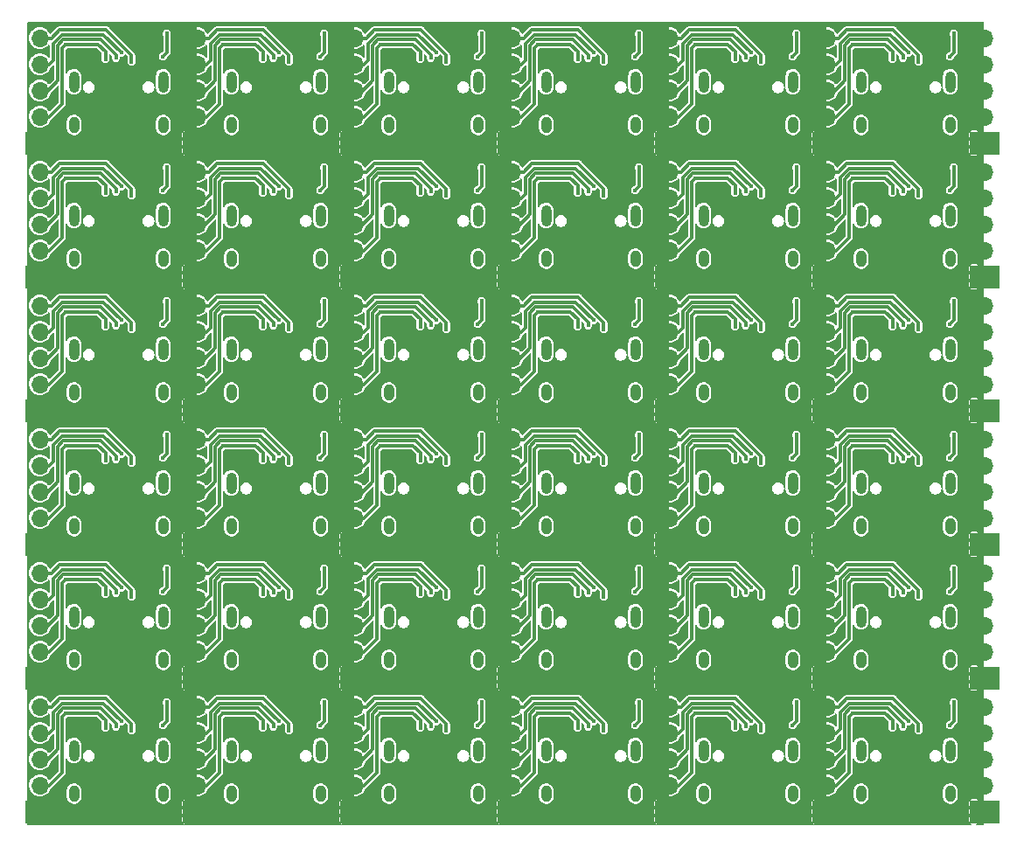
<source format=gbr>
%TF.GenerationSoftware,KiCad,Pcbnew,(6.0.11)*%
%TF.CreationDate,2023-04-14T16:13:45+08:00*%
%TF.ProjectId,typical,74797069-6361-46c2-9e6b-696361645f70,rev?*%
%TF.SameCoordinates,Original*%
%TF.FileFunction,Copper,L2,Bot*%
%TF.FilePolarity,Positive*%
%FSLAX46Y46*%
G04 Gerber Fmt 4.6, Leading zero omitted, Abs format (unit mm)*
G04 Created by KiCad (PCBNEW (6.0.11)) date 2023-04-14 16:13:45*
%MOMM*%
%LPD*%
G01*
G04 APERTURE LIST*
%TA.AperFunction,ComponentPad*%
%ADD10R,3.000000X2.300000*%
%TD*%
%TA.AperFunction,ComponentPad*%
%ADD11O,1.700000X1.700000*%
%TD*%
%TA.AperFunction,ComponentPad*%
%ADD12O,1.000000X1.600000*%
%TD*%
%TA.AperFunction,ComponentPad*%
%ADD13O,1.000000X2.100000*%
%TD*%
%TA.AperFunction,ViaPad*%
%ADD14C,0.400000*%
%TD*%
%TA.AperFunction,ViaPad*%
%ADD15C,0.800000*%
%TD*%
%TA.AperFunction,ViaPad*%
%ADD16C,0.600000*%
%TD*%
%TA.AperFunction,Conductor*%
%ADD17C,0.300000*%
%TD*%
G04 APERTURE END LIST*
D10*
%TO.P,J3,1,Pin_1*%
%TO.N,N/C*%
X226060000Y-179070000D03*
D11*
%TO.P,J3,2,Pin_2*%
X226060000Y-176530000D03*
%TO.P,J3,3,Pin_3*%
X226060000Y-173990000D03*
%TO.P,J3,4,Pin_4*%
X226060000Y-171450000D03*
%TO.P,J3,5,Pin_5*%
X226060000Y-168910000D03*
%TD*%
D10*
%TO.P,J3,1,Pin_1*%
%TO.N,N/C*%
X226060000Y-166116000D03*
D11*
%TO.P,J3,2,Pin_2*%
X226060000Y-163576000D03*
%TO.P,J3,3,Pin_3*%
X226060000Y-161036000D03*
%TO.P,J3,4,Pin_4*%
X226060000Y-158496000D03*
%TO.P,J3,5,Pin_5*%
X226060000Y-155956000D03*
%TD*%
D10*
%TO.P,J3,1,Pin_1*%
%TO.N,N/C*%
X226060000Y-153162000D03*
D11*
%TO.P,J3,2,Pin_2*%
X226060000Y-150622000D03*
%TO.P,J3,3,Pin_3*%
X226060000Y-148082000D03*
%TO.P,J3,4,Pin_4*%
X226060000Y-145542000D03*
%TO.P,J3,5,Pin_5*%
X226060000Y-143002000D03*
%TD*%
D10*
%TO.P,J3,1,Pin_1*%
%TO.N,N/C*%
X226060000Y-140208000D03*
D11*
%TO.P,J3,2,Pin_2*%
X226060000Y-137668000D03*
%TO.P,J3,3,Pin_3*%
X226060000Y-135128000D03*
%TO.P,J3,4,Pin_4*%
X226060000Y-132588000D03*
%TO.P,J3,5,Pin_5*%
X226060000Y-130048000D03*
%TD*%
D10*
%TO.P,J3,1,Pin_1*%
%TO.N,N/C*%
X226060000Y-127254000D03*
D11*
%TO.P,J3,2,Pin_2*%
X226060000Y-124714000D03*
%TO.P,J3,3,Pin_3*%
X226060000Y-122174000D03*
%TO.P,J3,4,Pin_4*%
X226060000Y-119634000D03*
%TO.P,J3,5,Pin_5*%
X226060000Y-117094000D03*
%TD*%
D10*
%TO.P,J3,1,Pin_1*%
%TO.N,N/C*%
X226060000Y-114300000D03*
D11*
%TO.P,J3,2,Pin_2*%
X226060000Y-111760000D03*
%TO.P,J3,3,Pin_3*%
X226060000Y-109220000D03*
%TO.P,J3,4,Pin_4*%
X226060000Y-106680000D03*
%TO.P,J3,5,Pin_5*%
X226060000Y-104140000D03*
%TD*%
%TO.P,J3,5,Pin_5*%
%TO.N,Net-(J1-PadA8)*%
X210820000Y-168910000D03*
%TO.P,J3,4,Pin_4*%
%TO.N,Net-(J1-PadA7)*%
X210820000Y-171450000D03*
%TO.P,J3,3,Pin_3*%
%TO.N,Net-(J1-PadA6)*%
X210820000Y-173990000D03*
%TO.P,J3,2,Pin_2*%
%TO.N,Net-(J1-PadA5)*%
X210820000Y-176530000D03*
D10*
%TO.P,J3,1,Pin_1*%
%TO.N,Net-(J1-PadA4)*%
X210820000Y-179070000D03*
%TD*%
D12*
%TO.P,J1,S1,SHIELD*%
%TO.N,Net-(J1-PadA1)*%
X222760000Y-177326000D03*
D13*
X222760000Y-173146000D03*
X214120000Y-173146000D03*
D12*
X214120000Y-177326000D03*
%TD*%
D11*
%TO.P,J3,5,Pin_5*%
%TO.N,Net-(J1-PadA8)*%
X195580000Y-168910000D03*
%TO.P,J3,4,Pin_4*%
%TO.N,Net-(J1-PadA7)*%
X195580000Y-171450000D03*
%TO.P,J3,3,Pin_3*%
%TO.N,Net-(J1-PadA6)*%
X195580000Y-173990000D03*
%TO.P,J3,2,Pin_2*%
%TO.N,Net-(J1-PadA5)*%
X195580000Y-176530000D03*
D10*
%TO.P,J3,1,Pin_1*%
%TO.N,Net-(J1-PadA4)*%
X195580000Y-179070000D03*
%TD*%
D12*
%TO.P,J1,S1,SHIELD*%
%TO.N,Net-(J1-PadA1)*%
X207520000Y-177326000D03*
D13*
X207520000Y-173146000D03*
X198880000Y-173146000D03*
D12*
X198880000Y-177326000D03*
%TD*%
D11*
%TO.P,J3,5,Pin_5*%
%TO.N,Net-(J1-PadA8)*%
X180340000Y-168910000D03*
%TO.P,J3,4,Pin_4*%
%TO.N,Net-(J1-PadA7)*%
X180340000Y-171450000D03*
%TO.P,J3,3,Pin_3*%
%TO.N,Net-(J1-PadA6)*%
X180340000Y-173990000D03*
%TO.P,J3,2,Pin_2*%
%TO.N,Net-(J1-PadA5)*%
X180340000Y-176530000D03*
D10*
%TO.P,J3,1,Pin_1*%
%TO.N,Net-(J1-PadA4)*%
X180340000Y-179070000D03*
%TD*%
D12*
%TO.P,J1,S1,SHIELD*%
%TO.N,Net-(J1-PadA1)*%
X192280000Y-177326000D03*
D13*
X192280000Y-173146000D03*
X183640000Y-173146000D03*
D12*
X183640000Y-177326000D03*
%TD*%
D11*
%TO.P,J3,5,Pin_5*%
%TO.N,Net-(J1-PadA8)*%
X165100000Y-168910000D03*
%TO.P,J3,4,Pin_4*%
%TO.N,Net-(J1-PadA7)*%
X165100000Y-171450000D03*
%TO.P,J3,3,Pin_3*%
%TO.N,Net-(J1-PadA6)*%
X165100000Y-173990000D03*
%TO.P,J3,2,Pin_2*%
%TO.N,Net-(J1-PadA5)*%
X165100000Y-176530000D03*
D10*
%TO.P,J3,1,Pin_1*%
%TO.N,Net-(J1-PadA4)*%
X165100000Y-179070000D03*
%TD*%
D12*
%TO.P,J1,S1,SHIELD*%
%TO.N,Net-(J1-PadA1)*%
X177040000Y-177326000D03*
D13*
X177040000Y-173146000D03*
X168400000Y-173146000D03*
D12*
X168400000Y-177326000D03*
%TD*%
D11*
%TO.P,J3,5,Pin_5*%
%TO.N,Net-(J1-PadA8)*%
X149860000Y-168910000D03*
%TO.P,J3,4,Pin_4*%
%TO.N,Net-(J1-PadA7)*%
X149860000Y-171450000D03*
%TO.P,J3,3,Pin_3*%
%TO.N,Net-(J1-PadA6)*%
X149860000Y-173990000D03*
%TO.P,J3,2,Pin_2*%
%TO.N,Net-(J1-PadA5)*%
X149860000Y-176530000D03*
D10*
%TO.P,J3,1,Pin_1*%
%TO.N,Net-(J1-PadA4)*%
X149860000Y-179070000D03*
%TD*%
D12*
%TO.P,J1,S1,SHIELD*%
%TO.N,Net-(J1-PadA1)*%
X161800000Y-177326000D03*
D13*
X161800000Y-173146000D03*
X153160000Y-173146000D03*
D12*
X153160000Y-177326000D03*
%TD*%
D11*
%TO.P,J3,5,Pin_5*%
%TO.N,Net-(J1-PadA8)*%
X134620000Y-168910000D03*
%TO.P,J3,4,Pin_4*%
%TO.N,Net-(J1-PadA7)*%
X134620000Y-171450000D03*
%TO.P,J3,3,Pin_3*%
%TO.N,Net-(J1-PadA6)*%
X134620000Y-173990000D03*
%TO.P,J3,2,Pin_2*%
%TO.N,Net-(J1-PadA5)*%
X134620000Y-176530000D03*
D10*
%TO.P,J3,1,Pin_1*%
%TO.N,Net-(J1-PadA4)*%
X134620000Y-179070000D03*
%TD*%
D12*
%TO.P,J1,S1,SHIELD*%
%TO.N,Net-(J1-PadA1)*%
X146560000Y-177326000D03*
D13*
X146560000Y-173146000D03*
X137920000Y-173146000D03*
D12*
X137920000Y-177326000D03*
%TD*%
D11*
%TO.P,J3,5,Pin_5*%
%TO.N,Net-(J1-PadA8)*%
X210820000Y-155956000D03*
%TO.P,J3,4,Pin_4*%
%TO.N,Net-(J1-PadA7)*%
X210820000Y-158496000D03*
%TO.P,J3,3,Pin_3*%
%TO.N,Net-(J1-PadA6)*%
X210820000Y-161036000D03*
%TO.P,J3,2,Pin_2*%
%TO.N,Net-(J1-PadA5)*%
X210820000Y-163576000D03*
D10*
%TO.P,J3,1,Pin_1*%
%TO.N,Net-(J1-PadA4)*%
X210820000Y-166116000D03*
%TD*%
D12*
%TO.P,J1,S1,SHIELD*%
%TO.N,Net-(J1-PadA1)*%
X222760000Y-164372000D03*
D13*
X222760000Y-160192000D03*
X214120000Y-160192000D03*
D12*
X214120000Y-164372000D03*
%TD*%
D11*
%TO.P,J3,5,Pin_5*%
%TO.N,Net-(J1-PadA8)*%
X195580000Y-155956000D03*
%TO.P,J3,4,Pin_4*%
%TO.N,Net-(J1-PadA7)*%
X195580000Y-158496000D03*
%TO.P,J3,3,Pin_3*%
%TO.N,Net-(J1-PadA6)*%
X195580000Y-161036000D03*
%TO.P,J3,2,Pin_2*%
%TO.N,Net-(J1-PadA5)*%
X195580000Y-163576000D03*
D10*
%TO.P,J3,1,Pin_1*%
%TO.N,Net-(J1-PadA4)*%
X195580000Y-166116000D03*
%TD*%
D12*
%TO.P,J1,S1,SHIELD*%
%TO.N,Net-(J1-PadA1)*%
X207520000Y-164372000D03*
D13*
X207520000Y-160192000D03*
X198880000Y-160192000D03*
D12*
X198880000Y-164372000D03*
%TD*%
D11*
%TO.P,J3,5,Pin_5*%
%TO.N,Net-(J1-PadA8)*%
X180340000Y-155956000D03*
%TO.P,J3,4,Pin_4*%
%TO.N,Net-(J1-PadA7)*%
X180340000Y-158496000D03*
%TO.P,J3,3,Pin_3*%
%TO.N,Net-(J1-PadA6)*%
X180340000Y-161036000D03*
%TO.P,J3,2,Pin_2*%
%TO.N,Net-(J1-PadA5)*%
X180340000Y-163576000D03*
D10*
%TO.P,J3,1,Pin_1*%
%TO.N,Net-(J1-PadA4)*%
X180340000Y-166116000D03*
%TD*%
D12*
%TO.P,J1,S1,SHIELD*%
%TO.N,Net-(J1-PadA1)*%
X192280000Y-164372000D03*
D13*
X192280000Y-160192000D03*
X183640000Y-160192000D03*
D12*
X183640000Y-164372000D03*
%TD*%
D11*
%TO.P,J3,5,Pin_5*%
%TO.N,Net-(J1-PadA8)*%
X165100000Y-155956000D03*
%TO.P,J3,4,Pin_4*%
%TO.N,Net-(J1-PadA7)*%
X165100000Y-158496000D03*
%TO.P,J3,3,Pin_3*%
%TO.N,Net-(J1-PadA6)*%
X165100000Y-161036000D03*
%TO.P,J3,2,Pin_2*%
%TO.N,Net-(J1-PadA5)*%
X165100000Y-163576000D03*
D10*
%TO.P,J3,1,Pin_1*%
%TO.N,Net-(J1-PadA4)*%
X165100000Y-166116000D03*
%TD*%
D12*
%TO.P,J1,S1,SHIELD*%
%TO.N,Net-(J1-PadA1)*%
X177040000Y-164372000D03*
D13*
X177040000Y-160192000D03*
X168400000Y-160192000D03*
D12*
X168400000Y-164372000D03*
%TD*%
D11*
%TO.P,J3,5,Pin_5*%
%TO.N,Net-(J1-PadA8)*%
X149860000Y-155956000D03*
%TO.P,J3,4,Pin_4*%
%TO.N,Net-(J1-PadA7)*%
X149860000Y-158496000D03*
%TO.P,J3,3,Pin_3*%
%TO.N,Net-(J1-PadA6)*%
X149860000Y-161036000D03*
%TO.P,J3,2,Pin_2*%
%TO.N,Net-(J1-PadA5)*%
X149860000Y-163576000D03*
D10*
%TO.P,J3,1,Pin_1*%
%TO.N,Net-(J1-PadA4)*%
X149860000Y-166116000D03*
%TD*%
D12*
%TO.P,J1,S1,SHIELD*%
%TO.N,Net-(J1-PadA1)*%
X161800000Y-164372000D03*
D13*
X161800000Y-160192000D03*
X153160000Y-160192000D03*
D12*
X153160000Y-164372000D03*
%TD*%
D11*
%TO.P,J3,5,Pin_5*%
%TO.N,Net-(J1-PadA8)*%
X134620000Y-155956000D03*
%TO.P,J3,4,Pin_4*%
%TO.N,Net-(J1-PadA7)*%
X134620000Y-158496000D03*
%TO.P,J3,3,Pin_3*%
%TO.N,Net-(J1-PadA6)*%
X134620000Y-161036000D03*
%TO.P,J3,2,Pin_2*%
%TO.N,Net-(J1-PadA5)*%
X134620000Y-163576000D03*
D10*
%TO.P,J3,1,Pin_1*%
%TO.N,Net-(J1-PadA4)*%
X134620000Y-166116000D03*
%TD*%
D12*
%TO.P,J1,S1,SHIELD*%
%TO.N,Net-(J1-PadA1)*%
X146560000Y-164372000D03*
D13*
X146560000Y-160192000D03*
X137920000Y-160192000D03*
D12*
X137920000Y-164372000D03*
%TD*%
D11*
%TO.P,J3,5,Pin_5*%
%TO.N,Net-(J1-PadA8)*%
X210820000Y-143002000D03*
%TO.P,J3,4,Pin_4*%
%TO.N,Net-(J1-PadA7)*%
X210820000Y-145542000D03*
%TO.P,J3,3,Pin_3*%
%TO.N,Net-(J1-PadA6)*%
X210820000Y-148082000D03*
%TO.P,J3,2,Pin_2*%
%TO.N,Net-(J1-PadA5)*%
X210820000Y-150622000D03*
D10*
%TO.P,J3,1,Pin_1*%
%TO.N,Net-(J1-PadA4)*%
X210820000Y-153162000D03*
%TD*%
D12*
%TO.P,J1,S1,SHIELD*%
%TO.N,Net-(J1-PadA1)*%
X222760000Y-151418000D03*
D13*
X222760000Y-147238000D03*
X214120000Y-147238000D03*
D12*
X214120000Y-151418000D03*
%TD*%
D11*
%TO.P,J3,5,Pin_5*%
%TO.N,Net-(J1-PadA8)*%
X195580000Y-143002000D03*
%TO.P,J3,4,Pin_4*%
%TO.N,Net-(J1-PadA7)*%
X195580000Y-145542000D03*
%TO.P,J3,3,Pin_3*%
%TO.N,Net-(J1-PadA6)*%
X195580000Y-148082000D03*
%TO.P,J3,2,Pin_2*%
%TO.N,Net-(J1-PadA5)*%
X195580000Y-150622000D03*
D10*
%TO.P,J3,1,Pin_1*%
%TO.N,Net-(J1-PadA4)*%
X195580000Y-153162000D03*
%TD*%
D12*
%TO.P,J1,S1,SHIELD*%
%TO.N,Net-(J1-PadA1)*%
X207520000Y-151418000D03*
D13*
X207520000Y-147238000D03*
X198880000Y-147238000D03*
D12*
X198880000Y-151418000D03*
%TD*%
D11*
%TO.P,J3,5,Pin_5*%
%TO.N,Net-(J1-PadA8)*%
X180340000Y-143002000D03*
%TO.P,J3,4,Pin_4*%
%TO.N,Net-(J1-PadA7)*%
X180340000Y-145542000D03*
%TO.P,J3,3,Pin_3*%
%TO.N,Net-(J1-PadA6)*%
X180340000Y-148082000D03*
%TO.P,J3,2,Pin_2*%
%TO.N,Net-(J1-PadA5)*%
X180340000Y-150622000D03*
D10*
%TO.P,J3,1,Pin_1*%
%TO.N,Net-(J1-PadA4)*%
X180340000Y-153162000D03*
%TD*%
D12*
%TO.P,J1,S1,SHIELD*%
%TO.N,Net-(J1-PadA1)*%
X192280000Y-151418000D03*
D13*
X192280000Y-147238000D03*
X183640000Y-147238000D03*
D12*
X183640000Y-151418000D03*
%TD*%
D11*
%TO.P,J3,5,Pin_5*%
%TO.N,Net-(J1-PadA8)*%
X165100000Y-143002000D03*
%TO.P,J3,4,Pin_4*%
%TO.N,Net-(J1-PadA7)*%
X165100000Y-145542000D03*
%TO.P,J3,3,Pin_3*%
%TO.N,Net-(J1-PadA6)*%
X165100000Y-148082000D03*
%TO.P,J3,2,Pin_2*%
%TO.N,Net-(J1-PadA5)*%
X165100000Y-150622000D03*
D10*
%TO.P,J3,1,Pin_1*%
%TO.N,Net-(J1-PadA4)*%
X165100000Y-153162000D03*
%TD*%
D12*
%TO.P,J1,S1,SHIELD*%
%TO.N,Net-(J1-PadA1)*%
X177040000Y-151418000D03*
D13*
X177040000Y-147238000D03*
X168400000Y-147238000D03*
D12*
X168400000Y-151418000D03*
%TD*%
D11*
%TO.P,J3,5,Pin_5*%
%TO.N,Net-(J1-PadA8)*%
X149860000Y-143002000D03*
%TO.P,J3,4,Pin_4*%
%TO.N,Net-(J1-PadA7)*%
X149860000Y-145542000D03*
%TO.P,J3,3,Pin_3*%
%TO.N,Net-(J1-PadA6)*%
X149860000Y-148082000D03*
%TO.P,J3,2,Pin_2*%
%TO.N,Net-(J1-PadA5)*%
X149860000Y-150622000D03*
D10*
%TO.P,J3,1,Pin_1*%
%TO.N,Net-(J1-PadA4)*%
X149860000Y-153162000D03*
%TD*%
D12*
%TO.P,J1,S1,SHIELD*%
%TO.N,Net-(J1-PadA1)*%
X161800000Y-151418000D03*
D13*
X161800000Y-147238000D03*
X153160000Y-147238000D03*
D12*
X153160000Y-151418000D03*
%TD*%
D11*
%TO.P,J3,5,Pin_5*%
%TO.N,Net-(J1-PadA8)*%
X134620000Y-143002000D03*
%TO.P,J3,4,Pin_4*%
%TO.N,Net-(J1-PadA7)*%
X134620000Y-145542000D03*
%TO.P,J3,3,Pin_3*%
%TO.N,Net-(J1-PadA6)*%
X134620000Y-148082000D03*
%TO.P,J3,2,Pin_2*%
%TO.N,Net-(J1-PadA5)*%
X134620000Y-150622000D03*
D10*
%TO.P,J3,1,Pin_1*%
%TO.N,Net-(J1-PadA4)*%
X134620000Y-153162000D03*
%TD*%
D12*
%TO.P,J1,S1,SHIELD*%
%TO.N,Net-(J1-PadA1)*%
X146560000Y-151418000D03*
D13*
X146560000Y-147238000D03*
X137920000Y-147238000D03*
D12*
X137920000Y-151418000D03*
%TD*%
D11*
%TO.P,J3,5,Pin_5*%
%TO.N,Net-(J1-PadA8)*%
X210820000Y-130048000D03*
%TO.P,J3,4,Pin_4*%
%TO.N,Net-(J1-PadA7)*%
X210820000Y-132588000D03*
%TO.P,J3,3,Pin_3*%
%TO.N,Net-(J1-PadA6)*%
X210820000Y-135128000D03*
%TO.P,J3,2,Pin_2*%
%TO.N,Net-(J1-PadA5)*%
X210820000Y-137668000D03*
D10*
%TO.P,J3,1,Pin_1*%
%TO.N,Net-(J1-PadA4)*%
X210820000Y-140208000D03*
%TD*%
D12*
%TO.P,J1,S1,SHIELD*%
%TO.N,Net-(J1-PadA1)*%
X222760000Y-138464000D03*
D13*
X222760000Y-134284000D03*
X214120000Y-134284000D03*
D12*
X214120000Y-138464000D03*
%TD*%
D11*
%TO.P,J3,5,Pin_5*%
%TO.N,Net-(J1-PadA8)*%
X195580000Y-130048000D03*
%TO.P,J3,4,Pin_4*%
%TO.N,Net-(J1-PadA7)*%
X195580000Y-132588000D03*
%TO.P,J3,3,Pin_3*%
%TO.N,Net-(J1-PadA6)*%
X195580000Y-135128000D03*
%TO.P,J3,2,Pin_2*%
%TO.N,Net-(J1-PadA5)*%
X195580000Y-137668000D03*
D10*
%TO.P,J3,1,Pin_1*%
%TO.N,Net-(J1-PadA4)*%
X195580000Y-140208000D03*
%TD*%
D12*
%TO.P,J1,S1,SHIELD*%
%TO.N,Net-(J1-PadA1)*%
X207520000Y-138464000D03*
D13*
X207520000Y-134284000D03*
X198880000Y-134284000D03*
D12*
X198880000Y-138464000D03*
%TD*%
D11*
%TO.P,J3,5,Pin_5*%
%TO.N,Net-(J1-PadA8)*%
X180340000Y-130048000D03*
%TO.P,J3,4,Pin_4*%
%TO.N,Net-(J1-PadA7)*%
X180340000Y-132588000D03*
%TO.P,J3,3,Pin_3*%
%TO.N,Net-(J1-PadA6)*%
X180340000Y-135128000D03*
%TO.P,J3,2,Pin_2*%
%TO.N,Net-(J1-PadA5)*%
X180340000Y-137668000D03*
D10*
%TO.P,J3,1,Pin_1*%
%TO.N,Net-(J1-PadA4)*%
X180340000Y-140208000D03*
%TD*%
D12*
%TO.P,J1,S1,SHIELD*%
%TO.N,Net-(J1-PadA1)*%
X192280000Y-138464000D03*
D13*
X192280000Y-134284000D03*
X183640000Y-134284000D03*
D12*
X183640000Y-138464000D03*
%TD*%
D11*
%TO.P,J3,5,Pin_5*%
%TO.N,Net-(J1-PadA8)*%
X165100000Y-130048000D03*
%TO.P,J3,4,Pin_4*%
%TO.N,Net-(J1-PadA7)*%
X165100000Y-132588000D03*
%TO.P,J3,3,Pin_3*%
%TO.N,Net-(J1-PadA6)*%
X165100000Y-135128000D03*
%TO.P,J3,2,Pin_2*%
%TO.N,Net-(J1-PadA5)*%
X165100000Y-137668000D03*
D10*
%TO.P,J3,1,Pin_1*%
%TO.N,Net-(J1-PadA4)*%
X165100000Y-140208000D03*
%TD*%
D12*
%TO.P,J1,S1,SHIELD*%
%TO.N,Net-(J1-PadA1)*%
X177040000Y-138464000D03*
D13*
X177040000Y-134284000D03*
X168400000Y-134284000D03*
D12*
X168400000Y-138464000D03*
%TD*%
D11*
%TO.P,J3,5,Pin_5*%
%TO.N,Net-(J1-PadA8)*%
X149860000Y-130048000D03*
%TO.P,J3,4,Pin_4*%
%TO.N,Net-(J1-PadA7)*%
X149860000Y-132588000D03*
%TO.P,J3,3,Pin_3*%
%TO.N,Net-(J1-PadA6)*%
X149860000Y-135128000D03*
%TO.P,J3,2,Pin_2*%
%TO.N,Net-(J1-PadA5)*%
X149860000Y-137668000D03*
D10*
%TO.P,J3,1,Pin_1*%
%TO.N,Net-(J1-PadA4)*%
X149860000Y-140208000D03*
%TD*%
D12*
%TO.P,J1,S1,SHIELD*%
%TO.N,Net-(J1-PadA1)*%
X161800000Y-138464000D03*
D13*
X161800000Y-134284000D03*
X153160000Y-134284000D03*
D12*
X153160000Y-138464000D03*
%TD*%
D11*
%TO.P,J3,5,Pin_5*%
%TO.N,Net-(J1-PadA8)*%
X134620000Y-130048000D03*
%TO.P,J3,4,Pin_4*%
%TO.N,Net-(J1-PadA7)*%
X134620000Y-132588000D03*
%TO.P,J3,3,Pin_3*%
%TO.N,Net-(J1-PadA6)*%
X134620000Y-135128000D03*
%TO.P,J3,2,Pin_2*%
%TO.N,Net-(J1-PadA5)*%
X134620000Y-137668000D03*
D10*
%TO.P,J3,1,Pin_1*%
%TO.N,Net-(J1-PadA4)*%
X134620000Y-140208000D03*
%TD*%
D12*
%TO.P,J1,S1,SHIELD*%
%TO.N,Net-(J1-PadA1)*%
X146560000Y-138464000D03*
D13*
X146560000Y-134284000D03*
X137920000Y-134284000D03*
D12*
X137920000Y-138464000D03*
%TD*%
%TO.P,J1,S1,SHIELD*%
%TO.N,Net-(J1-PadA1)*%
X222760000Y-125510000D03*
D13*
X222760000Y-121330000D03*
X214120000Y-121330000D03*
D12*
X214120000Y-125510000D03*
%TD*%
D11*
%TO.P,J3,5,Pin_5*%
%TO.N,Net-(J1-PadA8)*%
X210820000Y-117094000D03*
%TO.P,J3,4,Pin_4*%
%TO.N,Net-(J1-PadA7)*%
X210820000Y-119634000D03*
%TO.P,J3,3,Pin_3*%
%TO.N,Net-(J1-PadA6)*%
X210820000Y-122174000D03*
%TO.P,J3,2,Pin_2*%
%TO.N,Net-(J1-PadA5)*%
X210820000Y-124714000D03*
D10*
%TO.P,J3,1,Pin_1*%
%TO.N,Net-(J1-PadA4)*%
X210820000Y-127254000D03*
%TD*%
D11*
%TO.P,J3,5,Pin_5*%
%TO.N,Net-(J1-PadA8)*%
X195580000Y-117094000D03*
%TO.P,J3,4,Pin_4*%
%TO.N,Net-(J1-PadA7)*%
X195580000Y-119634000D03*
%TO.P,J3,3,Pin_3*%
%TO.N,Net-(J1-PadA6)*%
X195580000Y-122174000D03*
%TO.P,J3,2,Pin_2*%
%TO.N,Net-(J1-PadA5)*%
X195580000Y-124714000D03*
D10*
%TO.P,J3,1,Pin_1*%
%TO.N,Net-(J1-PadA4)*%
X195580000Y-127254000D03*
%TD*%
D12*
%TO.P,J1,S1,SHIELD*%
%TO.N,Net-(J1-PadA1)*%
X207520000Y-125510000D03*
D13*
X207520000Y-121330000D03*
X198880000Y-121330000D03*
D12*
X198880000Y-125510000D03*
%TD*%
D11*
%TO.P,J3,5,Pin_5*%
%TO.N,Net-(J1-PadA8)*%
X180340000Y-117094000D03*
%TO.P,J3,4,Pin_4*%
%TO.N,Net-(J1-PadA7)*%
X180340000Y-119634000D03*
%TO.P,J3,3,Pin_3*%
%TO.N,Net-(J1-PadA6)*%
X180340000Y-122174000D03*
%TO.P,J3,2,Pin_2*%
%TO.N,Net-(J1-PadA5)*%
X180340000Y-124714000D03*
D10*
%TO.P,J3,1,Pin_1*%
%TO.N,Net-(J1-PadA4)*%
X180340000Y-127254000D03*
%TD*%
D12*
%TO.P,J1,S1,SHIELD*%
%TO.N,Net-(J1-PadA1)*%
X192280000Y-125510000D03*
D13*
X192280000Y-121330000D03*
X183640000Y-121330000D03*
D12*
X183640000Y-125510000D03*
%TD*%
D11*
%TO.P,J3,5,Pin_5*%
%TO.N,Net-(J1-PadA8)*%
X165100000Y-117094000D03*
%TO.P,J3,4,Pin_4*%
%TO.N,Net-(J1-PadA7)*%
X165100000Y-119634000D03*
%TO.P,J3,3,Pin_3*%
%TO.N,Net-(J1-PadA6)*%
X165100000Y-122174000D03*
%TO.P,J3,2,Pin_2*%
%TO.N,Net-(J1-PadA5)*%
X165100000Y-124714000D03*
D10*
%TO.P,J3,1,Pin_1*%
%TO.N,Net-(J1-PadA4)*%
X165100000Y-127254000D03*
%TD*%
D12*
%TO.P,J1,S1,SHIELD*%
%TO.N,Net-(J1-PadA1)*%
X177040000Y-125510000D03*
D13*
X177040000Y-121330000D03*
X168400000Y-121330000D03*
D12*
X168400000Y-125510000D03*
%TD*%
D11*
%TO.P,J3,5,Pin_5*%
%TO.N,Net-(J1-PadA8)*%
X149860000Y-117094000D03*
%TO.P,J3,4,Pin_4*%
%TO.N,Net-(J1-PadA7)*%
X149860000Y-119634000D03*
%TO.P,J3,3,Pin_3*%
%TO.N,Net-(J1-PadA6)*%
X149860000Y-122174000D03*
%TO.P,J3,2,Pin_2*%
%TO.N,Net-(J1-PadA5)*%
X149860000Y-124714000D03*
D10*
%TO.P,J3,1,Pin_1*%
%TO.N,Net-(J1-PadA4)*%
X149860000Y-127254000D03*
%TD*%
D12*
%TO.P,J1,S1,SHIELD*%
%TO.N,Net-(J1-PadA1)*%
X161800000Y-125510000D03*
D13*
X161800000Y-121330000D03*
X153160000Y-121330000D03*
D12*
X153160000Y-125510000D03*
%TD*%
D11*
%TO.P,J3,5,Pin_5*%
%TO.N,Net-(J1-PadA8)*%
X134620000Y-117094000D03*
%TO.P,J3,4,Pin_4*%
%TO.N,Net-(J1-PadA7)*%
X134620000Y-119634000D03*
%TO.P,J3,3,Pin_3*%
%TO.N,Net-(J1-PadA6)*%
X134620000Y-122174000D03*
%TO.P,J3,2,Pin_2*%
%TO.N,Net-(J1-PadA5)*%
X134620000Y-124714000D03*
D10*
%TO.P,J3,1,Pin_1*%
%TO.N,Net-(J1-PadA4)*%
X134620000Y-127254000D03*
%TD*%
D12*
%TO.P,J1,S1,SHIELD*%
%TO.N,Net-(J1-PadA1)*%
X146560000Y-125510000D03*
D13*
X146560000Y-121330000D03*
X137920000Y-121330000D03*
D12*
X137920000Y-125510000D03*
%TD*%
D11*
%TO.P,J3,5,Pin_5*%
%TO.N,Net-(J1-PadA8)*%
X210820000Y-104140000D03*
%TO.P,J3,4,Pin_4*%
%TO.N,Net-(J1-PadA7)*%
X210820000Y-106680000D03*
%TO.P,J3,3,Pin_3*%
%TO.N,Net-(J1-PadA6)*%
X210820000Y-109220000D03*
%TO.P,J3,2,Pin_2*%
%TO.N,Net-(J1-PadA5)*%
X210820000Y-111760000D03*
D10*
%TO.P,J3,1,Pin_1*%
%TO.N,Net-(J1-PadA4)*%
X210820000Y-114300000D03*
%TD*%
D12*
%TO.P,J1,S1,SHIELD*%
%TO.N,Net-(J1-PadA1)*%
X222760000Y-112556000D03*
D13*
X222760000Y-108376000D03*
X214120000Y-108376000D03*
D12*
X214120000Y-112556000D03*
%TD*%
D11*
%TO.P,J3,5,Pin_5*%
%TO.N,Net-(J1-PadA8)*%
X195580000Y-104140000D03*
%TO.P,J3,4,Pin_4*%
%TO.N,Net-(J1-PadA7)*%
X195580000Y-106680000D03*
%TO.P,J3,3,Pin_3*%
%TO.N,Net-(J1-PadA6)*%
X195580000Y-109220000D03*
%TO.P,J3,2,Pin_2*%
%TO.N,Net-(J1-PadA5)*%
X195580000Y-111760000D03*
D10*
%TO.P,J3,1,Pin_1*%
%TO.N,Net-(J1-PadA4)*%
X195580000Y-114300000D03*
%TD*%
D12*
%TO.P,J1,S1,SHIELD*%
%TO.N,Net-(J1-PadA1)*%
X207520000Y-112556000D03*
D13*
X207520000Y-108376000D03*
X198880000Y-108376000D03*
D12*
X198880000Y-112556000D03*
%TD*%
D11*
%TO.P,J3,5,Pin_5*%
%TO.N,Net-(J1-PadA8)*%
X180340000Y-104140000D03*
%TO.P,J3,4,Pin_4*%
%TO.N,Net-(J1-PadA7)*%
X180340000Y-106680000D03*
%TO.P,J3,3,Pin_3*%
%TO.N,Net-(J1-PadA6)*%
X180340000Y-109220000D03*
%TO.P,J3,2,Pin_2*%
%TO.N,Net-(J1-PadA5)*%
X180340000Y-111760000D03*
D10*
%TO.P,J3,1,Pin_1*%
%TO.N,Net-(J1-PadA4)*%
X180340000Y-114300000D03*
%TD*%
D12*
%TO.P,J1,S1,SHIELD*%
%TO.N,Net-(J1-PadA1)*%
X192280000Y-112556000D03*
D13*
X192280000Y-108376000D03*
X183640000Y-108376000D03*
D12*
X183640000Y-112556000D03*
%TD*%
D11*
%TO.P,J3,5,Pin_5*%
%TO.N,Net-(J1-PadA8)*%
X165100000Y-104140000D03*
%TO.P,J3,4,Pin_4*%
%TO.N,Net-(J1-PadA7)*%
X165100000Y-106680000D03*
%TO.P,J3,3,Pin_3*%
%TO.N,Net-(J1-PadA6)*%
X165100000Y-109220000D03*
%TO.P,J3,2,Pin_2*%
%TO.N,Net-(J1-PadA5)*%
X165100000Y-111760000D03*
D10*
%TO.P,J3,1,Pin_1*%
%TO.N,Net-(J1-PadA4)*%
X165100000Y-114300000D03*
%TD*%
D12*
%TO.P,J1,S1,SHIELD*%
%TO.N,Net-(J1-PadA1)*%
X177040000Y-112556000D03*
D13*
X177040000Y-108376000D03*
X168400000Y-108376000D03*
D12*
X168400000Y-112556000D03*
%TD*%
D11*
%TO.P,J3,5,Pin_5*%
%TO.N,Net-(J1-PadA8)*%
X149860000Y-104140000D03*
%TO.P,J3,4,Pin_4*%
%TO.N,Net-(J1-PadA7)*%
X149860000Y-106680000D03*
%TO.P,J3,3,Pin_3*%
%TO.N,Net-(J1-PadA6)*%
X149860000Y-109220000D03*
%TO.P,J3,2,Pin_2*%
%TO.N,Net-(J1-PadA5)*%
X149860000Y-111760000D03*
D10*
%TO.P,J3,1,Pin_1*%
%TO.N,Net-(J1-PadA4)*%
X149860000Y-114300000D03*
%TD*%
D12*
%TO.P,J1,S1,SHIELD*%
%TO.N,Net-(J1-PadA1)*%
X161800000Y-112556000D03*
D13*
X161800000Y-108376000D03*
X153160000Y-108376000D03*
D12*
X153160000Y-112556000D03*
%TD*%
%TO.P,J1,S1,SHIELD*%
%TO.N,Net-(J1-PadA1)*%
X146560000Y-112556000D03*
D13*
X146560000Y-108376000D03*
X137920000Y-108376000D03*
D12*
X137920000Y-112556000D03*
%TD*%
D11*
%TO.P,J3,5,Pin_5*%
%TO.N,Net-(J1-PadA8)*%
X134620000Y-104140000D03*
%TO.P,J3,4,Pin_4*%
%TO.N,Net-(J1-PadA7)*%
X134620000Y-106680000D03*
%TO.P,J3,3,Pin_3*%
%TO.N,Net-(J1-PadA6)*%
X134620000Y-109220000D03*
%TO.P,J3,2,Pin_2*%
%TO.N,Net-(J1-PadA5)*%
X134620000Y-111760000D03*
D10*
%TO.P,J3,1,Pin_1*%
%TO.N,Net-(J1-PadA4)*%
X134620000Y-114300000D03*
%TD*%
D14*
%TO.N,Net-(J1-PadB5)*%
X222732000Y-170688000D03*
%TO.N,Net-(J1-PadA8)*%
X219690500Y-171197674D03*
%TO.N,Net-(J1-PadA6)*%
X218186000Y-170815000D03*
%TO.N,Net-(J1-PadA7)*%
X218694000Y-170307000D03*
%TO.N,Net-(J1-PadA5)*%
X217171000Y-170942000D03*
X213300000Y-169570000D03*
D15*
%TO.N,Net-(J1-PadA4)*%
X216789000Y-173736000D03*
D16*
X211836000Y-178308000D03*
X211836000Y-179832000D03*
%TO.N,Net-(J1-PadA1)*%
X227076000Y-179832000D03*
D15*
%TO.N,Net-(J1-PadA4)*%
X220091000Y-173736000D03*
D14*
%TO.N,Net-(J1-PadB5)*%
X223100000Y-168470000D03*
D16*
%TO.N,Net-(J1-PadA1)*%
X225044000Y-178308000D03*
X227076000Y-178308000D03*
%TO.N,Net-(J1-PadA4)*%
X211836000Y-179070000D03*
%TO.N,Net-(J1-PadA1)*%
X227076000Y-179070000D03*
X225044000Y-179832000D03*
X225044000Y-179070000D03*
D14*
%TO.N,Net-(J1-PadB5)*%
X207492000Y-170688000D03*
%TO.N,Net-(J1-PadA8)*%
X204450500Y-171197674D03*
%TO.N,Net-(J1-PadA6)*%
X202946000Y-170815000D03*
%TO.N,Net-(J1-PadA7)*%
X203454000Y-170307000D03*
%TO.N,Net-(J1-PadA5)*%
X201931000Y-170942000D03*
D15*
%TO.N,Net-(J1-PadA4)*%
X201549000Y-173736000D03*
D16*
X196596000Y-178308000D03*
X196596000Y-179832000D03*
X211836000Y-179832000D03*
D15*
X204851000Y-173736000D03*
D14*
%TO.N,Net-(J1-PadB5)*%
X207860000Y-168470000D03*
D16*
%TO.N,Net-(J1-PadA4)*%
X209804000Y-178308000D03*
X196596000Y-179070000D03*
X211836000Y-179070000D03*
D14*
%TO.N,Net-(J1-PadA5)*%
X198060000Y-169570000D03*
D16*
%TO.N,Net-(J1-PadA4)*%
X211836000Y-178308000D03*
X209804000Y-179832000D03*
X209804000Y-179070000D03*
D14*
%TO.N,Net-(J1-PadB5)*%
X192252000Y-170688000D03*
%TO.N,Net-(J1-PadA6)*%
X187706000Y-170815000D03*
%TO.N,Net-(J1-PadA5)*%
X182820000Y-169570000D03*
D15*
%TO.N,Net-(J1-PadA4)*%
X186309000Y-173736000D03*
D16*
X181356000Y-178308000D03*
X181356000Y-179832000D03*
X196596000Y-179832000D03*
D15*
X189611000Y-173736000D03*
D16*
X194564000Y-178308000D03*
X196596000Y-178308000D03*
D14*
%TO.N,Net-(J1-PadB5)*%
X192620000Y-168470000D03*
D16*
%TO.N,Net-(J1-PadA4)*%
X181356000Y-179070000D03*
X196596000Y-179070000D03*
D14*
%TO.N,Net-(J1-PadA8)*%
X189210500Y-171197674D03*
%TO.N,Net-(J1-PadA5)*%
X186691000Y-170942000D03*
%TO.N,Net-(J1-PadA7)*%
X188214000Y-170307000D03*
D16*
%TO.N,Net-(J1-PadA4)*%
X194564000Y-179832000D03*
X194564000Y-179070000D03*
D14*
%TO.N,Net-(J1-PadB5)*%
X177012000Y-170688000D03*
%TO.N,Net-(J1-PadA6)*%
X172466000Y-170815000D03*
%TO.N,Net-(J1-PadA7)*%
X172974000Y-170307000D03*
%TO.N,Net-(J1-PadA5)*%
X171451000Y-170942000D03*
X167580000Y-169570000D03*
D15*
%TO.N,Net-(J1-PadA4)*%
X171069000Y-173736000D03*
D16*
X166116000Y-178308000D03*
X166116000Y-179832000D03*
X181356000Y-179832000D03*
D15*
X174371000Y-173736000D03*
D14*
%TO.N,Net-(J1-PadB5)*%
X177380000Y-168470000D03*
D16*
%TO.N,Net-(J1-PadA4)*%
X179324000Y-178308000D03*
X181356000Y-178308000D03*
X166116000Y-179070000D03*
X181356000Y-179070000D03*
X179324000Y-179832000D03*
X179324000Y-179070000D03*
D14*
%TO.N,Net-(J1-PadA8)*%
X173970500Y-171197674D03*
%TO.N,Net-(J1-PadB5)*%
X161772000Y-170688000D03*
%TO.N,Net-(J1-PadA8)*%
X158730500Y-171197674D03*
%TO.N,Net-(J1-PadA6)*%
X157226000Y-170815000D03*
%TO.N,Net-(J1-PadA7)*%
X157734000Y-170307000D03*
%TO.N,Net-(J1-PadA5)*%
X156211000Y-170942000D03*
X152340000Y-169570000D03*
D16*
%TO.N,Net-(J1-PadA4)*%
X150876000Y-179832000D03*
X166116000Y-179832000D03*
D15*
X159131000Y-173736000D03*
D14*
%TO.N,Net-(J1-PadB5)*%
X162140000Y-168470000D03*
D16*
%TO.N,Net-(J1-PadA4)*%
X164084000Y-178308000D03*
X166116000Y-178308000D03*
X150876000Y-179070000D03*
X150876000Y-178308000D03*
X166116000Y-179070000D03*
X164084000Y-179832000D03*
D15*
X155829000Y-173736000D03*
D16*
X164084000Y-179070000D03*
D14*
%TO.N,Net-(J1-PadB5)*%
X146532000Y-170688000D03*
%TO.N,Net-(J1-PadA8)*%
X143490500Y-171197674D03*
%TO.N,Net-(J1-PadA6)*%
X141986000Y-170815000D03*
%TO.N,Net-(J1-PadA7)*%
X142494000Y-170307000D03*
%TO.N,Net-(J1-PadA5)*%
X140971000Y-170942000D03*
X137100000Y-169570000D03*
D15*
%TO.N,Net-(J1-PadA4)*%
X140589000Y-173736000D03*
D16*
X135636000Y-178308000D03*
X135636000Y-179832000D03*
X150876000Y-179832000D03*
D15*
X143891000Y-173736000D03*
D14*
%TO.N,Net-(J1-PadB5)*%
X146900000Y-168470000D03*
D16*
%TO.N,Net-(J1-PadA4)*%
X148844000Y-178308000D03*
X150876000Y-178308000D03*
X135636000Y-179070000D03*
X148844000Y-179832000D03*
X150876000Y-179070000D03*
X148844000Y-179070000D03*
D14*
%TO.N,Net-(J1-PadB5)*%
X222732000Y-157734000D03*
%TO.N,Net-(J1-PadA6)*%
X218186000Y-157861000D03*
%TO.N,Net-(J1-PadA7)*%
X218694000Y-157353000D03*
%TO.N,Net-(J1-PadA8)*%
X219690500Y-158243674D03*
%TO.N,Net-(J1-PadA5)*%
X217171000Y-157988000D03*
X213300000Y-156616000D03*
D15*
%TO.N,Net-(J1-PadA4)*%
X216789000Y-160782000D03*
D16*
X211836000Y-165354000D03*
X211836000Y-166878000D03*
%TO.N,Net-(J1-PadA1)*%
X227076000Y-166878000D03*
D15*
%TO.N,Net-(J1-PadA4)*%
X220091000Y-160782000D03*
D14*
%TO.N,Net-(J1-PadB5)*%
X223100000Y-155516000D03*
D16*
%TO.N,Net-(J1-PadA1)*%
X227076000Y-165354000D03*
%TO.N,Net-(J1-PadA4)*%
X211836000Y-166116000D03*
%TO.N,Net-(J1-PadA1)*%
X227076000Y-166116000D03*
X225044000Y-165354000D03*
X225044000Y-166878000D03*
X225044000Y-166116000D03*
D14*
%TO.N,Net-(J1-PadB5)*%
X207492000Y-157734000D03*
%TO.N,Net-(J1-PadA8)*%
X204450500Y-158243674D03*
%TO.N,Net-(J1-PadA7)*%
X203454000Y-157353000D03*
%TO.N,Net-(J1-PadA6)*%
X202946000Y-157861000D03*
%TO.N,Net-(J1-PadA5)*%
X201931000Y-157988000D03*
X198060000Y-156616000D03*
D15*
%TO.N,Net-(J1-PadA4)*%
X201549000Y-160782000D03*
D16*
X196596000Y-165354000D03*
X196596000Y-166878000D03*
X211836000Y-166878000D03*
D15*
X204851000Y-160782000D03*
D14*
%TO.N,Net-(J1-PadB5)*%
X207860000Y-155516000D03*
D16*
%TO.N,Net-(J1-PadA4)*%
X209804000Y-165354000D03*
X211836000Y-165354000D03*
X211836000Y-166116000D03*
X209804000Y-166878000D03*
X196596000Y-166116000D03*
X209804000Y-166116000D03*
D14*
%TO.N,Net-(J1-PadB5)*%
X192252000Y-157734000D03*
%TO.N,Net-(J1-PadA8)*%
X189210500Y-158243674D03*
%TO.N,Net-(J1-PadA7)*%
X188214000Y-157353000D03*
%TO.N,Net-(J1-PadA5)*%
X186691000Y-157988000D03*
X182820000Y-156616000D03*
D16*
%TO.N,Net-(J1-PadA4)*%
X181356000Y-166878000D03*
X181356000Y-165354000D03*
X196596000Y-166878000D03*
D15*
X189611000Y-160782000D03*
D16*
X194564000Y-165354000D03*
X196596000Y-165354000D03*
X196596000Y-166116000D03*
D14*
%TO.N,Net-(J1-PadB5)*%
X192620000Y-155516000D03*
D16*
%TO.N,Net-(J1-PadA4)*%
X194564000Y-166878000D03*
X181356000Y-166116000D03*
D14*
%TO.N,Net-(J1-PadA6)*%
X187706000Y-157861000D03*
D15*
%TO.N,Net-(J1-PadA4)*%
X186309000Y-160782000D03*
D16*
X194564000Y-166116000D03*
D14*
%TO.N,Net-(J1-PadB5)*%
X177012000Y-157734000D03*
%TO.N,Net-(J1-PadA8)*%
X173970500Y-158243674D03*
%TO.N,Net-(J1-PadA6)*%
X172466000Y-157861000D03*
%TO.N,Net-(J1-PadA7)*%
X172974000Y-157353000D03*
%TO.N,Net-(J1-PadA5)*%
X171451000Y-157988000D03*
X167580000Y-156616000D03*
D15*
%TO.N,Net-(J1-PadA4)*%
X171069000Y-160782000D03*
D16*
X166116000Y-165354000D03*
X166116000Y-166878000D03*
X181356000Y-166878000D03*
D15*
X174371000Y-160782000D03*
D14*
%TO.N,Net-(J1-PadB5)*%
X177380000Y-155516000D03*
D16*
%TO.N,Net-(J1-PadA4)*%
X179324000Y-165354000D03*
X181356000Y-165354000D03*
X166116000Y-166116000D03*
X181356000Y-166116000D03*
X179324000Y-166878000D03*
X179324000Y-166116000D03*
D14*
%TO.N,Net-(J1-PadA8)*%
X158730500Y-158243674D03*
%TO.N,Net-(J1-PadA6)*%
X157226000Y-157861000D03*
%TO.N,Net-(J1-PadA5)*%
X156211000Y-157988000D03*
X152340000Y-156616000D03*
D15*
%TO.N,Net-(J1-PadA4)*%
X155829000Y-160782000D03*
D16*
X150876000Y-165354000D03*
X150876000Y-166878000D03*
X166116000Y-166878000D03*
D15*
X159131000Y-160782000D03*
D14*
%TO.N,Net-(J1-PadB5)*%
X162140000Y-155516000D03*
D16*
%TO.N,Net-(J1-PadA4)*%
X164084000Y-165354000D03*
X166116000Y-165354000D03*
X150876000Y-166116000D03*
D14*
%TO.N,Net-(J1-PadB5)*%
X161772000Y-157734000D03*
D16*
%TO.N,Net-(J1-PadA4)*%
X166116000Y-166116000D03*
X164084000Y-166878000D03*
D14*
%TO.N,Net-(J1-PadA7)*%
X157734000Y-157353000D03*
D16*
%TO.N,Net-(J1-PadA4)*%
X164084000Y-166116000D03*
D14*
%TO.N,Net-(J1-PadA8)*%
X143490500Y-158243674D03*
%TO.N,Net-(J1-PadA6)*%
X141986000Y-157861000D03*
%TO.N,Net-(J1-PadA7)*%
X142494000Y-157353000D03*
%TO.N,Net-(J1-PadA5)*%
X140971000Y-157988000D03*
X137100000Y-156616000D03*
D15*
%TO.N,Net-(J1-PadA4)*%
X140589000Y-160782000D03*
D16*
X135636000Y-165354000D03*
X150876000Y-166878000D03*
D15*
X143891000Y-160782000D03*
D14*
%TO.N,Net-(J1-PadB5)*%
X146900000Y-155516000D03*
D16*
%TO.N,Net-(J1-PadA4)*%
X148844000Y-165354000D03*
X150876000Y-166116000D03*
X135636000Y-166116000D03*
D14*
%TO.N,Net-(J1-PadB5)*%
X146532000Y-157734000D03*
D16*
%TO.N,Net-(J1-PadA4)*%
X148844000Y-166878000D03*
X150876000Y-165354000D03*
X135636000Y-166878000D03*
X148844000Y-166116000D03*
D14*
%TO.N,Net-(J1-PadB5)*%
X222732000Y-144780000D03*
%TO.N,Net-(J1-PadA6)*%
X218186000Y-144907000D03*
%TO.N,Net-(J1-PadA7)*%
X218694000Y-144399000D03*
%TO.N,Net-(J1-PadA5)*%
X217171000Y-145034000D03*
X213300000Y-143662000D03*
D15*
%TO.N,Net-(J1-PadA4)*%
X216789000Y-147828000D03*
D16*
X211836000Y-152400000D03*
X211836000Y-153924000D03*
%TO.N,Net-(J1-PadA1)*%
X227076000Y-153924000D03*
D15*
%TO.N,Net-(J1-PadA4)*%
X220091000Y-147828000D03*
D14*
%TO.N,Net-(J1-PadB5)*%
X223100000Y-142562000D03*
D16*
%TO.N,Net-(J1-PadA1)*%
X225044000Y-152400000D03*
X227076000Y-152400000D03*
%TO.N,Net-(J1-PadA4)*%
X211836000Y-153162000D03*
%TO.N,Net-(J1-PadA1)*%
X227076000Y-153162000D03*
X225044000Y-153924000D03*
D14*
%TO.N,Net-(J1-PadA8)*%
X219690500Y-145289674D03*
D16*
%TO.N,Net-(J1-PadA1)*%
X225044000Y-153162000D03*
D14*
%TO.N,Net-(J1-PadB5)*%
X207492000Y-144780000D03*
%TO.N,Net-(J1-PadA8)*%
X204450500Y-145289674D03*
%TO.N,Net-(J1-PadA6)*%
X202946000Y-144907000D03*
%TO.N,Net-(J1-PadA5)*%
X201931000Y-145034000D03*
X198060000Y-143662000D03*
D15*
%TO.N,Net-(J1-PadA4)*%
X201549000Y-147828000D03*
D16*
X196596000Y-152400000D03*
X211836000Y-153924000D03*
D15*
X204851000Y-147828000D03*
D14*
%TO.N,Net-(J1-PadB5)*%
X207860000Y-142562000D03*
D16*
%TO.N,Net-(J1-PadA4)*%
X209804000Y-152400000D03*
X211836000Y-152400000D03*
X196596000Y-153162000D03*
X211836000Y-153162000D03*
D14*
%TO.N,Net-(J1-PadA7)*%
X203454000Y-144399000D03*
D16*
%TO.N,Net-(J1-PadA4)*%
X209804000Y-153924000D03*
X196596000Y-153924000D03*
X209804000Y-153162000D03*
D14*
%TO.N,Net-(J1-PadB5)*%
X192252000Y-144780000D03*
%TO.N,Net-(J1-PadA8)*%
X189210500Y-145289674D03*
%TO.N,Net-(J1-PadA6)*%
X187706000Y-144907000D03*
%TO.N,Net-(J1-PadA7)*%
X188214000Y-144399000D03*
%TO.N,Net-(J1-PadA5)*%
X186691000Y-145034000D03*
X182820000Y-143662000D03*
D15*
%TO.N,Net-(J1-PadA4)*%
X186309000Y-147828000D03*
D16*
X181356000Y-152400000D03*
X181356000Y-153924000D03*
X196596000Y-153924000D03*
D15*
X189611000Y-147828000D03*
D16*
X194564000Y-152400000D03*
X196596000Y-152400000D03*
X181356000Y-153162000D03*
X196596000Y-153162000D03*
D14*
%TO.N,Net-(J1-PadB5)*%
X192620000Y-142562000D03*
D16*
%TO.N,Net-(J1-PadA4)*%
X194564000Y-153924000D03*
X194564000Y-153162000D03*
D14*
%TO.N,Net-(J1-PadB5)*%
X177012000Y-144780000D03*
%TO.N,Net-(J1-PadA8)*%
X173970500Y-145289674D03*
%TO.N,Net-(J1-PadA6)*%
X172466000Y-144907000D03*
%TO.N,Net-(J1-PadA7)*%
X172974000Y-144399000D03*
%TO.N,Net-(J1-PadA5)*%
X171451000Y-145034000D03*
X167580000Y-143662000D03*
D15*
%TO.N,Net-(J1-PadA4)*%
X171069000Y-147828000D03*
D16*
X166116000Y-152400000D03*
X166116000Y-153924000D03*
D15*
X174371000Y-147828000D03*
D14*
%TO.N,Net-(J1-PadB5)*%
X177380000Y-142562000D03*
D16*
%TO.N,Net-(J1-PadA4)*%
X179324000Y-152400000D03*
X181356000Y-152400000D03*
X166116000Y-153162000D03*
X181356000Y-153162000D03*
X179324000Y-153924000D03*
X181356000Y-153924000D03*
X179324000Y-153162000D03*
D14*
%TO.N,Net-(J1-PadB5)*%
X161772000Y-144780000D03*
%TO.N,Net-(J1-PadA6)*%
X157226000Y-144907000D03*
%TO.N,Net-(J1-PadA7)*%
X157734000Y-144399000D03*
%TO.N,Net-(J1-PadA5)*%
X156211000Y-145034000D03*
D15*
%TO.N,Net-(J1-PadA4)*%
X155829000Y-147828000D03*
D16*
X150876000Y-152400000D03*
X166116000Y-153924000D03*
D14*
%TO.N,Net-(J1-PadB5)*%
X162140000Y-142562000D03*
D16*
%TO.N,Net-(J1-PadA4)*%
X164084000Y-152400000D03*
D15*
X159131000Y-147828000D03*
D16*
X166116000Y-152400000D03*
X150876000Y-153162000D03*
X166116000Y-153162000D03*
X164084000Y-153924000D03*
D14*
%TO.N,Net-(J1-PadA5)*%
X152340000Y-143662000D03*
%TO.N,Net-(J1-PadA8)*%
X158730500Y-145289674D03*
D16*
%TO.N,Net-(J1-PadA4)*%
X164084000Y-153162000D03*
X150876000Y-153924000D03*
D14*
%TO.N,Net-(J1-PadB5)*%
X146532000Y-144780000D03*
%TO.N,Net-(J1-PadA8)*%
X143490500Y-145289674D03*
%TO.N,Net-(J1-PadA6)*%
X141986000Y-144907000D03*
%TO.N,Net-(J1-PadA7)*%
X142494000Y-144399000D03*
%TO.N,Net-(J1-PadA5)*%
X140971000Y-145034000D03*
X137100000Y-143662000D03*
D15*
%TO.N,Net-(J1-PadA4)*%
X140589000Y-147828000D03*
D16*
X135636000Y-152400000D03*
X135636000Y-153924000D03*
X150876000Y-153924000D03*
D15*
X143891000Y-147828000D03*
D16*
X150876000Y-152400000D03*
X135636000Y-153162000D03*
X148844000Y-152400000D03*
X150876000Y-153162000D03*
X148844000Y-153924000D03*
D14*
%TO.N,Net-(J1-PadB5)*%
X146900000Y-142562000D03*
D16*
%TO.N,Net-(J1-PadA4)*%
X148844000Y-153162000D03*
D14*
%TO.N,Net-(J1-PadA8)*%
X219690500Y-132335674D03*
%TO.N,Net-(J1-PadA6)*%
X218186000Y-131953000D03*
%TO.N,Net-(J1-PadA7)*%
X218694000Y-131445000D03*
%TO.N,Net-(J1-PadB5)*%
X222732000Y-131826000D03*
%TO.N,Net-(J1-PadA5)*%
X213300000Y-130708000D03*
D15*
%TO.N,Net-(J1-PadA4)*%
X216789000Y-134874000D03*
D16*
X211836000Y-139446000D03*
X211836000Y-140970000D03*
%TO.N,Net-(J1-PadA1)*%
X227076000Y-140970000D03*
D15*
%TO.N,Net-(J1-PadA4)*%
X220091000Y-134874000D03*
D14*
%TO.N,Net-(J1-PadB5)*%
X223100000Y-129608000D03*
D16*
%TO.N,Net-(J1-PadA1)*%
X227076000Y-139446000D03*
%TO.N,Net-(J1-PadA4)*%
X211836000Y-140208000D03*
%TO.N,Net-(J1-PadA1)*%
X225044000Y-139446000D03*
X227076000Y-140208000D03*
D14*
%TO.N,Net-(J1-PadA5)*%
X217171000Y-132080000D03*
D16*
%TO.N,Net-(J1-PadA1)*%
X225044000Y-140970000D03*
X225044000Y-140208000D03*
D14*
%TO.N,Net-(J1-PadA8)*%
X204450500Y-132335674D03*
%TO.N,Net-(J1-PadA6)*%
X202946000Y-131953000D03*
%TO.N,Net-(J1-PadA7)*%
X203454000Y-131445000D03*
%TO.N,Net-(J1-PadA5)*%
X201931000Y-132080000D03*
X198060000Y-130708000D03*
D15*
%TO.N,Net-(J1-PadA4)*%
X201549000Y-134874000D03*
D16*
X196596000Y-139446000D03*
X196596000Y-140970000D03*
X211836000Y-140970000D03*
D15*
X204851000Y-134874000D03*
D14*
%TO.N,Net-(J1-PadB5)*%
X207860000Y-129608000D03*
D16*
%TO.N,Net-(J1-PadA4)*%
X209804000Y-139446000D03*
X211836000Y-139446000D03*
X196596000Y-140208000D03*
X211836000Y-140208000D03*
D14*
%TO.N,Net-(J1-PadB5)*%
X207492000Y-131826000D03*
D16*
%TO.N,Net-(J1-PadA4)*%
X209804000Y-140970000D03*
X209804000Y-140208000D03*
D14*
%TO.N,Net-(J1-PadB5)*%
X192252000Y-131826000D03*
%TO.N,Net-(J1-PadA8)*%
X189210500Y-132335674D03*
%TO.N,Net-(J1-PadA6)*%
X187706000Y-131953000D03*
%TO.N,Net-(J1-PadA7)*%
X188214000Y-131445000D03*
%TO.N,Net-(J1-PadA5)*%
X186691000Y-132080000D03*
X182820000Y-130708000D03*
D15*
%TO.N,Net-(J1-PadA4)*%
X186309000Y-134874000D03*
D16*
X181356000Y-139446000D03*
X181356000Y-140970000D03*
X196596000Y-140970000D03*
D15*
X189611000Y-134874000D03*
D14*
%TO.N,Net-(J1-PadB5)*%
X192620000Y-129608000D03*
D16*
%TO.N,Net-(J1-PadA4)*%
X196596000Y-139446000D03*
X181356000Y-140208000D03*
X196596000Y-140208000D03*
X194564000Y-140970000D03*
X194564000Y-140208000D03*
X194564000Y-139446000D03*
D14*
%TO.N,Net-(J1-PadB5)*%
X177012000Y-131826000D03*
%TO.N,Net-(J1-PadA8)*%
X173970500Y-132335674D03*
%TO.N,Net-(J1-PadA6)*%
X172466000Y-131953000D03*
%TO.N,Net-(J1-PadA7)*%
X172974000Y-131445000D03*
%TO.N,Net-(J1-PadA5)*%
X171451000Y-132080000D03*
D15*
%TO.N,Net-(J1-PadA4)*%
X171069000Y-134874000D03*
D16*
X166116000Y-139446000D03*
X166116000Y-140970000D03*
D15*
X174371000Y-134874000D03*
D14*
%TO.N,Net-(J1-PadB5)*%
X177380000Y-129608000D03*
%TO.N,Net-(J1-PadA5)*%
X167580000Y-130708000D03*
D16*
%TO.N,Net-(J1-PadA4)*%
X179324000Y-139446000D03*
X181356000Y-139446000D03*
X166116000Y-140208000D03*
X179324000Y-140970000D03*
X181356000Y-140208000D03*
X181356000Y-140970000D03*
X179324000Y-140208000D03*
D14*
%TO.N,Net-(J1-PadB5)*%
X161772000Y-131826000D03*
%TO.N,Net-(J1-PadA8)*%
X158730500Y-132335674D03*
%TO.N,Net-(J1-PadA6)*%
X157226000Y-131953000D03*
%TO.N,Net-(J1-PadA5)*%
X156211000Y-132080000D03*
X152340000Y-130708000D03*
D15*
%TO.N,Net-(J1-PadA4)*%
X155829000Y-134874000D03*
D16*
X150876000Y-139446000D03*
X166116000Y-140970000D03*
X150876000Y-140970000D03*
D15*
X159131000Y-134874000D03*
D14*
%TO.N,Net-(J1-PadB5)*%
X162140000Y-129608000D03*
D16*
%TO.N,Net-(J1-PadA4)*%
X164084000Y-139446000D03*
D14*
%TO.N,Net-(J1-PadA7)*%
X157734000Y-131445000D03*
D16*
%TO.N,Net-(J1-PadA4)*%
X166116000Y-139446000D03*
X150876000Y-140208000D03*
X166116000Y-140208000D03*
X164084000Y-140970000D03*
X164084000Y-140208000D03*
D14*
%TO.N,Net-(J1-PadB5)*%
X146532000Y-131826000D03*
%TO.N,Net-(J1-PadA8)*%
X143490500Y-132335674D03*
%TO.N,Net-(J1-PadA7)*%
X142494000Y-131445000D03*
%TO.N,Net-(J1-PadA5)*%
X140971000Y-132080000D03*
D15*
%TO.N,Net-(J1-PadA4)*%
X140589000Y-134874000D03*
D16*
X135636000Y-140970000D03*
X150876000Y-140970000D03*
D15*
X143891000Y-134874000D03*
D14*
%TO.N,Net-(J1-PadB5)*%
X146900000Y-129608000D03*
D16*
%TO.N,Net-(J1-PadA4)*%
X148844000Y-139446000D03*
X135636000Y-140208000D03*
D14*
%TO.N,Net-(J1-PadA6)*%
X141986000Y-131953000D03*
D16*
%TO.N,Net-(J1-PadA4)*%
X135636000Y-139446000D03*
X150876000Y-139446000D03*
X148844000Y-140970000D03*
X150876000Y-140208000D03*
D14*
%TO.N,Net-(J1-PadA5)*%
X137100000Y-130708000D03*
D16*
%TO.N,Net-(J1-PadA4)*%
X148844000Y-140208000D03*
D14*
%TO.N,Net-(J1-PadB5)*%
X222732000Y-118872000D03*
%TO.N,Net-(J1-PadA8)*%
X219690500Y-119381674D03*
%TO.N,Net-(J1-PadA6)*%
X218186000Y-118999000D03*
%TO.N,Net-(J1-PadA5)*%
X217171000Y-119126000D03*
X213300000Y-117754000D03*
D15*
%TO.N,Net-(J1-PadA4)*%
X216789000Y-121920000D03*
D16*
X211836000Y-126492000D03*
%TO.N,Net-(J1-PadA1)*%
X227076000Y-128016000D03*
D15*
%TO.N,Net-(J1-PadA4)*%
X220091000Y-121920000D03*
D14*
%TO.N,Net-(J1-PadB5)*%
X223100000Y-116654000D03*
D16*
%TO.N,Net-(J1-PadA1)*%
X225044000Y-126492000D03*
X227076000Y-126492000D03*
%TO.N,Net-(J1-PadA4)*%
X211836000Y-127254000D03*
%TO.N,Net-(J1-PadA1)*%
X227076000Y-127254000D03*
%TO.N,Net-(J1-PadA4)*%
X211836000Y-128016000D03*
D14*
%TO.N,Net-(J1-PadA7)*%
X218694000Y-118491000D03*
D16*
%TO.N,Net-(J1-PadA1)*%
X225044000Y-128016000D03*
X225044000Y-127254000D03*
D14*
%TO.N,Net-(J1-PadB5)*%
X207492000Y-118872000D03*
%TO.N,Net-(J1-PadA8)*%
X204450500Y-119381674D03*
%TO.N,Net-(J1-PadA7)*%
X203454000Y-118491000D03*
%TO.N,Net-(J1-PadA5)*%
X201931000Y-119126000D03*
X198060000Y-117754000D03*
D15*
%TO.N,Net-(J1-PadA4)*%
X201549000Y-121920000D03*
D16*
X196596000Y-126492000D03*
X196596000Y-128016000D03*
X211836000Y-128016000D03*
D15*
X204851000Y-121920000D03*
D14*
%TO.N,Net-(J1-PadB5)*%
X207860000Y-116654000D03*
D16*
%TO.N,Net-(J1-PadA4)*%
X209804000Y-126492000D03*
X211836000Y-126492000D03*
X196596000Y-127254000D03*
X211836000Y-127254000D03*
X209804000Y-128016000D03*
D14*
%TO.N,Net-(J1-PadA6)*%
X202946000Y-118999000D03*
D16*
%TO.N,Net-(J1-PadA4)*%
X209804000Y-127254000D03*
D14*
%TO.N,Net-(J1-PadB5)*%
X192252000Y-118872000D03*
%TO.N,Net-(J1-PadA8)*%
X189210500Y-119381674D03*
%TO.N,Net-(J1-PadA6)*%
X187706000Y-118999000D03*
%TO.N,Net-(J1-PadA7)*%
X188214000Y-118491000D03*
%TO.N,Net-(J1-PadA5)*%
X182820000Y-117754000D03*
X186691000Y-119126000D03*
D15*
%TO.N,Net-(J1-PadA4)*%
X186309000Y-121920000D03*
D16*
X181356000Y-126492000D03*
X181356000Y-128016000D03*
X196596000Y-128016000D03*
D15*
X189611000Y-121920000D03*
D14*
%TO.N,Net-(J1-PadB5)*%
X192620000Y-116654000D03*
D16*
%TO.N,Net-(J1-PadA4)*%
X194564000Y-126492000D03*
X196596000Y-126492000D03*
X181356000Y-127254000D03*
X196596000Y-127254000D03*
X194564000Y-128016000D03*
X194564000Y-127254000D03*
D14*
%TO.N,Net-(J1-PadB5)*%
X177012000Y-118872000D03*
%TO.N,Net-(J1-PadA6)*%
X172466000Y-118999000D03*
%TO.N,Net-(J1-PadA7)*%
X172974000Y-118491000D03*
%TO.N,Net-(J1-PadA5)*%
X171451000Y-119126000D03*
X167580000Y-117754000D03*
D15*
%TO.N,Net-(J1-PadA4)*%
X171069000Y-121920000D03*
D16*
X166116000Y-128016000D03*
X181356000Y-128016000D03*
D15*
X174371000Y-121920000D03*
D14*
%TO.N,Net-(J1-PadB5)*%
X177380000Y-116654000D03*
D16*
%TO.N,Net-(J1-PadA4)*%
X179324000Y-126492000D03*
X181356000Y-126492000D03*
X166116000Y-127254000D03*
X181356000Y-127254000D03*
D14*
%TO.N,Net-(J1-PadA8)*%
X173970500Y-119381674D03*
D16*
%TO.N,Net-(J1-PadA4)*%
X179324000Y-128016000D03*
X166116000Y-126492000D03*
X179324000Y-127254000D03*
D14*
%TO.N,Net-(J1-PadB5)*%
X161772000Y-118872000D03*
%TO.N,Net-(J1-PadA8)*%
X158730500Y-119381674D03*
%TO.N,Net-(J1-PadA7)*%
X157734000Y-118491000D03*
%TO.N,Net-(J1-PadA5)*%
X156211000Y-119126000D03*
X152340000Y-117754000D03*
D16*
%TO.N,Net-(J1-PadA4)*%
X150876000Y-126492000D03*
X150876000Y-128016000D03*
X166116000Y-128016000D03*
D15*
X159131000Y-121920000D03*
D14*
%TO.N,Net-(J1-PadB5)*%
X162140000Y-116654000D03*
D16*
%TO.N,Net-(J1-PadA4)*%
X164084000Y-126492000D03*
X166116000Y-126492000D03*
X150876000Y-127254000D03*
X166116000Y-127254000D03*
D15*
X155829000Y-121920000D03*
D16*
X164084000Y-128016000D03*
D14*
%TO.N,Net-(J1-PadA6)*%
X157226000Y-118999000D03*
D16*
%TO.N,Net-(J1-PadA4)*%
X164084000Y-127254000D03*
D14*
%TO.N,Net-(J1-PadB5)*%
X146532000Y-118872000D03*
%TO.N,Net-(J1-PadA6)*%
X141986000Y-118999000D03*
%TO.N,Net-(J1-PadA7)*%
X142494000Y-118491000D03*
%TO.N,Net-(J1-PadA5)*%
X140971000Y-119126000D03*
X137100000Y-117754000D03*
D15*
%TO.N,Net-(J1-PadA4)*%
X140589000Y-121920000D03*
D16*
X135636000Y-126492000D03*
X135636000Y-128016000D03*
X150876000Y-128016000D03*
D15*
X143891000Y-121920000D03*
D14*
%TO.N,Net-(J1-PadB5)*%
X146900000Y-116654000D03*
D16*
%TO.N,Net-(J1-PadA4)*%
X148844000Y-126492000D03*
D14*
%TO.N,Net-(J1-PadA8)*%
X143490500Y-119381674D03*
D16*
%TO.N,Net-(J1-PadA4)*%
X150876000Y-126492000D03*
X135636000Y-127254000D03*
X150876000Y-127254000D03*
X148844000Y-128016000D03*
X148844000Y-127254000D03*
D14*
%TO.N,Net-(J1-PadB5)*%
X222732000Y-105918000D03*
%TO.N,Net-(J1-PadA8)*%
X219690500Y-106427674D03*
%TO.N,Net-(J1-PadA6)*%
X218186000Y-106045000D03*
%TO.N,Net-(J1-PadA7)*%
X218694000Y-105537000D03*
%TO.N,Net-(J1-PadA5)*%
X217171000Y-106172000D03*
X213300000Y-104800000D03*
D15*
%TO.N,Net-(J1-PadA4)*%
X216789000Y-108966000D03*
D16*
X211836000Y-113538000D03*
X211836000Y-115062000D03*
%TO.N,Net-(J1-PadA1)*%
X227076000Y-115062000D03*
D15*
%TO.N,Net-(J1-PadA4)*%
X220091000Y-108966000D03*
D14*
%TO.N,Net-(J1-PadB5)*%
X223100000Y-103700000D03*
D16*
%TO.N,Net-(J1-PadA1)*%
X225044000Y-113538000D03*
X227076000Y-113538000D03*
%TO.N,Net-(J1-PadA4)*%
X211836000Y-114300000D03*
%TO.N,Net-(J1-PadA1)*%
X227076000Y-114300000D03*
X225044000Y-115062000D03*
X225044000Y-114300000D03*
D14*
%TO.N,Net-(J1-PadB5)*%
X207492000Y-105918000D03*
%TO.N,Net-(J1-PadA8)*%
X204450500Y-106427674D03*
%TO.N,Net-(J1-PadA6)*%
X202946000Y-106045000D03*
%TO.N,Net-(J1-PadA7)*%
X203454000Y-105537000D03*
%TO.N,Net-(J1-PadA5)*%
X201931000Y-106172000D03*
X198060000Y-104800000D03*
D15*
%TO.N,Net-(J1-PadA4)*%
X201549000Y-108966000D03*
D16*
X196596000Y-113538000D03*
X196596000Y-115062000D03*
X211836000Y-115062000D03*
D15*
X204851000Y-108966000D03*
D14*
%TO.N,Net-(J1-PadB5)*%
X207860000Y-103700000D03*
D16*
%TO.N,Net-(J1-PadA4)*%
X209804000Y-113538000D03*
X211836000Y-113538000D03*
X196596000Y-114300000D03*
X211836000Y-114300000D03*
X209804000Y-115062000D03*
X209804000Y-114300000D03*
D14*
%TO.N,Net-(J1-PadB5)*%
X192252000Y-105918000D03*
%TO.N,Net-(J1-PadA8)*%
X189210500Y-106427674D03*
%TO.N,Net-(J1-PadA7)*%
X188214000Y-105537000D03*
%TO.N,Net-(J1-PadA5)*%
X186691000Y-106172000D03*
X182820000Y-104800000D03*
D15*
%TO.N,Net-(J1-PadA4)*%
X186309000Y-108966000D03*
D16*
X181356000Y-113538000D03*
X196596000Y-115062000D03*
D15*
X189611000Y-108966000D03*
D14*
%TO.N,Net-(J1-PadB5)*%
X192620000Y-103700000D03*
D16*
%TO.N,Net-(J1-PadA4)*%
X194564000Y-113538000D03*
X196596000Y-113538000D03*
X181356000Y-114300000D03*
X181356000Y-115062000D03*
X194564000Y-115062000D03*
D14*
%TO.N,Net-(J1-PadA6)*%
X187706000Y-106045000D03*
D16*
%TO.N,Net-(J1-PadA4)*%
X196596000Y-114300000D03*
X194564000Y-114300000D03*
D14*
%TO.N,Net-(J1-PadB5)*%
X177012000Y-105918000D03*
%TO.N,Net-(J1-PadA8)*%
X173970500Y-106427674D03*
%TO.N,Net-(J1-PadA6)*%
X172466000Y-106045000D03*
%TO.N,Net-(J1-PadA5)*%
X171451000Y-106172000D03*
X167580000Y-104800000D03*
D15*
%TO.N,Net-(J1-PadA4)*%
X171069000Y-108966000D03*
D16*
X166116000Y-113538000D03*
X166116000Y-115062000D03*
D15*
X174371000Y-108966000D03*
D14*
%TO.N,Net-(J1-PadB5)*%
X177380000Y-103700000D03*
D16*
%TO.N,Net-(J1-PadA4)*%
X179324000Y-113538000D03*
X181356000Y-113538000D03*
X166116000Y-114300000D03*
X181356000Y-114300000D03*
X179324000Y-115062000D03*
X181356000Y-115062000D03*
D14*
%TO.N,Net-(J1-PadA7)*%
X172974000Y-105537000D03*
D16*
%TO.N,Net-(J1-PadA4)*%
X179324000Y-114300000D03*
D14*
%TO.N,Net-(J1-PadB5)*%
X161772000Y-105918000D03*
%TO.N,Net-(J1-PadA6)*%
X157226000Y-106045000D03*
%TO.N,Net-(J1-PadA7)*%
X157734000Y-105537000D03*
%TO.N,Net-(J1-PadA5)*%
X156211000Y-106172000D03*
X152340000Y-104800000D03*
D16*
%TO.N,Net-(J1-PadA4)*%
X150876000Y-113538000D03*
X150876000Y-115062000D03*
X166116000Y-115062000D03*
D15*
X159131000Y-108966000D03*
D14*
%TO.N,Net-(J1-PadB5)*%
X162140000Y-103700000D03*
D16*
%TO.N,Net-(J1-PadA4)*%
X164084000Y-113538000D03*
D14*
%TO.N,Net-(J1-PadA8)*%
X158730500Y-106427674D03*
D16*
%TO.N,Net-(J1-PadA4)*%
X150876000Y-114300000D03*
X166116000Y-114300000D03*
X164084000Y-115062000D03*
D15*
X155829000Y-108966000D03*
D16*
X166116000Y-113538000D03*
X164084000Y-114300000D03*
X150876000Y-114300000D03*
X150876000Y-113538000D03*
X150876000Y-115062000D03*
D15*
X143891000Y-108966000D03*
D16*
X135636000Y-114300000D03*
X148844000Y-113538000D03*
X148844000Y-114300000D03*
X148844000Y-115062000D03*
X135636000Y-115062000D03*
X135636000Y-113538000D03*
D15*
X140589000Y-108966000D03*
D14*
%TO.N,Net-(J1-PadA5)*%
X140971000Y-106172000D03*
X137100000Y-104800000D03*
%TO.N,Net-(J1-PadA6)*%
X141986000Y-106045000D03*
%TO.N,Net-(J1-PadA7)*%
X142494000Y-105537000D03*
%TO.N,Net-(J1-PadA8)*%
X143490500Y-106427674D03*
%TO.N,Net-(J1-PadB5)*%
X146900000Y-103700000D03*
X146532000Y-105918000D03*
%TD*%
D17*
%TO.N,Net-(J1-PadB5)*%
X222732000Y-170688000D02*
X223100000Y-170320000D01*
X223100000Y-170320000D02*
X223100000Y-168470000D01*
%TO.N,Net-(J1-PadA8)*%
X219690500Y-171197674D02*
X219690500Y-170566804D01*
X212750000Y-168120000D02*
X211960000Y-168910000D01*
X219690500Y-170566804D02*
X217243696Y-168120000D01*
%TO.N,Net-(J1-PadA7)*%
X212100000Y-171070000D02*
X211720000Y-171450000D01*
X216957000Y-168570000D02*
X212950000Y-168570000D01*
X212950000Y-168570000D02*
X212100000Y-169420000D01*
X218694000Y-170307000D02*
X216957000Y-168570000D01*
%TO.N,Net-(J1-PadA6)*%
X216695000Y-169070000D02*
X213086396Y-169070000D01*
X212550000Y-173040000D02*
X211600000Y-173990000D01*
X213086396Y-169070000D02*
X212550000Y-169606396D01*
X211600000Y-173990000D02*
X210820000Y-173990000D01*
X212550000Y-169606396D02*
X212550000Y-173040000D01*
X218186000Y-170815000D02*
X218186000Y-170561000D01*
%TO.N,Net-(J1-PadA5)*%
X213300000Y-169570000D02*
X213350000Y-169520000D01*
X211740000Y-176530000D02*
X210820000Y-176530000D01*
%TO.N,Net-(J1-PadA7)*%
X211720000Y-171450000D02*
X210820000Y-171450000D01*
%TO.N,Net-(J1-PadA5)*%
X216450000Y-169520000D02*
X217171000Y-170241000D01*
X217171000Y-170241000D02*
X217171000Y-170942000D01*
X213300000Y-169570000D02*
X213000000Y-169870000D01*
X213000000Y-169870000D02*
X213000000Y-175270000D01*
X213350000Y-169520000D02*
X216450000Y-169520000D01*
X213000000Y-175270000D02*
X211740000Y-176530000D01*
%TO.N,Net-(J1-PadA8)*%
X217243696Y-168120000D02*
X212750000Y-168120000D01*
X211960000Y-168910000D02*
X210820000Y-168910000D01*
%TO.N,Net-(J1-PadA7)*%
X212100000Y-169420000D02*
X212100000Y-171070000D01*
%TO.N,Net-(J1-PadA6)*%
X218186000Y-170561000D02*
X216695000Y-169070000D01*
%TO.N,Net-(J1-PadB5)*%
X207492000Y-170688000D02*
X207860000Y-170320000D01*
X207860000Y-170320000D02*
X207860000Y-168470000D01*
%TO.N,Net-(J1-PadA8)*%
X204450500Y-171197674D02*
X204450500Y-170566804D01*
X197510000Y-168120000D02*
X196720000Y-168910000D01*
X204450500Y-170566804D02*
X202003696Y-168120000D01*
%TO.N,Net-(J1-PadA7)*%
X201717000Y-168570000D02*
X197710000Y-168570000D01*
X197710000Y-168570000D02*
X196860000Y-169420000D01*
X203454000Y-170307000D02*
X201717000Y-168570000D01*
%TO.N,Net-(J1-PadA6)*%
X201455000Y-169070000D02*
X197846396Y-169070000D01*
X197310000Y-173040000D02*
X196360000Y-173990000D01*
X197846396Y-169070000D02*
X197310000Y-169606396D01*
X196360000Y-173990000D02*
X195580000Y-173990000D01*
X202946000Y-170561000D02*
X201455000Y-169070000D01*
X197310000Y-169606396D02*
X197310000Y-173040000D01*
X202946000Y-170815000D02*
X202946000Y-170561000D01*
%TO.N,Net-(J1-PadA5)*%
X198060000Y-169570000D02*
X198110000Y-169520000D01*
X196500000Y-176530000D02*
X195580000Y-176530000D01*
%TO.N,Net-(J1-PadA7)*%
X196480000Y-171450000D02*
X195580000Y-171450000D01*
%TO.N,Net-(J1-PadA5)*%
X201210000Y-169520000D02*
X201931000Y-170241000D01*
X201931000Y-170241000D02*
X201931000Y-170942000D01*
X198060000Y-169570000D02*
X197760000Y-169870000D01*
X197760000Y-169870000D02*
X197760000Y-175270000D01*
X198110000Y-169520000D02*
X201210000Y-169520000D01*
X197760000Y-175270000D02*
X196500000Y-176530000D01*
%TO.N,Net-(J1-PadA7)*%
X196860000Y-171070000D02*
X196480000Y-171450000D01*
%TO.N,Net-(J1-PadA8)*%
X196720000Y-168910000D02*
X195580000Y-168910000D01*
%TO.N,Net-(J1-PadA7)*%
X196860000Y-169420000D02*
X196860000Y-171070000D01*
%TO.N,Net-(J1-PadA8)*%
X202003696Y-168120000D02*
X197510000Y-168120000D01*
%TO.N,Net-(J1-PadB5)*%
X192252000Y-170688000D02*
X192620000Y-170320000D01*
X192620000Y-170320000D02*
X192620000Y-168470000D01*
%TO.N,Net-(J1-PadA8)*%
X189210500Y-171197674D02*
X189210500Y-170566804D01*
X182270000Y-168120000D02*
X181480000Y-168910000D01*
X189210500Y-170566804D02*
X186763696Y-168120000D01*
%TO.N,Net-(J1-PadA7)*%
X181620000Y-171070000D02*
X181240000Y-171450000D01*
X186477000Y-168570000D02*
X182470000Y-168570000D01*
X188214000Y-170307000D02*
X186477000Y-168570000D01*
%TO.N,Net-(J1-PadA6)*%
X186215000Y-169070000D02*
X182606396Y-169070000D01*
X182070000Y-173040000D02*
X181120000Y-173990000D01*
X182606396Y-169070000D02*
X182070000Y-169606396D01*
X181120000Y-173990000D02*
X180340000Y-173990000D01*
X187706000Y-170561000D02*
X186215000Y-169070000D01*
X182070000Y-169606396D02*
X182070000Y-173040000D01*
X187706000Y-170815000D02*
X187706000Y-170561000D01*
%TO.N,Net-(J1-PadA5)*%
X182820000Y-169570000D02*
X182870000Y-169520000D01*
X181260000Y-176530000D02*
X180340000Y-176530000D01*
%TO.N,Net-(J1-PadA7)*%
X181240000Y-171450000D02*
X180340000Y-171450000D01*
%TO.N,Net-(J1-PadA5)*%
X185970000Y-169520000D02*
X186691000Y-170241000D01*
X186691000Y-170241000D02*
X186691000Y-170942000D01*
X182820000Y-169570000D02*
X182520000Y-169870000D01*
X182520000Y-169870000D02*
X182520000Y-175270000D01*
X182870000Y-169520000D02*
X185970000Y-169520000D01*
X182520000Y-175270000D02*
X181260000Y-176530000D01*
%TO.N,Net-(J1-PadA8)*%
X186763696Y-168120000D02*
X182270000Y-168120000D01*
%TO.N,Net-(J1-PadA7)*%
X182470000Y-168570000D02*
X181620000Y-169420000D01*
%TO.N,Net-(J1-PadA8)*%
X181480000Y-168910000D02*
X180340000Y-168910000D01*
%TO.N,Net-(J1-PadA7)*%
X181620000Y-169420000D02*
X181620000Y-171070000D01*
%TO.N,Net-(J1-PadB5)*%
X177012000Y-170688000D02*
X177380000Y-170320000D01*
%TO.N,Net-(J1-PadA8)*%
X173970500Y-171197674D02*
X173970500Y-170566804D01*
X167030000Y-168120000D02*
X166240000Y-168910000D01*
X173970500Y-170566804D02*
X171523696Y-168120000D01*
%TO.N,Net-(J1-PadA7)*%
X166380000Y-171070000D02*
X166000000Y-171450000D01*
X171237000Y-168570000D02*
X167230000Y-168570000D01*
X167230000Y-168570000D02*
X166380000Y-169420000D01*
X172974000Y-170307000D02*
X171237000Y-168570000D01*
%TO.N,Net-(J1-PadA6)*%
X170975000Y-169070000D02*
X167366396Y-169070000D01*
X166830000Y-173040000D02*
X165880000Y-173990000D01*
X167366396Y-169070000D02*
X166830000Y-169606396D01*
X165880000Y-173990000D02*
X165100000Y-173990000D01*
X172466000Y-170561000D02*
X170975000Y-169070000D01*
X166830000Y-169606396D02*
X166830000Y-173040000D01*
X172466000Y-170815000D02*
X172466000Y-170561000D01*
%TO.N,Net-(J1-PadA5)*%
X167580000Y-169570000D02*
X167630000Y-169520000D01*
X166020000Y-176530000D02*
X165100000Y-176530000D01*
%TO.N,Net-(J1-PadA7)*%
X166000000Y-171450000D02*
X165100000Y-171450000D01*
%TO.N,Net-(J1-PadA5)*%
X170730000Y-169520000D02*
X171451000Y-170241000D01*
X171451000Y-170241000D02*
X171451000Y-170942000D01*
X167580000Y-169570000D02*
X167280000Y-169870000D01*
X167280000Y-169870000D02*
X167280000Y-175270000D01*
X167630000Y-169520000D02*
X170730000Y-169520000D01*
X167280000Y-175270000D02*
X166020000Y-176530000D01*
%TO.N,Net-(J1-PadA8)*%
X171523696Y-168120000D02*
X167030000Y-168120000D01*
%TO.N,Net-(J1-PadB5)*%
X177380000Y-170320000D02*
X177380000Y-168470000D01*
%TO.N,Net-(J1-PadA8)*%
X166240000Y-168910000D02*
X165100000Y-168910000D01*
%TO.N,Net-(J1-PadA7)*%
X166380000Y-169420000D02*
X166380000Y-171070000D01*
%TO.N,Net-(J1-PadB5)*%
X161772000Y-170688000D02*
X162140000Y-170320000D01*
X162140000Y-170320000D02*
X162140000Y-168470000D01*
%TO.N,Net-(J1-PadA8)*%
X158730500Y-171197674D02*
X158730500Y-170566804D01*
X151790000Y-168120000D02*
X151000000Y-168910000D01*
X158730500Y-170566804D02*
X156283696Y-168120000D01*
%TO.N,Net-(J1-PadA7)*%
X151140000Y-171070000D02*
X150760000Y-171450000D01*
X155997000Y-168570000D02*
X151990000Y-168570000D01*
X151990000Y-168570000D02*
X151140000Y-169420000D01*
X157734000Y-170307000D02*
X155997000Y-168570000D01*
%TO.N,Net-(J1-PadA6)*%
X155735000Y-169070000D02*
X152126396Y-169070000D01*
X151590000Y-173040000D02*
X150640000Y-173990000D01*
X152126396Y-169070000D02*
X151590000Y-169606396D01*
X150640000Y-173990000D02*
X149860000Y-173990000D01*
X157226000Y-170561000D02*
X155735000Y-169070000D01*
X151590000Y-169606396D02*
X151590000Y-173040000D01*
X157226000Y-170815000D02*
X157226000Y-170561000D01*
%TO.N,Net-(J1-PadA5)*%
X152340000Y-169570000D02*
X152390000Y-169520000D01*
X150780000Y-176530000D02*
X149860000Y-176530000D01*
%TO.N,Net-(J1-PadA7)*%
X150760000Y-171450000D02*
X149860000Y-171450000D01*
%TO.N,Net-(J1-PadA5)*%
X155490000Y-169520000D02*
X156211000Y-170241000D01*
X156211000Y-170241000D02*
X156211000Y-170942000D01*
X152340000Y-169570000D02*
X152040000Y-169870000D01*
X152040000Y-169870000D02*
X152040000Y-175270000D01*
X152390000Y-169520000D02*
X155490000Y-169520000D01*
%TO.N,Net-(J1-PadA8)*%
X151000000Y-168910000D02*
X149860000Y-168910000D01*
%TO.N,Net-(J1-PadA5)*%
X152040000Y-175270000D02*
X150780000Y-176530000D01*
%TO.N,Net-(J1-PadA7)*%
X151140000Y-169420000D02*
X151140000Y-171070000D01*
%TO.N,Net-(J1-PadA8)*%
X156283696Y-168120000D02*
X151790000Y-168120000D01*
%TO.N,Net-(J1-PadB5)*%
X146532000Y-170688000D02*
X146900000Y-170320000D01*
X146900000Y-170320000D02*
X146900000Y-168470000D01*
%TO.N,Net-(J1-PadA8)*%
X143490500Y-171197674D02*
X143490500Y-170566804D01*
X136550000Y-168120000D02*
X135760000Y-168910000D01*
X143490500Y-170566804D02*
X141043696Y-168120000D01*
%TO.N,Net-(J1-PadA7)*%
X135900000Y-171070000D02*
X135520000Y-171450000D01*
X140757000Y-168570000D02*
X136750000Y-168570000D01*
X136750000Y-168570000D02*
X135900000Y-169420000D01*
X142494000Y-170307000D02*
X140757000Y-168570000D01*
%TO.N,Net-(J1-PadA6)*%
X140495000Y-169070000D02*
X136886396Y-169070000D01*
X136350000Y-173040000D02*
X135400000Y-173990000D01*
X136886396Y-169070000D02*
X136350000Y-169606396D01*
X135400000Y-173990000D02*
X134620000Y-173990000D01*
X141986000Y-170561000D02*
X140495000Y-169070000D01*
X136350000Y-169606396D02*
X136350000Y-173040000D01*
X141986000Y-170815000D02*
X141986000Y-170561000D01*
%TO.N,Net-(J1-PadA5)*%
X137100000Y-169570000D02*
X137150000Y-169520000D01*
X135540000Y-176530000D02*
X134620000Y-176530000D01*
%TO.N,Net-(J1-PadA7)*%
X135520000Y-171450000D02*
X134620000Y-171450000D01*
%TO.N,Net-(J1-PadA5)*%
X140250000Y-169520000D02*
X140971000Y-170241000D01*
X140971000Y-170241000D02*
X140971000Y-170942000D01*
X137100000Y-169570000D02*
X136800000Y-169870000D01*
X136800000Y-169870000D02*
X136800000Y-175270000D01*
X137150000Y-169520000D02*
X140250000Y-169520000D01*
X136800000Y-175270000D02*
X135540000Y-176530000D01*
%TO.N,Net-(J1-PadA8)*%
X141043696Y-168120000D02*
X136550000Y-168120000D01*
X135760000Y-168910000D02*
X134620000Y-168910000D01*
%TO.N,Net-(J1-PadA7)*%
X135900000Y-169420000D02*
X135900000Y-171070000D01*
%TO.N,Net-(J1-PadB5)*%
X222732000Y-157734000D02*
X223100000Y-157366000D01*
X223100000Y-157366000D02*
X223100000Y-155516000D01*
%TO.N,Net-(J1-PadA8)*%
X219690500Y-158243674D02*
X219690500Y-157612804D01*
X219690500Y-157612804D02*
X217243696Y-155166000D01*
%TO.N,Net-(J1-PadA7)*%
X216957000Y-155616000D02*
X212950000Y-155616000D01*
X218694000Y-157353000D02*
X216957000Y-155616000D01*
%TO.N,Net-(J1-PadA6)*%
X216695000Y-156116000D02*
X213086396Y-156116000D01*
X212550000Y-160086000D02*
X211600000Y-161036000D01*
X213086396Y-156116000D02*
X212550000Y-156652396D01*
X211600000Y-161036000D02*
X210820000Y-161036000D01*
X218186000Y-157607000D02*
X216695000Y-156116000D01*
X212550000Y-156652396D02*
X212550000Y-160086000D01*
X218186000Y-157861000D02*
X218186000Y-157607000D01*
%TO.N,Net-(J1-PadA5)*%
X213300000Y-156616000D02*
X213350000Y-156566000D01*
X211740000Y-163576000D02*
X210820000Y-163576000D01*
%TO.N,Net-(J1-PadA7)*%
X211720000Y-158496000D02*
X210820000Y-158496000D01*
%TO.N,Net-(J1-PadA5)*%
X216450000Y-156566000D02*
X217171000Y-157287000D01*
X217171000Y-157287000D02*
X217171000Y-157988000D01*
X213300000Y-156616000D02*
X213000000Y-156916000D01*
X213000000Y-156916000D02*
X213000000Y-162316000D01*
X213350000Y-156566000D02*
X216450000Y-156566000D01*
X213000000Y-162316000D02*
X211740000Y-163576000D01*
%TO.N,Net-(J1-PadA8)*%
X217243696Y-155166000D02*
X212750000Y-155166000D01*
X212750000Y-155166000D02*
X211960000Y-155956000D01*
X211960000Y-155956000D02*
X210820000Y-155956000D01*
%TO.N,Net-(J1-PadA7)*%
X212100000Y-156466000D02*
X212100000Y-158116000D01*
X212100000Y-158116000D02*
X211720000Y-158496000D01*
X212950000Y-155616000D02*
X212100000Y-156466000D01*
%TO.N,Net-(J1-PadB5)*%
X207492000Y-157734000D02*
X207860000Y-157366000D01*
X207860000Y-157366000D02*
X207860000Y-155516000D01*
%TO.N,Net-(J1-PadA8)*%
X204450500Y-158243674D02*
X204450500Y-157612804D01*
X197510000Y-155166000D02*
X196720000Y-155956000D01*
X204450500Y-157612804D02*
X202003696Y-155166000D01*
%TO.N,Net-(J1-PadA7)*%
X201717000Y-155616000D02*
X197710000Y-155616000D01*
X203454000Y-157353000D02*
X201717000Y-155616000D01*
%TO.N,Net-(J1-PadA6)*%
X201455000Y-156116000D02*
X197846396Y-156116000D01*
X197310000Y-160086000D02*
X196360000Y-161036000D01*
X197846396Y-156116000D02*
X197310000Y-156652396D01*
X196360000Y-161036000D02*
X195580000Y-161036000D01*
X202946000Y-157607000D02*
X201455000Y-156116000D01*
X197310000Y-156652396D02*
X197310000Y-160086000D01*
X202946000Y-157861000D02*
X202946000Y-157607000D01*
%TO.N,Net-(J1-PadA5)*%
X198060000Y-156616000D02*
X198110000Y-156566000D01*
X196500000Y-163576000D02*
X195580000Y-163576000D01*
%TO.N,Net-(J1-PadA7)*%
X196480000Y-158496000D02*
X195580000Y-158496000D01*
%TO.N,Net-(J1-PadA5)*%
X201210000Y-156566000D02*
X201931000Y-157287000D01*
X201931000Y-157287000D02*
X201931000Y-157988000D01*
X198060000Y-156616000D02*
X197760000Y-156916000D01*
X197760000Y-156916000D02*
X197760000Y-162316000D01*
X198110000Y-156566000D02*
X201210000Y-156566000D01*
%TO.N,Net-(J1-PadA7)*%
X196860000Y-158116000D02*
X196480000Y-158496000D01*
%TO.N,Net-(J1-PadA5)*%
X197760000Y-162316000D02*
X196500000Y-163576000D01*
%TO.N,Net-(J1-PadA8)*%
X202003696Y-155166000D02*
X197510000Y-155166000D01*
%TO.N,Net-(J1-PadA7)*%
X197710000Y-155616000D02*
X196860000Y-156466000D01*
%TO.N,Net-(J1-PadA8)*%
X196720000Y-155956000D02*
X195580000Y-155956000D01*
%TO.N,Net-(J1-PadA7)*%
X196860000Y-156466000D02*
X196860000Y-158116000D01*
%TO.N,Net-(J1-PadB5)*%
X192252000Y-157734000D02*
X192620000Y-157366000D01*
X192620000Y-157366000D02*
X192620000Y-155516000D01*
%TO.N,Net-(J1-PadA8)*%
X189210500Y-158243674D02*
X189210500Y-157612804D01*
X182270000Y-155166000D02*
X181480000Y-155956000D01*
X189210500Y-157612804D02*
X186763696Y-155166000D01*
%TO.N,Net-(J1-PadA7)*%
X181620000Y-158116000D02*
X181240000Y-158496000D01*
X186477000Y-155616000D02*
X182470000Y-155616000D01*
X182470000Y-155616000D02*
X181620000Y-156466000D01*
X188214000Y-157353000D02*
X186477000Y-155616000D01*
%TO.N,Net-(J1-PadA6)*%
X186215000Y-156116000D02*
X182606396Y-156116000D01*
X182070000Y-160086000D02*
X181120000Y-161036000D01*
X182606396Y-156116000D02*
X182070000Y-156652396D01*
X181120000Y-161036000D02*
X180340000Y-161036000D01*
X187706000Y-157607000D02*
X186215000Y-156116000D01*
%TO.N,Net-(J1-PadA5)*%
X182820000Y-156616000D02*
X182870000Y-156566000D01*
X181260000Y-163576000D02*
X180340000Y-163576000D01*
X185970000Y-156566000D02*
X186691000Y-157287000D01*
X186691000Y-157287000D02*
X186691000Y-157988000D01*
X182820000Y-156616000D02*
X182520000Y-156916000D01*
X182520000Y-156916000D02*
X182520000Y-162316000D01*
X182870000Y-156566000D02*
X185970000Y-156566000D01*
X182520000Y-162316000D02*
X181260000Y-163576000D01*
%TO.N,Net-(J1-PadA8)*%
X186763696Y-155166000D02*
X182270000Y-155166000D01*
X181480000Y-155956000D02*
X180340000Y-155956000D01*
%TO.N,Net-(J1-PadA6)*%
X182070000Y-156652396D02*
X182070000Y-160086000D01*
%TO.N,Net-(J1-PadA7)*%
X181620000Y-156466000D02*
X181620000Y-158116000D01*
%TO.N,Net-(J1-PadA6)*%
X187706000Y-157861000D02*
X187706000Y-157607000D01*
%TO.N,Net-(J1-PadA7)*%
X181240000Y-158496000D02*
X180340000Y-158496000D01*
%TO.N,Net-(J1-PadB5)*%
X177012000Y-157734000D02*
X177380000Y-157366000D01*
X177380000Y-157366000D02*
X177380000Y-155516000D01*
%TO.N,Net-(J1-PadA8)*%
X173970500Y-158243674D02*
X173970500Y-157612804D01*
X167030000Y-155166000D02*
X166240000Y-155956000D01*
X173970500Y-157612804D02*
X171523696Y-155166000D01*
%TO.N,Net-(J1-PadA7)*%
X166380000Y-158116000D02*
X166000000Y-158496000D01*
X171237000Y-155616000D02*
X167230000Y-155616000D01*
X172974000Y-157353000D02*
X171237000Y-155616000D01*
%TO.N,Net-(J1-PadA6)*%
X170975000Y-156116000D02*
X167366396Y-156116000D01*
X166830000Y-160086000D02*
X165880000Y-161036000D01*
X167366396Y-156116000D02*
X166830000Y-156652396D01*
X165880000Y-161036000D02*
X165100000Y-161036000D01*
X172466000Y-157607000D02*
X170975000Y-156116000D01*
X166830000Y-156652396D02*
X166830000Y-160086000D01*
X172466000Y-157861000D02*
X172466000Y-157607000D01*
%TO.N,Net-(J1-PadA5)*%
X167580000Y-156616000D02*
X167630000Y-156566000D01*
X166020000Y-163576000D02*
X165100000Y-163576000D01*
X170730000Y-156566000D02*
X171451000Y-157287000D01*
X171451000Y-157287000D02*
X171451000Y-157988000D01*
X167580000Y-156616000D02*
X167280000Y-156916000D01*
X167280000Y-156916000D02*
X167280000Y-162316000D01*
X167630000Y-156566000D02*
X170730000Y-156566000D01*
X167280000Y-162316000D02*
X166020000Y-163576000D01*
%TO.N,Net-(J1-PadA8)*%
X171523696Y-155166000D02*
X167030000Y-155166000D01*
%TO.N,Net-(J1-PadA7)*%
X167230000Y-155616000D02*
X166380000Y-156466000D01*
%TO.N,Net-(J1-PadA8)*%
X166240000Y-155956000D02*
X165100000Y-155956000D01*
%TO.N,Net-(J1-PadA7)*%
X166000000Y-158496000D02*
X165100000Y-158496000D01*
X166380000Y-156466000D02*
X166380000Y-158116000D01*
%TO.N,Net-(J1-PadB5)*%
X161772000Y-157734000D02*
X162140000Y-157366000D01*
X162140000Y-157366000D02*
X162140000Y-155516000D01*
%TO.N,Net-(J1-PadA8)*%
X158730500Y-158243674D02*
X158730500Y-157612804D01*
X151790000Y-155166000D02*
X151000000Y-155956000D01*
X158730500Y-157612804D02*
X156283696Y-155166000D01*
%TO.N,Net-(J1-PadA7)*%
X151140000Y-158116000D02*
X150760000Y-158496000D01*
X155997000Y-155616000D02*
X151990000Y-155616000D01*
X151990000Y-155616000D02*
X151140000Y-156466000D01*
X157734000Y-157353000D02*
X155997000Y-155616000D01*
%TO.N,Net-(J1-PadA6)*%
X155735000Y-156116000D02*
X152126396Y-156116000D01*
X151590000Y-160086000D02*
X150640000Y-161036000D01*
X150640000Y-161036000D02*
X149860000Y-161036000D01*
X157226000Y-157607000D02*
X155735000Y-156116000D01*
X151590000Y-156652396D02*
X151590000Y-160086000D01*
X157226000Y-157861000D02*
X157226000Y-157607000D01*
%TO.N,Net-(J1-PadA5)*%
X152340000Y-156616000D02*
X152390000Y-156566000D01*
X150780000Y-163576000D02*
X149860000Y-163576000D01*
%TO.N,Net-(J1-PadA7)*%
X150760000Y-158496000D02*
X149860000Y-158496000D01*
%TO.N,Net-(J1-PadA5)*%
X155490000Y-156566000D02*
X156211000Y-157287000D01*
X156211000Y-157287000D02*
X156211000Y-157988000D01*
X152340000Y-156616000D02*
X152040000Y-156916000D01*
X152040000Y-156916000D02*
X152040000Y-162316000D01*
X152390000Y-156566000D02*
X155490000Y-156566000D01*
%TO.N,Net-(J1-PadA6)*%
X152126396Y-156116000D02*
X151590000Y-156652396D01*
%TO.N,Net-(J1-PadA5)*%
X152040000Y-162316000D02*
X150780000Y-163576000D01*
%TO.N,Net-(J1-PadA8)*%
X156283696Y-155166000D02*
X151790000Y-155166000D01*
X151000000Y-155956000D02*
X149860000Y-155956000D01*
%TO.N,Net-(J1-PadA7)*%
X151140000Y-156466000D02*
X151140000Y-158116000D01*
%TO.N,Net-(J1-PadB5)*%
X146532000Y-157734000D02*
X146900000Y-157366000D01*
X146900000Y-157366000D02*
X146900000Y-155516000D01*
%TO.N,Net-(J1-PadA8)*%
X143490500Y-158243674D02*
X143490500Y-157612804D01*
X136550000Y-155166000D02*
X135760000Y-155956000D01*
X143490500Y-157612804D02*
X141043696Y-155166000D01*
%TO.N,Net-(J1-PadA7)*%
X135900000Y-158116000D02*
X135520000Y-158496000D01*
X140757000Y-155616000D02*
X136750000Y-155616000D01*
X136750000Y-155616000D02*
X135900000Y-156466000D01*
X142494000Y-157353000D02*
X140757000Y-155616000D01*
%TO.N,Net-(J1-PadA6)*%
X140495000Y-156116000D02*
X136886396Y-156116000D01*
X136886396Y-156116000D02*
X136350000Y-156652396D01*
X135400000Y-161036000D02*
X134620000Y-161036000D01*
X141986000Y-157607000D02*
X140495000Y-156116000D01*
X136350000Y-156652396D02*
X136350000Y-160086000D01*
X141986000Y-157861000D02*
X141986000Y-157607000D01*
%TO.N,Net-(J1-PadA5)*%
X135540000Y-163576000D02*
X134620000Y-163576000D01*
%TO.N,Net-(J1-PadA7)*%
X135520000Y-158496000D02*
X134620000Y-158496000D01*
%TO.N,Net-(J1-PadA5)*%
X140250000Y-156566000D02*
X140971000Y-157287000D01*
X140971000Y-157287000D02*
X140971000Y-157988000D01*
X137100000Y-156616000D02*
X136800000Y-156916000D01*
X136800000Y-156916000D02*
X136800000Y-162316000D01*
X137150000Y-156566000D02*
X140250000Y-156566000D01*
X136800000Y-162316000D02*
X135540000Y-163576000D01*
%TO.N,Net-(J1-PadA8)*%
X141043696Y-155166000D02*
X136550000Y-155166000D01*
X135760000Y-155956000D02*
X134620000Y-155956000D01*
%TO.N,Net-(J1-PadA7)*%
X135900000Y-156466000D02*
X135900000Y-158116000D01*
%TO.N,Net-(J1-PadA6)*%
X136350000Y-160086000D02*
X135400000Y-161036000D01*
%TO.N,Net-(J1-PadA5)*%
X137100000Y-156616000D02*
X137150000Y-156566000D01*
%TO.N,Net-(J1-PadB5)*%
X222732000Y-144780000D02*
X223100000Y-144412000D01*
X223100000Y-144412000D02*
X223100000Y-142562000D01*
%TO.N,Net-(J1-PadA8)*%
X219690500Y-145289674D02*
X219690500Y-144658804D01*
X212750000Y-142212000D02*
X211960000Y-143002000D01*
X219690500Y-144658804D02*
X217243696Y-142212000D01*
%TO.N,Net-(J1-PadA7)*%
X212100000Y-145162000D02*
X211720000Y-145542000D01*
X216957000Y-142662000D02*
X212950000Y-142662000D01*
X212950000Y-142662000D02*
X212100000Y-143512000D01*
X218694000Y-144399000D02*
X216957000Y-142662000D01*
%TO.N,Net-(J1-PadA6)*%
X216695000Y-143162000D02*
X213086396Y-143162000D01*
X213086396Y-143162000D02*
X212550000Y-143698396D01*
X211600000Y-148082000D02*
X210820000Y-148082000D01*
X212550000Y-143698396D02*
X212550000Y-147132000D01*
X218186000Y-144907000D02*
X218186000Y-144653000D01*
%TO.N,Net-(J1-PadA5)*%
X213300000Y-143662000D02*
X213350000Y-143612000D01*
X211740000Y-150622000D02*
X210820000Y-150622000D01*
%TO.N,Net-(J1-PadA7)*%
X211720000Y-145542000D02*
X210820000Y-145542000D01*
%TO.N,Net-(J1-PadA5)*%
X216450000Y-143612000D02*
X217171000Y-144333000D01*
X213300000Y-143662000D02*
X213000000Y-143962000D01*
X213000000Y-143962000D02*
X213000000Y-149362000D01*
X213350000Y-143612000D02*
X216450000Y-143612000D01*
X213000000Y-149362000D02*
X211740000Y-150622000D01*
%TO.N,Net-(J1-PadA8)*%
X217243696Y-142212000D02*
X212750000Y-142212000D01*
X211960000Y-143002000D02*
X210820000Y-143002000D01*
%TO.N,Net-(J1-PadA6)*%
X212550000Y-147132000D02*
X211600000Y-148082000D01*
X218186000Y-144653000D02*
X216695000Y-143162000D01*
%TO.N,Net-(J1-PadA7)*%
X212100000Y-143512000D02*
X212100000Y-145162000D01*
%TO.N,Net-(J1-PadA5)*%
X217171000Y-144333000D02*
X217171000Y-145034000D01*
%TO.N,Net-(J1-PadB5)*%
X207492000Y-144780000D02*
X207860000Y-144412000D01*
%TO.N,Net-(J1-PadA8)*%
X204450500Y-145289674D02*
X204450500Y-144658804D01*
X197510000Y-142212000D02*
X196720000Y-143002000D01*
X204450500Y-144658804D02*
X202003696Y-142212000D01*
%TO.N,Net-(J1-PadA7)*%
X196860000Y-145162000D02*
X196480000Y-145542000D01*
X201717000Y-142662000D02*
X197710000Y-142662000D01*
X197710000Y-142662000D02*
X196860000Y-143512000D01*
X203454000Y-144399000D02*
X201717000Y-142662000D01*
%TO.N,Net-(J1-PadA6)*%
X201455000Y-143162000D02*
X197846396Y-143162000D01*
X197310000Y-147132000D02*
X196360000Y-148082000D01*
X197846396Y-143162000D02*
X197310000Y-143698396D01*
X196360000Y-148082000D02*
X195580000Y-148082000D01*
X202946000Y-144653000D02*
X201455000Y-143162000D01*
X197310000Y-143698396D02*
X197310000Y-147132000D01*
%TO.N,Net-(J1-PadA5)*%
X198060000Y-143662000D02*
X198110000Y-143612000D01*
X196500000Y-150622000D02*
X195580000Y-150622000D01*
%TO.N,Net-(J1-PadA7)*%
X196480000Y-145542000D02*
X195580000Y-145542000D01*
%TO.N,Net-(J1-PadA5)*%
X201210000Y-143612000D02*
X201931000Y-144333000D01*
X201931000Y-144333000D02*
X201931000Y-145034000D01*
X198060000Y-143662000D02*
X197760000Y-143962000D01*
X197760000Y-143962000D02*
X197760000Y-149362000D01*
X198110000Y-143612000D02*
X201210000Y-143612000D01*
X197760000Y-149362000D02*
X196500000Y-150622000D01*
%TO.N,Net-(J1-PadA8)*%
X202003696Y-142212000D02*
X197510000Y-142212000D01*
%TO.N,Net-(J1-PadB5)*%
X207860000Y-144412000D02*
X207860000Y-142562000D01*
%TO.N,Net-(J1-PadA8)*%
X196720000Y-143002000D02*
X195580000Y-143002000D01*
%TO.N,Net-(J1-PadA7)*%
X196860000Y-143512000D02*
X196860000Y-145162000D01*
%TO.N,Net-(J1-PadA6)*%
X202946000Y-144907000D02*
X202946000Y-144653000D01*
%TO.N,Net-(J1-PadB5)*%
X192252000Y-144780000D02*
X192620000Y-144412000D01*
X192620000Y-144412000D02*
X192620000Y-142562000D01*
%TO.N,Net-(J1-PadA8)*%
X189210500Y-145289674D02*
X189210500Y-144658804D01*
X182270000Y-142212000D02*
X181480000Y-143002000D01*
X189210500Y-144658804D02*
X186763696Y-142212000D01*
%TO.N,Net-(J1-PadA7)*%
X181620000Y-145162000D02*
X181240000Y-145542000D01*
X186477000Y-142662000D02*
X182470000Y-142662000D01*
X188214000Y-144399000D02*
X186477000Y-142662000D01*
%TO.N,Net-(J1-PadA6)*%
X186215000Y-143162000D02*
X182606396Y-143162000D01*
X182070000Y-147132000D02*
X181120000Y-148082000D01*
X182606396Y-143162000D02*
X182070000Y-143698396D01*
X181120000Y-148082000D02*
X180340000Y-148082000D01*
X187706000Y-144653000D02*
X186215000Y-143162000D01*
X182070000Y-143698396D02*
X182070000Y-147132000D01*
X187706000Y-144907000D02*
X187706000Y-144653000D01*
%TO.N,Net-(J1-PadA5)*%
X182820000Y-143662000D02*
X182870000Y-143612000D01*
X181260000Y-150622000D02*
X180340000Y-150622000D01*
%TO.N,Net-(J1-PadA7)*%
X181240000Y-145542000D02*
X180340000Y-145542000D01*
%TO.N,Net-(J1-PadA5)*%
X185970000Y-143612000D02*
X186691000Y-144333000D01*
X186691000Y-144333000D02*
X186691000Y-145034000D01*
X182820000Y-143662000D02*
X182520000Y-143962000D01*
X182520000Y-143962000D02*
X182520000Y-149362000D01*
%TO.N,Net-(J1-PadA7)*%
X182470000Y-142662000D02*
X181620000Y-143512000D01*
%TO.N,Net-(J1-PadA8)*%
X181480000Y-143002000D02*
X180340000Y-143002000D01*
%TO.N,Net-(J1-PadA5)*%
X182520000Y-149362000D02*
X181260000Y-150622000D01*
%TO.N,Net-(J1-PadA7)*%
X181620000Y-143512000D02*
X181620000Y-145162000D01*
%TO.N,Net-(J1-PadA5)*%
X182870000Y-143612000D02*
X185970000Y-143612000D01*
%TO.N,Net-(J1-PadA8)*%
X186763696Y-142212000D02*
X182270000Y-142212000D01*
%TO.N,Net-(J1-PadB5)*%
X177012000Y-144780000D02*
X177380000Y-144412000D01*
X177380000Y-144412000D02*
X177380000Y-142562000D01*
%TO.N,Net-(J1-PadA8)*%
X167030000Y-142212000D02*
X166240000Y-143002000D01*
X173970500Y-144658804D02*
X171523696Y-142212000D01*
%TO.N,Net-(J1-PadA7)*%
X166380000Y-145162000D02*
X166000000Y-145542000D01*
X171237000Y-142662000D02*
X167230000Y-142662000D01*
X167230000Y-142662000D02*
X166380000Y-143512000D01*
X172974000Y-144399000D02*
X171237000Y-142662000D01*
%TO.N,Net-(J1-PadA6)*%
X170975000Y-143162000D02*
X167366396Y-143162000D01*
X166830000Y-147132000D02*
X165880000Y-148082000D01*
X167366396Y-143162000D02*
X166830000Y-143698396D01*
X165880000Y-148082000D02*
X165100000Y-148082000D01*
X172466000Y-144653000D02*
X170975000Y-143162000D01*
X166830000Y-143698396D02*
X166830000Y-147132000D01*
X172466000Y-144907000D02*
X172466000Y-144653000D01*
%TO.N,Net-(J1-PadA5)*%
X167580000Y-143662000D02*
X167630000Y-143612000D01*
X166020000Y-150622000D02*
X165100000Y-150622000D01*
%TO.N,Net-(J1-PadA7)*%
X166000000Y-145542000D02*
X165100000Y-145542000D01*
%TO.N,Net-(J1-PadA5)*%
X170730000Y-143612000D02*
X171451000Y-144333000D01*
X171451000Y-144333000D02*
X171451000Y-145034000D01*
X167580000Y-143662000D02*
X167280000Y-143962000D01*
X167280000Y-143962000D02*
X167280000Y-149362000D01*
X167630000Y-143612000D02*
X170730000Y-143612000D01*
X167280000Y-149362000D02*
X166020000Y-150622000D01*
%TO.N,Net-(J1-PadA8)*%
X171523696Y-142212000D02*
X167030000Y-142212000D01*
X173970500Y-145289674D02*
X173970500Y-144658804D01*
%TO.N,Net-(J1-PadA7)*%
X166380000Y-143512000D02*
X166380000Y-145162000D01*
%TO.N,Net-(J1-PadA8)*%
X166240000Y-143002000D02*
X165100000Y-143002000D01*
%TO.N,Net-(J1-PadB5)*%
X161772000Y-144780000D02*
X162140000Y-144412000D01*
%TO.N,Net-(J1-PadA8)*%
X158730500Y-145289674D02*
X158730500Y-144658804D01*
X151790000Y-142212000D02*
X151000000Y-143002000D01*
X158730500Y-144658804D02*
X156283696Y-142212000D01*
%TO.N,Net-(J1-PadA7)*%
X151140000Y-145162000D02*
X150760000Y-145542000D01*
X155997000Y-142662000D02*
X151990000Y-142662000D01*
X151990000Y-142662000D02*
X151140000Y-143512000D01*
X157734000Y-144399000D02*
X155997000Y-142662000D01*
%TO.N,Net-(J1-PadA6)*%
X155735000Y-143162000D02*
X152126396Y-143162000D01*
X151590000Y-147132000D02*
X150640000Y-148082000D01*
X152126396Y-143162000D02*
X151590000Y-143698396D01*
X157226000Y-144653000D02*
X155735000Y-143162000D01*
X151590000Y-143698396D02*
X151590000Y-147132000D01*
X157226000Y-144907000D02*
X157226000Y-144653000D01*
%TO.N,Net-(J1-PadA5)*%
X152340000Y-143662000D02*
X152390000Y-143612000D01*
X150780000Y-150622000D02*
X149860000Y-150622000D01*
%TO.N,Net-(J1-PadA7)*%
X150760000Y-145542000D02*
X149860000Y-145542000D01*
%TO.N,Net-(J1-PadA5)*%
X155490000Y-143612000D02*
X156211000Y-144333000D01*
X156211000Y-144333000D02*
X156211000Y-145034000D01*
X152340000Y-143662000D02*
X152040000Y-143962000D01*
X152040000Y-143962000D02*
X152040000Y-149362000D01*
X152390000Y-143612000D02*
X155490000Y-143612000D01*
X152040000Y-149362000D02*
X150780000Y-150622000D01*
%TO.N,Net-(J1-PadA8)*%
X156283696Y-142212000D02*
X151790000Y-142212000D01*
%TO.N,Net-(J1-PadB5)*%
X162140000Y-144412000D02*
X162140000Y-142562000D01*
%TO.N,Net-(J1-PadA8)*%
X151000000Y-143002000D02*
X149860000Y-143002000D01*
%TO.N,Net-(J1-PadA6)*%
X150640000Y-148082000D02*
X149860000Y-148082000D01*
%TO.N,Net-(J1-PadA7)*%
X151140000Y-143512000D02*
X151140000Y-145162000D01*
%TO.N,Net-(J1-PadB5)*%
X146532000Y-144780000D02*
X146900000Y-144412000D01*
X146900000Y-144412000D02*
X146900000Y-142562000D01*
%TO.N,Net-(J1-PadA8)*%
X143490500Y-145289674D02*
X143490500Y-144658804D01*
X136550000Y-142212000D02*
X135760000Y-143002000D01*
X143490500Y-144658804D02*
X141043696Y-142212000D01*
%TO.N,Net-(J1-PadA7)*%
X135900000Y-145162000D02*
X135520000Y-145542000D01*
X140757000Y-142662000D02*
X136750000Y-142662000D01*
X136750000Y-142662000D02*
X135900000Y-143512000D01*
X142494000Y-144399000D02*
X140757000Y-142662000D01*
%TO.N,Net-(J1-PadA6)*%
X140495000Y-143162000D02*
X136886396Y-143162000D01*
X136350000Y-147132000D02*
X135400000Y-148082000D01*
X136886396Y-143162000D02*
X136350000Y-143698396D01*
X135400000Y-148082000D02*
X134620000Y-148082000D01*
X141986000Y-144653000D02*
X140495000Y-143162000D01*
X141986000Y-144907000D02*
X141986000Y-144653000D01*
%TO.N,Net-(J1-PadA5)*%
X137100000Y-143662000D02*
X137150000Y-143612000D01*
X135540000Y-150622000D02*
X134620000Y-150622000D01*
%TO.N,Net-(J1-PadA7)*%
X135520000Y-145542000D02*
X134620000Y-145542000D01*
%TO.N,Net-(J1-PadA5)*%
X140971000Y-144333000D02*
X140971000Y-145034000D01*
X137100000Y-143662000D02*
X136800000Y-143962000D01*
X136800000Y-143962000D02*
X136800000Y-149362000D01*
X137150000Y-143612000D02*
X140250000Y-143612000D01*
X136800000Y-149362000D02*
X135540000Y-150622000D01*
%TO.N,Net-(J1-PadA8)*%
X141043696Y-142212000D02*
X136550000Y-142212000D01*
%TO.N,Net-(J1-PadA5)*%
X140250000Y-143612000D02*
X140971000Y-144333000D01*
%TO.N,Net-(J1-PadA8)*%
X135760000Y-143002000D02*
X134620000Y-143002000D01*
%TO.N,Net-(J1-PadA6)*%
X136350000Y-143698396D02*
X136350000Y-147132000D01*
%TO.N,Net-(J1-PadA7)*%
X135900000Y-143512000D02*
X135900000Y-145162000D01*
%TO.N,Net-(J1-PadB5)*%
X222732000Y-131826000D02*
X223100000Y-131458000D01*
X223100000Y-131458000D02*
X223100000Y-129608000D01*
%TO.N,Net-(J1-PadA8)*%
X212750000Y-129258000D02*
X211960000Y-130048000D01*
X219690500Y-131704804D02*
X217243696Y-129258000D01*
%TO.N,Net-(J1-PadA7)*%
X212100000Y-132208000D02*
X211720000Y-132588000D01*
X216957000Y-129708000D02*
X212950000Y-129708000D01*
X212950000Y-129708000D02*
X212100000Y-130558000D01*
X218694000Y-131445000D02*
X216957000Y-129708000D01*
%TO.N,Net-(J1-PadA6)*%
X216695000Y-130208000D02*
X213086396Y-130208000D01*
X213086396Y-130208000D02*
X212550000Y-130744396D01*
X211600000Y-135128000D02*
X210820000Y-135128000D01*
X218186000Y-131699000D02*
X216695000Y-130208000D01*
X212550000Y-130744396D02*
X212550000Y-134178000D01*
X218186000Y-131953000D02*
X218186000Y-131699000D01*
%TO.N,Net-(J1-PadA5)*%
X213300000Y-130708000D02*
X213350000Y-130658000D01*
X211740000Y-137668000D02*
X210820000Y-137668000D01*
%TO.N,Net-(J1-PadA7)*%
X211720000Y-132588000D02*
X210820000Y-132588000D01*
%TO.N,Net-(J1-PadA5)*%
X216450000Y-130658000D02*
X217171000Y-131379000D01*
X217171000Y-131379000D02*
X217171000Y-132080000D01*
X213300000Y-130708000D02*
X213000000Y-131008000D01*
X213000000Y-131008000D02*
X213000000Y-136408000D01*
X213350000Y-130658000D02*
X216450000Y-130658000D01*
X213000000Y-136408000D02*
X211740000Y-137668000D01*
%TO.N,Net-(J1-PadA8)*%
X217243696Y-129258000D02*
X212750000Y-129258000D01*
X219690500Y-132335674D02*
X219690500Y-131704804D01*
X211960000Y-130048000D02*
X210820000Y-130048000D01*
%TO.N,Net-(J1-PadA6)*%
X212550000Y-134178000D02*
X211600000Y-135128000D01*
%TO.N,Net-(J1-PadA7)*%
X212100000Y-130558000D02*
X212100000Y-132208000D01*
%TO.N,Net-(J1-PadB5)*%
X207492000Y-131826000D02*
X207860000Y-131458000D01*
X207860000Y-131458000D02*
X207860000Y-129608000D01*
%TO.N,Net-(J1-PadA8)*%
X204450500Y-132335674D02*
X204450500Y-131704804D01*
X197510000Y-129258000D02*
X196720000Y-130048000D01*
X204450500Y-131704804D02*
X202003696Y-129258000D01*
%TO.N,Net-(J1-PadA7)*%
X196860000Y-132208000D02*
X196480000Y-132588000D01*
X201717000Y-129708000D02*
X197710000Y-129708000D01*
X197710000Y-129708000D02*
X196860000Y-130558000D01*
X203454000Y-131445000D02*
X201717000Y-129708000D01*
%TO.N,Net-(J1-PadA6)*%
X201455000Y-130208000D02*
X197846396Y-130208000D01*
X197310000Y-134178000D02*
X196360000Y-135128000D01*
X197846396Y-130208000D02*
X197310000Y-130744396D01*
X202946000Y-131699000D02*
X201455000Y-130208000D01*
X202946000Y-131953000D02*
X202946000Y-131699000D01*
%TO.N,Net-(J1-PadA5)*%
X198060000Y-130708000D02*
X198110000Y-130658000D01*
X196500000Y-137668000D02*
X195580000Y-137668000D01*
X201210000Y-130658000D02*
X201931000Y-131379000D01*
X201931000Y-131379000D02*
X201931000Y-132080000D01*
X198060000Y-130708000D02*
X197760000Y-131008000D01*
X198110000Y-130658000D02*
X201210000Y-130658000D01*
%TO.N,Net-(J1-PadA7)*%
X196480000Y-132588000D02*
X195580000Y-132588000D01*
%TO.N,Net-(J1-PadA5)*%
X197760000Y-136408000D02*
X196500000Y-137668000D01*
%TO.N,Net-(J1-PadA8)*%
X202003696Y-129258000D02*
X197510000Y-129258000D01*
%TO.N,Net-(J1-PadA6)*%
X196360000Y-135128000D02*
X195580000Y-135128000D01*
%TO.N,Net-(J1-PadA8)*%
X196720000Y-130048000D02*
X195580000Y-130048000D01*
%TO.N,Net-(J1-PadA5)*%
X197760000Y-131008000D02*
X197760000Y-136408000D01*
%TO.N,Net-(J1-PadA6)*%
X197310000Y-130744396D02*
X197310000Y-134178000D01*
%TO.N,Net-(J1-PadA7)*%
X196860000Y-130558000D02*
X196860000Y-132208000D01*
%TO.N,Net-(J1-PadB5)*%
X192252000Y-131826000D02*
X192620000Y-131458000D01*
X192620000Y-131458000D02*
X192620000Y-129608000D01*
%TO.N,Net-(J1-PadA8)*%
X189210500Y-132335674D02*
X189210500Y-131704804D01*
X182270000Y-129258000D02*
X181480000Y-130048000D01*
X189210500Y-131704804D02*
X186763696Y-129258000D01*
%TO.N,Net-(J1-PadA7)*%
X181620000Y-132208000D02*
X181240000Y-132588000D01*
X186477000Y-129708000D02*
X182470000Y-129708000D01*
X182470000Y-129708000D02*
X181620000Y-130558000D01*
X188214000Y-131445000D02*
X186477000Y-129708000D01*
%TO.N,Net-(J1-PadA6)*%
X186215000Y-130208000D02*
X182606396Y-130208000D01*
X182070000Y-134178000D02*
X181120000Y-135128000D01*
X182606396Y-130208000D02*
X182070000Y-130744396D01*
X181120000Y-135128000D02*
X180340000Y-135128000D01*
X187706000Y-131699000D02*
X186215000Y-130208000D01*
X182070000Y-130744396D02*
X182070000Y-134178000D01*
%TO.N,Net-(J1-PadA5)*%
X182820000Y-130708000D02*
X182870000Y-130658000D01*
X181260000Y-137668000D02*
X180340000Y-137668000D01*
%TO.N,Net-(J1-PadA7)*%
X181240000Y-132588000D02*
X180340000Y-132588000D01*
%TO.N,Net-(J1-PadA5)*%
X185970000Y-130658000D02*
X186691000Y-131379000D01*
X186691000Y-131379000D02*
X186691000Y-132080000D01*
X182820000Y-130708000D02*
X182520000Y-131008000D01*
X182520000Y-131008000D02*
X182520000Y-136408000D01*
X182870000Y-130658000D02*
X185970000Y-130658000D01*
X182520000Y-136408000D02*
X181260000Y-137668000D01*
%TO.N,Net-(J1-PadA8)*%
X186763696Y-129258000D02*
X182270000Y-129258000D01*
X181480000Y-130048000D02*
X180340000Y-130048000D01*
%TO.N,Net-(J1-PadA7)*%
X181620000Y-130558000D02*
X181620000Y-132208000D01*
%TO.N,Net-(J1-PadA6)*%
X187706000Y-131953000D02*
X187706000Y-131699000D01*
%TO.N,Net-(J1-PadB5)*%
X177012000Y-131826000D02*
X177380000Y-131458000D01*
X177380000Y-131458000D02*
X177380000Y-129608000D01*
%TO.N,Net-(J1-PadA8)*%
X173970500Y-132335674D02*
X173970500Y-131704804D01*
X167030000Y-129258000D02*
X166240000Y-130048000D01*
X173970500Y-131704804D02*
X171523696Y-129258000D01*
%TO.N,Net-(J1-PadA7)*%
X166380000Y-132208000D02*
X166000000Y-132588000D01*
X171237000Y-129708000D02*
X167230000Y-129708000D01*
X167230000Y-129708000D02*
X166380000Y-130558000D01*
X172974000Y-131445000D02*
X171237000Y-129708000D01*
%TO.N,Net-(J1-PadA6)*%
X170975000Y-130208000D02*
X167366396Y-130208000D01*
X166830000Y-134178000D02*
X165880000Y-135128000D01*
X167366396Y-130208000D02*
X166830000Y-130744396D01*
X165880000Y-135128000D02*
X165100000Y-135128000D01*
X172466000Y-131699000D02*
X170975000Y-130208000D01*
X166830000Y-130744396D02*
X166830000Y-134178000D01*
X172466000Y-131953000D02*
X172466000Y-131699000D01*
%TO.N,Net-(J1-PadA5)*%
X167580000Y-130708000D02*
X167630000Y-130658000D01*
X166020000Y-137668000D02*
X165100000Y-137668000D01*
%TO.N,Net-(J1-PadA7)*%
X166000000Y-132588000D02*
X165100000Y-132588000D01*
%TO.N,Net-(J1-PadA5)*%
X170730000Y-130658000D02*
X171451000Y-131379000D01*
X171451000Y-131379000D02*
X171451000Y-132080000D01*
X167580000Y-130708000D02*
X167280000Y-131008000D01*
X167280000Y-131008000D02*
X167280000Y-136408000D01*
X167630000Y-130658000D02*
X170730000Y-130658000D01*
X167280000Y-136408000D02*
X166020000Y-137668000D01*
%TO.N,Net-(J1-PadA8)*%
X171523696Y-129258000D02*
X167030000Y-129258000D01*
X166240000Y-130048000D02*
X165100000Y-130048000D01*
%TO.N,Net-(J1-PadA7)*%
X166380000Y-130558000D02*
X166380000Y-132208000D01*
%TO.N,Net-(J1-PadB5)*%
X161772000Y-131826000D02*
X162140000Y-131458000D01*
X162140000Y-131458000D02*
X162140000Y-129608000D01*
%TO.N,Net-(J1-PadA8)*%
X158730500Y-132335674D02*
X158730500Y-131704804D01*
X151790000Y-129258000D02*
X151000000Y-130048000D01*
X158730500Y-131704804D02*
X156283696Y-129258000D01*
%TO.N,Net-(J1-PadA7)*%
X151140000Y-132208000D02*
X150760000Y-132588000D01*
X155997000Y-129708000D02*
X151990000Y-129708000D01*
X151990000Y-129708000D02*
X151140000Y-130558000D01*
X157734000Y-131445000D02*
X155997000Y-129708000D01*
%TO.N,Net-(J1-PadA6)*%
X155735000Y-130208000D02*
X152126396Y-130208000D01*
X152126396Y-130208000D02*
X151590000Y-130744396D01*
X150640000Y-135128000D02*
X149860000Y-135128000D01*
X157226000Y-131699000D02*
X155735000Y-130208000D01*
X151590000Y-130744396D02*
X151590000Y-134178000D01*
X157226000Y-131953000D02*
X157226000Y-131699000D01*
%TO.N,Net-(J1-PadA5)*%
X152340000Y-130708000D02*
X152390000Y-130658000D01*
X150780000Y-137668000D02*
X149860000Y-137668000D01*
X155490000Y-130658000D02*
X156211000Y-131379000D01*
X156211000Y-131379000D02*
X156211000Y-132080000D01*
X152340000Y-130708000D02*
X152040000Y-131008000D01*
X152040000Y-131008000D02*
X152040000Y-136408000D01*
X152390000Y-130658000D02*
X155490000Y-130658000D01*
X152040000Y-136408000D02*
X150780000Y-137668000D01*
%TO.N,Net-(J1-PadA8)*%
X156283696Y-129258000D02*
X151790000Y-129258000D01*
X151000000Y-130048000D02*
X149860000Y-130048000D01*
%TO.N,Net-(J1-PadA7)*%
X150760000Y-132588000D02*
X149860000Y-132588000D01*
X151140000Y-130558000D02*
X151140000Y-132208000D01*
%TO.N,Net-(J1-PadA6)*%
X151590000Y-134178000D02*
X150640000Y-135128000D01*
%TO.N,Net-(J1-PadB5)*%
X146532000Y-131826000D02*
X146900000Y-131458000D01*
X146900000Y-131458000D02*
X146900000Y-129608000D01*
%TO.N,Net-(J1-PadA8)*%
X143490500Y-132335674D02*
X143490500Y-131704804D01*
X136550000Y-129258000D02*
X135760000Y-130048000D01*
X143490500Y-131704804D02*
X141043696Y-129258000D01*
%TO.N,Net-(J1-PadA7)*%
X135900000Y-132208000D02*
X135520000Y-132588000D01*
X140757000Y-129708000D02*
X136750000Y-129708000D01*
X136750000Y-129708000D02*
X135900000Y-130558000D01*
%TO.N,Net-(J1-PadA6)*%
X140495000Y-130208000D02*
X136886396Y-130208000D01*
X136350000Y-134178000D02*
X135400000Y-135128000D01*
X136886396Y-130208000D02*
X136350000Y-130744396D01*
X135400000Y-135128000D02*
X134620000Y-135128000D01*
X141986000Y-131699000D02*
X140495000Y-130208000D01*
X136350000Y-130744396D02*
X136350000Y-134178000D01*
X141986000Y-131953000D02*
X141986000Y-131699000D01*
%TO.N,Net-(J1-PadA5)*%
X137100000Y-130708000D02*
X137150000Y-130658000D01*
X135540000Y-137668000D02*
X134620000Y-137668000D01*
%TO.N,Net-(J1-PadA7)*%
X135520000Y-132588000D02*
X134620000Y-132588000D01*
%TO.N,Net-(J1-PadA5)*%
X140250000Y-130658000D02*
X140971000Y-131379000D01*
X140971000Y-131379000D02*
X140971000Y-132080000D01*
X137100000Y-130708000D02*
X136800000Y-131008000D01*
X136800000Y-131008000D02*
X136800000Y-136408000D01*
X137150000Y-130658000D02*
X140250000Y-130658000D01*
%TO.N,Net-(J1-PadA7)*%
X142494000Y-131445000D02*
X140757000Y-129708000D01*
%TO.N,Net-(J1-PadA5)*%
X136800000Y-136408000D02*
X135540000Y-137668000D01*
%TO.N,Net-(J1-PadA8)*%
X141043696Y-129258000D02*
X136550000Y-129258000D01*
X135760000Y-130048000D02*
X134620000Y-130048000D01*
%TO.N,Net-(J1-PadA7)*%
X135900000Y-130558000D02*
X135900000Y-132208000D01*
%TO.N,Net-(J1-PadB5)*%
X222732000Y-118872000D02*
X223100000Y-118504000D01*
X223100000Y-118504000D02*
X223100000Y-116654000D01*
%TO.N,Net-(J1-PadA8)*%
X219690500Y-119381674D02*
X219690500Y-118750804D01*
X212750000Y-116304000D02*
X211960000Y-117094000D01*
X219690500Y-118750804D02*
X217243696Y-116304000D01*
%TO.N,Net-(J1-PadA7)*%
X212100000Y-119254000D02*
X211720000Y-119634000D01*
X216957000Y-116754000D02*
X212950000Y-116754000D01*
X212950000Y-116754000D02*
X212100000Y-117604000D01*
X218694000Y-118491000D02*
X216957000Y-116754000D01*
%TO.N,Net-(J1-PadA6)*%
X216695000Y-117254000D02*
X213086396Y-117254000D01*
X212550000Y-121224000D02*
X211600000Y-122174000D01*
X213086396Y-117254000D02*
X212550000Y-117790396D01*
X211600000Y-122174000D02*
X210820000Y-122174000D01*
X218186000Y-118745000D02*
X216695000Y-117254000D01*
X212550000Y-117790396D02*
X212550000Y-121224000D01*
%TO.N,Net-(J1-PadA5)*%
X213300000Y-117754000D02*
X213350000Y-117704000D01*
X211740000Y-124714000D02*
X210820000Y-124714000D01*
%TO.N,Net-(J1-PadA7)*%
X211720000Y-119634000D02*
X210820000Y-119634000D01*
%TO.N,Net-(J1-PadA5)*%
X216450000Y-117704000D02*
X217171000Y-118425000D01*
X217171000Y-118425000D02*
X217171000Y-119126000D01*
X213300000Y-117754000D02*
X213000000Y-118054000D01*
X213000000Y-118054000D02*
X213000000Y-123454000D01*
X213350000Y-117704000D02*
X216450000Y-117704000D01*
X213000000Y-123454000D02*
X211740000Y-124714000D01*
%TO.N,Net-(J1-PadA8)*%
X217243696Y-116304000D02*
X212750000Y-116304000D01*
X211960000Y-117094000D02*
X210820000Y-117094000D01*
%TO.N,Net-(J1-PadA6)*%
X218186000Y-118999000D02*
X218186000Y-118745000D01*
%TO.N,Net-(J1-PadA7)*%
X212100000Y-117604000D02*
X212100000Y-119254000D01*
%TO.N,Net-(J1-PadB5)*%
X207492000Y-118872000D02*
X207860000Y-118504000D01*
X207860000Y-118504000D02*
X207860000Y-116654000D01*
%TO.N,Net-(J1-PadA8)*%
X204450500Y-119381674D02*
X204450500Y-118750804D01*
X197510000Y-116304000D02*
X196720000Y-117094000D01*
X204450500Y-118750804D02*
X202003696Y-116304000D01*
%TO.N,Net-(J1-PadA7)*%
X196860000Y-119254000D02*
X196480000Y-119634000D01*
X201717000Y-116754000D02*
X197710000Y-116754000D01*
X197710000Y-116754000D02*
X196860000Y-117604000D01*
X203454000Y-118491000D02*
X201717000Y-116754000D01*
%TO.N,Net-(J1-PadA6)*%
X201455000Y-117254000D02*
X197846396Y-117254000D01*
X197310000Y-121224000D02*
X196360000Y-122174000D01*
X197846396Y-117254000D02*
X197310000Y-117790396D01*
X196360000Y-122174000D02*
X195580000Y-122174000D01*
X202946000Y-118745000D02*
X201455000Y-117254000D01*
X197310000Y-117790396D02*
X197310000Y-121224000D01*
X202946000Y-118999000D02*
X202946000Y-118745000D01*
%TO.N,Net-(J1-PadA5)*%
X198060000Y-117754000D02*
X198110000Y-117704000D01*
X196500000Y-124714000D02*
X195580000Y-124714000D01*
%TO.N,Net-(J1-PadA7)*%
X196480000Y-119634000D02*
X195580000Y-119634000D01*
%TO.N,Net-(J1-PadA5)*%
X201210000Y-117704000D02*
X201931000Y-118425000D01*
X198060000Y-117754000D02*
X197760000Y-118054000D01*
X197760000Y-118054000D02*
X197760000Y-123454000D01*
X198110000Y-117704000D02*
X201210000Y-117704000D01*
X197760000Y-123454000D02*
X196500000Y-124714000D01*
%TO.N,Net-(J1-PadA8)*%
X202003696Y-116304000D02*
X197510000Y-116304000D01*
X196720000Y-117094000D02*
X195580000Y-117094000D01*
%TO.N,Net-(J1-PadA5)*%
X201931000Y-118425000D02*
X201931000Y-119126000D01*
%TO.N,Net-(J1-PadA7)*%
X196860000Y-117604000D02*
X196860000Y-119254000D01*
%TO.N,Net-(J1-PadB5)*%
X192252000Y-118872000D02*
X192620000Y-118504000D01*
X192620000Y-118504000D02*
X192620000Y-116654000D01*
%TO.N,Net-(J1-PadA8)*%
X189210500Y-119381674D02*
X189210500Y-118750804D01*
X182270000Y-116304000D02*
X181480000Y-117094000D01*
X189210500Y-118750804D02*
X186763696Y-116304000D01*
%TO.N,Net-(J1-PadA7)*%
X181620000Y-119254000D02*
X181240000Y-119634000D01*
X182470000Y-116754000D02*
X181620000Y-117604000D01*
%TO.N,Net-(J1-PadA6)*%
X182070000Y-121224000D02*
X181120000Y-122174000D01*
X182606396Y-117254000D02*
X182070000Y-117790396D01*
X181120000Y-122174000D02*
X180340000Y-122174000D01*
X187706000Y-118745000D02*
X186215000Y-117254000D01*
X187706000Y-118999000D02*
X187706000Y-118745000D01*
%TO.N,Net-(J1-PadA5)*%
X182820000Y-117754000D02*
X182870000Y-117704000D01*
X181260000Y-124714000D02*
X180340000Y-124714000D01*
%TO.N,Net-(J1-PadA6)*%
X186215000Y-117254000D02*
X182606396Y-117254000D01*
%TO.N,Net-(J1-PadA7)*%
X181240000Y-119634000D02*
X180340000Y-119634000D01*
%TO.N,Net-(J1-PadA5)*%
X185970000Y-117704000D02*
X186691000Y-118425000D01*
X186691000Y-118425000D02*
X186691000Y-119126000D01*
X182820000Y-117754000D02*
X182520000Y-118054000D01*
X182520000Y-118054000D02*
X182520000Y-123454000D01*
X182870000Y-117704000D02*
X185970000Y-117704000D01*
X182520000Y-123454000D02*
X181260000Y-124714000D01*
%TO.N,Net-(J1-PadA8)*%
X186763696Y-116304000D02*
X182270000Y-116304000D01*
%TO.N,Net-(J1-PadA6)*%
X182070000Y-117790396D02*
X182070000Y-121224000D01*
%TO.N,Net-(J1-PadA8)*%
X181480000Y-117094000D02*
X180340000Y-117094000D01*
%TO.N,Net-(J1-PadA7)*%
X188214000Y-118491000D02*
X186477000Y-116754000D01*
X186477000Y-116754000D02*
X182470000Y-116754000D01*
X181620000Y-117604000D02*
X181620000Y-119254000D01*
%TO.N,Net-(J1-PadB5)*%
X177012000Y-118872000D02*
X177380000Y-118504000D01*
X177380000Y-118504000D02*
X177380000Y-116654000D01*
%TO.N,Net-(J1-PadA8)*%
X173970500Y-119381674D02*
X173970500Y-118750804D01*
X167030000Y-116304000D02*
X166240000Y-117094000D01*
X173970500Y-118750804D02*
X171523696Y-116304000D01*
%TO.N,Net-(J1-PadA7)*%
X166380000Y-119254000D02*
X166000000Y-119634000D01*
X167230000Y-116754000D02*
X166380000Y-117604000D01*
X172974000Y-118491000D02*
X171237000Y-116754000D01*
%TO.N,Net-(J1-PadA6)*%
X170975000Y-117254000D02*
X167366396Y-117254000D01*
X166830000Y-121224000D02*
X165880000Y-122174000D01*
X167366396Y-117254000D02*
X166830000Y-117790396D01*
X165880000Y-122174000D02*
X165100000Y-122174000D01*
X172466000Y-118745000D02*
X170975000Y-117254000D01*
X166830000Y-117790396D02*
X166830000Y-121224000D01*
X172466000Y-118999000D02*
X172466000Y-118745000D01*
%TO.N,Net-(J1-PadA5)*%
X167580000Y-117754000D02*
X167630000Y-117704000D01*
X166020000Y-124714000D02*
X165100000Y-124714000D01*
X170730000Y-117704000D02*
X171451000Y-118425000D01*
X171451000Y-118425000D02*
X171451000Y-119126000D01*
X167580000Y-117754000D02*
X167280000Y-118054000D01*
X167280000Y-118054000D02*
X167280000Y-123454000D01*
X167630000Y-117704000D02*
X170730000Y-117704000D01*
X167280000Y-123454000D02*
X166020000Y-124714000D01*
%TO.N,Net-(J1-PadA8)*%
X171523696Y-116304000D02*
X167030000Y-116304000D01*
%TO.N,Net-(J1-PadA7)*%
X171237000Y-116754000D02*
X167230000Y-116754000D01*
%TO.N,Net-(J1-PadA8)*%
X166240000Y-117094000D02*
X165100000Y-117094000D01*
%TO.N,Net-(J1-PadA7)*%
X166380000Y-117604000D02*
X166380000Y-119254000D01*
X166000000Y-119634000D02*
X165100000Y-119634000D01*
%TO.N,Net-(J1-PadB5)*%
X161772000Y-118872000D02*
X162140000Y-118504000D01*
X162140000Y-118504000D02*
X162140000Y-116654000D01*
%TO.N,Net-(J1-PadA8)*%
X158730500Y-119381674D02*
X158730500Y-118750804D01*
X151790000Y-116304000D02*
X151000000Y-117094000D01*
X158730500Y-118750804D02*
X156283696Y-116304000D01*
%TO.N,Net-(J1-PadA7)*%
X151140000Y-119254000D02*
X150760000Y-119634000D01*
X155997000Y-116754000D02*
X151990000Y-116754000D01*
X151990000Y-116754000D02*
X151140000Y-117604000D01*
X157734000Y-118491000D02*
X155997000Y-116754000D01*
%TO.N,Net-(J1-PadA6)*%
X155735000Y-117254000D02*
X152126396Y-117254000D01*
X151590000Y-121224000D02*
X150640000Y-122174000D01*
X152126396Y-117254000D02*
X151590000Y-117790396D01*
X150640000Y-122174000D02*
X149860000Y-122174000D01*
X157226000Y-118745000D02*
X155735000Y-117254000D01*
X157226000Y-118999000D02*
X157226000Y-118745000D01*
%TO.N,Net-(J1-PadA5)*%
X152340000Y-117754000D02*
X152390000Y-117704000D01*
X150780000Y-124714000D02*
X149860000Y-124714000D01*
%TO.N,Net-(J1-PadA7)*%
X150760000Y-119634000D02*
X149860000Y-119634000D01*
%TO.N,Net-(J1-PadA5)*%
X155490000Y-117704000D02*
X156211000Y-118425000D01*
X156211000Y-118425000D02*
X156211000Y-119126000D01*
X152340000Y-117754000D02*
X152040000Y-118054000D01*
X152040000Y-118054000D02*
X152040000Y-123454000D01*
X152390000Y-117704000D02*
X155490000Y-117704000D01*
X152040000Y-123454000D02*
X150780000Y-124714000D01*
%TO.N,Net-(J1-PadA8)*%
X156283696Y-116304000D02*
X151790000Y-116304000D01*
X151000000Y-117094000D02*
X149860000Y-117094000D01*
%TO.N,Net-(J1-PadA7)*%
X151140000Y-117604000D02*
X151140000Y-119254000D01*
%TO.N,Net-(J1-PadA6)*%
X151590000Y-117790396D02*
X151590000Y-121224000D01*
%TO.N,Net-(J1-PadA8)*%
X143490500Y-119381674D02*
X143490500Y-118750804D01*
X136550000Y-116304000D02*
X135760000Y-117094000D01*
X143490500Y-118750804D02*
X141043696Y-116304000D01*
%TO.N,Net-(J1-PadA7)*%
X135900000Y-119254000D02*
X135520000Y-119634000D01*
X140757000Y-116754000D02*
X136750000Y-116754000D01*
X136750000Y-116754000D02*
X135900000Y-117604000D01*
X142494000Y-118491000D02*
X140757000Y-116754000D01*
%TO.N,Net-(J1-PadA6)*%
X140495000Y-117254000D02*
X136886396Y-117254000D01*
X136350000Y-121224000D02*
X135400000Y-122174000D01*
X136886396Y-117254000D02*
X136350000Y-117790396D01*
X135400000Y-122174000D02*
X134620000Y-122174000D01*
X141986000Y-118745000D02*
X140495000Y-117254000D01*
X136350000Y-117790396D02*
X136350000Y-121224000D01*
X141986000Y-118999000D02*
X141986000Y-118745000D01*
%TO.N,Net-(J1-PadA5)*%
X137100000Y-117754000D02*
X137150000Y-117704000D01*
X135540000Y-124714000D02*
X134620000Y-124714000D01*
%TO.N,Net-(J1-PadA7)*%
X135520000Y-119634000D02*
X134620000Y-119634000D01*
%TO.N,Net-(J1-PadA5)*%
X140250000Y-117704000D02*
X140971000Y-118425000D01*
X140971000Y-118425000D02*
X140971000Y-119126000D01*
X136800000Y-118054000D02*
X136800000Y-123454000D01*
X137150000Y-117704000D02*
X140250000Y-117704000D01*
X136800000Y-123454000D02*
X135540000Y-124714000D01*
%TO.N,Net-(J1-PadA8)*%
X141043696Y-116304000D02*
X136550000Y-116304000D01*
%TO.N,Net-(J1-PadA5)*%
X137100000Y-117754000D02*
X136800000Y-118054000D01*
%TO.N,Net-(J1-PadA8)*%
X135760000Y-117094000D02*
X134620000Y-117094000D01*
%TO.N,Net-(J1-PadB5)*%
X146900000Y-118504000D02*
X146900000Y-116654000D01*
%TO.N,Net-(J1-PadA7)*%
X135900000Y-117604000D02*
X135900000Y-119254000D01*
%TO.N,Net-(J1-PadB5)*%
X146532000Y-118872000D02*
X146900000Y-118504000D01*
X222732000Y-105918000D02*
X223100000Y-105550000D01*
X223100000Y-105550000D02*
X223100000Y-103700000D01*
%TO.N,Net-(J1-PadA8)*%
X219690500Y-106427674D02*
X219690500Y-105796804D01*
X212750000Y-103350000D02*
X211960000Y-104140000D01*
X219690500Y-105796804D02*
X217243696Y-103350000D01*
%TO.N,Net-(J1-PadA7)*%
X216957000Y-103800000D02*
X212950000Y-103800000D01*
X212950000Y-103800000D02*
X212100000Y-104650000D01*
X218694000Y-105537000D02*
X216957000Y-103800000D01*
%TO.N,Net-(J1-PadA6)*%
X216695000Y-104300000D02*
X213086396Y-104300000D01*
X212550000Y-108270000D02*
X211600000Y-109220000D01*
X213086396Y-104300000D02*
X212550000Y-104836396D01*
X211600000Y-109220000D02*
X210820000Y-109220000D01*
X218186000Y-105791000D02*
X216695000Y-104300000D01*
X218186000Y-106045000D02*
X218186000Y-105791000D01*
%TO.N,Net-(J1-PadA5)*%
X213300000Y-104800000D02*
X213350000Y-104750000D01*
X211740000Y-111760000D02*
X210820000Y-111760000D01*
%TO.N,Net-(J1-PadA7)*%
X211720000Y-106680000D02*
X210820000Y-106680000D01*
%TO.N,Net-(J1-PadA5)*%
X216450000Y-104750000D02*
X217171000Y-105471000D01*
X213300000Y-104800000D02*
X213000000Y-105100000D01*
X213350000Y-104750000D02*
X216450000Y-104750000D01*
X213000000Y-110500000D02*
X211740000Y-111760000D01*
%TO.N,Net-(J1-PadA8)*%
X217243696Y-103350000D02*
X212750000Y-103350000D01*
%TO.N,Net-(J1-PadA7)*%
X212100000Y-106300000D02*
X211720000Y-106680000D01*
%TO.N,Net-(J1-PadA8)*%
X211960000Y-104140000D02*
X210820000Y-104140000D01*
%TO.N,Net-(J1-PadA5)*%
X213000000Y-105100000D02*
X213000000Y-110500000D01*
%TO.N,Net-(J1-PadA7)*%
X212100000Y-104650000D02*
X212100000Y-106300000D01*
%TO.N,Net-(J1-PadA6)*%
X212550000Y-104836396D02*
X212550000Y-108270000D01*
%TO.N,Net-(J1-PadA5)*%
X217171000Y-105471000D02*
X217171000Y-106172000D01*
%TO.N,Net-(J1-PadB5)*%
X207492000Y-105918000D02*
X207860000Y-105550000D01*
X207860000Y-105550000D02*
X207860000Y-103700000D01*
%TO.N,Net-(J1-PadA8)*%
X204450500Y-106427674D02*
X204450500Y-105796804D01*
X197510000Y-103350000D02*
X196720000Y-104140000D01*
X204450500Y-105796804D02*
X202003696Y-103350000D01*
%TO.N,Net-(J1-PadA7)*%
X196860000Y-106300000D02*
X196480000Y-106680000D01*
X201717000Y-103800000D02*
X197710000Y-103800000D01*
X197710000Y-103800000D02*
X196860000Y-104650000D01*
%TO.N,Net-(J1-PadA6)*%
X197310000Y-108270000D02*
X196360000Y-109220000D01*
X196360000Y-109220000D02*
X195580000Y-109220000D01*
X202946000Y-105791000D02*
X201455000Y-104300000D01*
X197310000Y-104836396D02*
X197310000Y-108270000D01*
X202946000Y-106045000D02*
X202946000Y-105791000D01*
%TO.N,Net-(J1-PadA5)*%
X198060000Y-104800000D02*
X198110000Y-104750000D01*
X196500000Y-111760000D02*
X195580000Y-111760000D01*
%TO.N,Net-(J1-PadA7)*%
X196480000Y-106680000D02*
X195580000Y-106680000D01*
%TO.N,Net-(J1-PadA5)*%
X201210000Y-104750000D02*
X201931000Y-105471000D01*
X201931000Y-105471000D02*
X201931000Y-106172000D01*
X198060000Y-104800000D02*
X197760000Y-105100000D01*
X197760000Y-105100000D02*
X197760000Y-110500000D01*
X198110000Y-104750000D02*
X201210000Y-104750000D01*
X197760000Y-110500000D02*
X196500000Y-111760000D01*
%TO.N,Net-(J1-PadA8)*%
X202003696Y-103350000D02*
X197510000Y-103350000D01*
X196720000Y-104140000D02*
X195580000Y-104140000D01*
%TO.N,Net-(J1-PadA6)*%
X197846396Y-104300000D02*
X197310000Y-104836396D01*
X201455000Y-104300000D02*
X197846396Y-104300000D01*
%TO.N,Net-(J1-PadA7)*%
X196860000Y-104650000D02*
X196860000Y-106300000D01*
X203454000Y-105537000D02*
X201717000Y-103800000D01*
%TO.N,Net-(J1-PadB5)*%
X192252000Y-105918000D02*
X192620000Y-105550000D01*
X192620000Y-105550000D02*
X192620000Y-103700000D01*
%TO.N,Net-(J1-PadA8)*%
X182270000Y-103350000D02*
X181480000Y-104140000D01*
X189210500Y-105796804D02*
X186763696Y-103350000D01*
%TO.N,Net-(J1-PadA7)*%
X181620000Y-106300000D02*
X181240000Y-106680000D01*
X182470000Y-103800000D02*
X181620000Y-104650000D01*
X188214000Y-105537000D02*
X186477000Y-103800000D01*
%TO.N,Net-(J1-PadA6)*%
X182070000Y-108270000D02*
X181120000Y-109220000D01*
X181120000Y-109220000D02*
X180340000Y-109220000D01*
X187706000Y-105791000D02*
X186215000Y-104300000D01*
X182070000Y-104836396D02*
X182070000Y-108270000D01*
X187706000Y-106045000D02*
X187706000Y-105791000D01*
%TO.N,Net-(J1-PadA5)*%
X181260000Y-111760000D02*
X180340000Y-111760000D01*
X185970000Y-104750000D02*
X186691000Y-105471000D01*
X182820000Y-104800000D02*
X182520000Y-105100000D01*
X182520000Y-105100000D02*
X182520000Y-110500000D01*
%TO.N,Net-(J1-PadA7)*%
X186477000Y-103800000D02*
X182470000Y-103800000D01*
%TO.N,Net-(J1-PadA5)*%
X182520000Y-110500000D02*
X181260000Y-111760000D01*
%TO.N,Net-(J1-PadA8)*%
X186763696Y-103350000D02*
X182270000Y-103350000D01*
%TO.N,Net-(J1-PadA5)*%
X182820000Y-104800000D02*
X182870000Y-104750000D01*
%TO.N,Net-(J1-PadA8)*%
X181480000Y-104140000D02*
X180340000Y-104140000D01*
%TO.N,Net-(J1-PadA7)*%
X181240000Y-106680000D02*
X180340000Y-106680000D01*
%TO.N,Net-(J1-PadA5)*%
X182870000Y-104750000D02*
X185970000Y-104750000D01*
%TO.N,Net-(J1-PadA6)*%
X186215000Y-104300000D02*
X182606396Y-104300000D01*
%TO.N,Net-(J1-PadA7)*%
X181620000Y-104650000D02*
X181620000Y-106300000D01*
%TO.N,Net-(J1-PadA6)*%
X182606396Y-104300000D02*
X182070000Y-104836396D01*
%TO.N,Net-(J1-PadA5)*%
X186691000Y-105471000D02*
X186691000Y-106172000D01*
%TO.N,Net-(J1-PadA8)*%
X189210500Y-106427674D02*
X189210500Y-105796804D01*
%TO.N,Net-(J1-PadB5)*%
X177012000Y-105918000D02*
X177380000Y-105550000D01*
X177380000Y-105550000D02*
X177380000Y-103700000D01*
%TO.N,Net-(J1-PadA8)*%
X173970500Y-106427674D02*
X173970500Y-105796804D01*
X167030000Y-103350000D02*
X166240000Y-104140000D01*
X173970500Y-105796804D02*
X171523696Y-103350000D01*
%TO.N,Net-(J1-PadA7)*%
X166380000Y-106300000D02*
X166000000Y-106680000D01*
X171237000Y-103800000D02*
X167230000Y-103800000D01*
X167230000Y-103800000D02*
X166380000Y-104650000D01*
%TO.N,Net-(J1-PadA6)*%
X170975000Y-104300000D02*
X167366396Y-104300000D01*
X166830000Y-108270000D02*
X165880000Y-109220000D01*
X167366396Y-104300000D02*
X166830000Y-104836396D01*
X165880000Y-109220000D02*
X165100000Y-109220000D01*
X172466000Y-105791000D02*
X170975000Y-104300000D01*
X166830000Y-104836396D02*
X166830000Y-108270000D01*
X172466000Y-106045000D02*
X172466000Y-105791000D01*
%TO.N,Net-(J1-PadA5)*%
X167580000Y-104800000D02*
X167630000Y-104750000D01*
X166020000Y-111760000D02*
X165100000Y-111760000D01*
%TO.N,Net-(J1-PadA7)*%
X166000000Y-106680000D02*
X165100000Y-106680000D01*
%TO.N,Net-(J1-PadA5)*%
X170730000Y-104750000D02*
X171451000Y-105471000D01*
X171451000Y-105471000D02*
X171451000Y-106172000D01*
X167580000Y-104800000D02*
X167280000Y-105100000D01*
X167630000Y-104750000D02*
X170730000Y-104750000D01*
X167280000Y-110500000D02*
X166020000Y-111760000D01*
%TO.N,Net-(J1-PadA8)*%
X171523696Y-103350000D02*
X167030000Y-103350000D01*
X166240000Y-104140000D02*
X165100000Y-104140000D01*
%TO.N,Net-(J1-PadA7)*%
X166380000Y-104650000D02*
X166380000Y-106300000D01*
X172974000Y-105537000D02*
X171237000Y-103800000D01*
%TO.N,Net-(J1-PadA5)*%
X167280000Y-105100000D02*
X167280000Y-110500000D01*
%TO.N,Net-(J1-PadB5)*%
X161772000Y-105918000D02*
X162140000Y-105550000D01*
%TO.N,Net-(J1-PadA8)*%
X158730500Y-106427674D02*
X158730500Y-105796804D01*
X151790000Y-103350000D02*
X151000000Y-104140000D01*
X158730500Y-105796804D02*
X156283696Y-103350000D01*
%TO.N,Net-(J1-PadA7)*%
X155997000Y-103800000D02*
X151990000Y-103800000D01*
X151990000Y-103800000D02*
X151140000Y-104650000D01*
X157734000Y-105537000D02*
X155997000Y-103800000D01*
%TO.N,Net-(J1-PadA6)*%
X155735000Y-104300000D02*
X152126396Y-104300000D01*
X151590000Y-108270000D02*
X150640000Y-109220000D01*
X152126396Y-104300000D02*
X151590000Y-104836396D01*
X150640000Y-109220000D02*
X149860000Y-109220000D01*
X157226000Y-105791000D02*
X155735000Y-104300000D01*
X151590000Y-104836396D02*
X151590000Y-108270000D01*
X157226000Y-106045000D02*
X157226000Y-105791000D01*
%TO.N,Net-(J1-PadA5)*%
X152340000Y-104800000D02*
X152390000Y-104750000D01*
X150780000Y-111760000D02*
X149860000Y-111760000D01*
%TO.N,Net-(J1-PadA7)*%
X150760000Y-106680000D02*
X149860000Y-106680000D01*
%TO.N,Net-(J1-PadA5)*%
X155490000Y-104750000D02*
X156211000Y-105471000D01*
X156211000Y-105471000D02*
X156211000Y-106172000D01*
X152040000Y-105100000D02*
X152040000Y-110500000D01*
X152390000Y-104750000D02*
X155490000Y-104750000D01*
X152040000Y-110500000D02*
X150780000Y-111760000D01*
%TO.N,Net-(J1-PadA8)*%
X151000000Y-104140000D02*
X149860000Y-104140000D01*
%TO.N,Net-(J1-PadB5)*%
X162140000Y-105550000D02*
X162140000Y-103700000D01*
%TO.N,Net-(J1-PadA7)*%
X151140000Y-104650000D02*
X151140000Y-106300000D01*
X151140000Y-106300000D02*
X150760000Y-106680000D01*
%TO.N,Net-(J1-PadA8)*%
X156283696Y-103350000D02*
X151790000Y-103350000D01*
%TO.N,Net-(J1-PadA5)*%
X152340000Y-104800000D02*
X152040000Y-105100000D01*
X136800000Y-110500000D02*
X135540000Y-111760000D01*
X136800000Y-105100000D02*
X136800000Y-110500000D01*
X137150000Y-104750000D02*
X140250000Y-104750000D01*
X137100000Y-104800000D02*
X136800000Y-105100000D01*
X140971000Y-105471000D02*
X140971000Y-106172000D01*
X140250000Y-104750000D02*
X140971000Y-105471000D01*
X135540000Y-111760000D02*
X134620000Y-111760000D01*
X137100000Y-104800000D02*
X137150000Y-104750000D01*
%TO.N,Net-(J1-PadA6)*%
X141986000Y-106045000D02*
X141986000Y-105791000D01*
X136350000Y-104836396D02*
X136350000Y-108270000D01*
X141986000Y-105791000D02*
X140495000Y-104300000D01*
X135400000Y-109220000D02*
X134620000Y-109220000D01*
X136350000Y-108270000D02*
X135400000Y-109220000D01*
X136886396Y-104300000D02*
X136350000Y-104836396D01*
X140495000Y-104300000D02*
X136886396Y-104300000D01*
%TO.N,Net-(J1-PadA7)*%
X142494000Y-105537000D02*
X140757000Y-103800000D01*
X136750000Y-103800000D02*
X135900000Y-104650000D01*
X135520000Y-106680000D02*
X134620000Y-106680000D01*
X135900000Y-106300000D02*
X135520000Y-106680000D01*
X140757000Y-103800000D02*
X136750000Y-103800000D01*
X135900000Y-104650000D02*
X135900000Y-106300000D01*
%TO.N,Net-(J1-PadA8)*%
X135760000Y-104140000D02*
X134620000Y-104140000D01*
X141043696Y-103350000D02*
X136550000Y-103350000D01*
X136550000Y-103350000D02*
X135760000Y-104140000D01*
X143490500Y-105796804D02*
X141043696Y-103350000D01*
X143490500Y-106427674D02*
X143490500Y-105796804D01*
%TO.N,Net-(J1-PadB5)*%
X146900000Y-105550000D02*
X146900000Y-103700000D01*
X146532000Y-105918000D02*
X146900000Y-105550000D01*
%TD*%
%TA.AperFunction,Conductor*%
%TO.N,Net-(J1-PadA4)*%
G36*
X149768194Y-102580806D02*
G01*
X149786500Y-102625000D01*
X149786500Y-115561000D01*
X149768194Y-115605194D01*
X149724000Y-115623500D01*
X149107360Y-115623500D01*
X149063166Y-115605194D01*
X149044860Y-115561000D01*
X149063166Y-115516806D01*
X149074657Y-115507738D01*
X149163198Y-115453374D01*
X149166991Y-115451045D01*
X149263200Y-115344754D01*
X149325710Y-115215733D01*
X149328012Y-115202054D01*
X149349096Y-115076729D01*
X149349496Y-115074354D01*
X149349647Y-115062000D01*
X149329323Y-114920082D01*
X149269984Y-114789572D01*
X149211410Y-114721594D01*
X149196430Y-114676164D01*
X149212420Y-114638855D01*
X149263200Y-114582754D01*
X149325710Y-114453733D01*
X149328012Y-114440054D01*
X149349096Y-114314729D01*
X149349496Y-114312354D01*
X149349647Y-114300000D01*
X149329323Y-114158082D01*
X149269984Y-114027572D01*
X149211410Y-113959594D01*
X149196430Y-113914164D01*
X149212420Y-113876855D01*
X149263200Y-113820754D01*
X149325710Y-113691733D01*
X149328012Y-113678054D01*
X149349096Y-113552729D01*
X149349496Y-113550354D01*
X149349647Y-113538000D01*
X149329323Y-113396082D01*
X149269984Y-113265572D01*
X149176400Y-113156963D01*
X149056095Y-113078985D01*
X149043456Y-113075205D01*
X149009663Y-113065099D01*
X148918739Y-113037907D01*
X148847057Y-113037469D01*
X148779829Y-113037058D01*
X148779828Y-113037058D01*
X148775376Y-113037031D01*
X148637529Y-113076428D01*
X148516280Y-113152930D01*
X148513337Y-113156262D01*
X148513335Y-113156264D01*
X148424324Y-113257051D01*
X148421377Y-113260388D01*
X148360447Y-113390163D01*
X148338391Y-113531823D01*
X148338968Y-113536236D01*
X148338968Y-113536238D01*
X148341679Y-113556969D01*
X148356980Y-113673979D01*
X148358773Y-113678054D01*
X148366556Y-113695741D01*
X148414720Y-113805203D01*
X148417584Y-113808610D01*
X148476850Y-113879116D01*
X148491274Y-113924725D01*
X148475853Y-113960705D01*
X148421377Y-114022388D01*
X148360447Y-114152163D01*
X148338391Y-114293823D01*
X148338968Y-114298236D01*
X148338968Y-114298238D01*
X148340499Y-114309942D01*
X148356980Y-114435979D01*
X148358773Y-114440054D01*
X148366556Y-114457741D01*
X148414720Y-114567203D01*
X148417584Y-114570610D01*
X148476850Y-114641116D01*
X148491274Y-114686725D01*
X148475853Y-114722705D01*
X148421377Y-114784388D01*
X148360447Y-114914163D01*
X148338391Y-115055823D01*
X148338968Y-115060236D01*
X148338968Y-115060238D01*
X148340499Y-115071942D01*
X148356980Y-115197979D01*
X148358773Y-115202054D01*
X148366556Y-115219741D01*
X148414720Y-115329203D01*
X148417584Y-115332610D01*
X148504107Y-115435543D01*
X148504110Y-115435546D01*
X148506970Y-115438948D01*
X148528642Y-115453374D01*
X148612166Y-115508973D01*
X148638811Y-115548700D01*
X148629560Y-115595633D01*
X148589833Y-115622278D01*
X148577533Y-115623500D01*
X133486000Y-115623500D01*
X133441806Y-115605194D01*
X133423500Y-115561000D01*
X133423500Y-112898516D01*
X137219500Y-112898516D01*
X137219726Y-112900388D01*
X137219727Y-112900396D01*
X137230207Y-112986993D01*
X137234724Y-113024320D01*
X137236056Y-113027845D01*
X137236057Y-113027849D01*
X137240340Y-113039183D01*
X137294655Y-113182923D01*
X137390688Y-113322651D01*
X137517279Y-113435440D01*
X137667119Y-113514776D01*
X137831559Y-113556081D01*
X137835324Y-113556101D01*
X137835326Y-113556101D01*
X137918756Y-113556538D01*
X138001105Y-113556969D01*
X138087454Y-113536238D01*
X138162304Y-113518268D01*
X138162307Y-113518267D01*
X138165968Y-113517388D01*
X138169311Y-113515662D01*
X138169315Y-113515661D01*
X138243624Y-113477307D01*
X138316631Y-113439625D01*
X138444396Y-113328169D01*
X138541887Y-113189453D01*
X138553241Y-113160332D01*
X138602108Y-113034997D01*
X138602109Y-113034993D01*
X138603476Y-113031487D01*
X138604913Y-113020575D01*
X138620233Y-112904206D01*
X138620234Y-112904198D01*
X138620500Y-112902174D01*
X138620500Y-112898516D01*
X145859500Y-112898516D01*
X145859726Y-112900388D01*
X145859727Y-112900396D01*
X145870207Y-112986993D01*
X145874724Y-113024320D01*
X145876056Y-113027845D01*
X145876057Y-113027849D01*
X145880340Y-113039183D01*
X145934655Y-113182923D01*
X146030688Y-113322651D01*
X146157279Y-113435440D01*
X146307119Y-113514776D01*
X146471559Y-113556081D01*
X146475324Y-113556101D01*
X146475326Y-113556101D01*
X146558756Y-113556538D01*
X146641105Y-113556969D01*
X146727454Y-113536238D01*
X146802304Y-113518268D01*
X146802307Y-113518267D01*
X146805968Y-113517388D01*
X146809311Y-113515662D01*
X146809315Y-113515661D01*
X146883624Y-113477307D01*
X146956631Y-113439625D01*
X147084396Y-113328169D01*
X147181887Y-113189453D01*
X147193241Y-113160332D01*
X147242108Y-113034997D01*
X147242109Y-113034993D01*
X147243476Y-113031487D01*
X147244913Y-113020575D01*
X147260233Y-112904206D01*
X147260234Y-112904198D01*
X147260500Y-112902174D01*
X147260500Y-112213484D01*
X147260274Y-112211612D01*
X147260273Y-112211604D01*
X147246683Y-112099309D01*
X147245276Y-112087680D01*
X147231313Y-112050726D01*
X147218182Y-112015978D01*
X147185345Y-111929077D01*
X147089312Y-111789349D01*
X146962721Y-111676560D01*
X146812881Y-111597224D01*
X146648441Y-111555919D01*
X146644676Y-111555899D01*
X146644674Y-111555899D01*
X146561244Y-111555462D01*
X146478895Y-111555031D01*
X146471373Y-111556837D01*
X146317696Y-111593732D01*
X146317693Y-111593733D01*
X146314032Y-111594612D01*
X146310689Y-111596338D01*
X146310685Y-111596339D01*
X146236376Y-111634693D01*
X146163369Y-111672375D01*
X146035604Y-111783831D01*
X145938113Y-111922547D01*
X145936744Y-111926058D01*
X145936743Y-111926060D01*
X145877892Y-112077003D01*
X145877891Y-112077007D01*
X145876524Y-112080513D01*
X145876032Y-112084250D01*
X145859767Y-112207794D01*
X145859766Y-112207802D01*
X145859500Y-112209826D01*
X145859500Y-112898516D01*
X138620500Y-112898516D01*
X138620500Y-112213484D01*
X138620274Y-112211612D01*
X138620273Y-112211604D01*
X138606683Y-112099309D01*
X138605276Y-112087680D01*
X138591313Y-112050726D01*
X138578182Y-112015978D01*
X138545345Y-111929077D01*
X138449312Y-111789349D01*
X138322721Y-111676560D01*
X138172881Y-111597224D01*
X138008441Y-111555919D01*
X138004676Y-111555899D01*
X138004674Y-111555899D01*
X137921244Y-111555462D01*
X137838895Y-111555031D01*
X137831373Y-111556837D01*
X137677696Y-111593732D01*
X137677693Y-111593733D01*
X137674032Y-111594612D01*
X137670689Y-111596338D01*
X137670685Y-111596339D01*
X137596376Y-111634693D01*
X137523369Y-111672375D01*
X137395604Y-111783831D01*
X137298113Y-111922547D01*
X137296744Y-111926058D01*
X137296743Y-111926060D01*
X137237892Y-112077003D01*
X137237891Y-112077007D01*
X137236524Y-112080513D01*
X137236032Y-112084250D01*
X137219767Y-112207794D01*
X137219766Y-112207802D01*
X137219500Y-112209826D01*
X137219500Y-112898516D01*
X133423500Y-112898516D01*
X133423500Y-111745262D01*
X133564520Y-111745262D01*
X133564776Y-111748309D01*
X133580252Y-111932601D01*
X133581759Y-111950553D01*
X133596927Y-112003451D01*
X133621080Y-112087680D01*
X133638544Y-112148586D01*
X133732712Y-112331818D01*
X133734603Y-112334204D01*
X133734605Y-112334207D01*
X133763598Y-112370787D01*
X133860677Y-112493270D01*
X134017564Y-112626791D01*
X134197398Y-112727297D01*
X134200302Y-112728241D01*
X134200303Y-112728241D01*
X134390416Y-112790013D01*
X134390421Y-112790014D01*
X134393329Y-112790959D01*
X134396370Y-112791322D01*
X134396372Y-112791322D01*
X134458442Y-112798723D01*
X134597894Y-112815351D01*
X134600936Y-112815117D01*
X134600939Y-112815117D01*
X134800249Y-112799781D01*
X134800251Y-112799781D01*
X134803300Y-112799546D01*
X135001725Y-112744145D01*
X135004448Y-112742770D01*
X135004452Y-112742768D01*
X135182890Y-112652632D01*
X135185610Y-112651258D01*
X135188008Y-112649385D01*
X135188012Y-112649382D01*
X135273014Y-112582971D01*
X135347951Y-112524424D01*
X135376910Y-112490875D01*
X135400980Y-112462989D01*
X135482564Y-112368472D01*
X135584323Y-112189344D01*
X135600871Y-112139598D01*
X135632190Y-112103441D01*
X135637244Y-112101460D01*
X135639138Y-112101236D01*
X135643794Y-112099000D01*
X135646960Y-112098080D01*
X135650009Y-112097036D01*
X135655103Y-112096188D01*
X135697899Y-112073096D01*
X135700515Y-112071764D01*
X135740781Y-112052429D01*
X135740785Y-112052426D01*
X135744326Y-112050726D01*
X135748274Y-112047408D01*
X135748690Y-112046992D01*
X135752001Y-112044198D01*
X135753247Y-112043232D01*
X135757794Y-112040778D01*
X135792299Y-112003451D01*
X135794000Y-112001682D01*
X137016680Y-110779002D01*
X137026972Y-110770690D01*
X137034812Y-110765628D01*
X137034815Y-110765626D01*
X137039152Y-110762825D01*
X137060315Y-110735980D01*
X137065203Y-110730479D01*
X137068428Y-110727254D01*
X137071387Y-110723114D01*
X137079535Y-110711711D01*
X137081304Y-110709355D01*
X137108194Y-110675246D01*
X137108195Y-110675245D01*
X137111392Y-110671189D01*
X137113104Y-110666314D01*
X137114681Y-110663445D01*
X137116107Y-110660535D01*
X137119111Y-110656331D01*
X137120590Y-110651384D01*
X137120592Y-110651381D01*
X137133039Y-110609758D01*
X137133950Y-110606956D01*
X137148753Y-110564805D01*
X137148755Y-110564796D01*
X137150055Y-110561094D01*
X137150500Y-110555956D01*
X137150500Y-110555382D01*
X137150866Y-110551051D01*
X137151064Y-110549486D01*
X137152544Y-110544536D01*
X137150548Y-110493733D01*
X137150500Y-110491280D01*
X137150500Y-109213644D01*
X137168806Y-109169450D01*
X137213000Y-109151144D01*
X137257194Y-109169450D01*
X137271465Y-109191551D01*
X137294655Y-109252923D01*
X137390688Y-109392651D01*
X137517279Y-109505440D01*
X137667119Y-109584776D01*
X137831559Y-109626081D01*
X137835324Y-109626101D01*
X137835326Y-109626101D01*
X137918756Y-109626538D01*
X138001105Y-109626969D01*
X138077674Y-109608586D01*
X138162304Y-109588268D01*
X138162307Y-109588267D01*
X138165968Y-109587388D01*
X138169311Y-109585662D01*
X138169315Y-109585661D01*
X138243624Y-109547307D01*
X138316631Y-109509625D01*
X138371604Y-109461669D01*
X138441558Y-109400645D01*
X138441559Y-109400644D01*
X138444396Y-109398169D01*
X138541887Y-109259453D01*
X138545807Y-109249399D01*
X138602108Y-109104997D01*
X138602109Y-109104993D01*
X138603476Y-109101487D01*
X138616767Y-109000532D01*
X138620233Y-108974206D01*
X138620234Y-108974198D01*
X138620500Y-108972174D01*
X138620500Y-108906000D01*
X138769534Y-108906000D01*
X138770069Y-108910064D01*
X138782380Y-109003571D01*
X138789313Y-109056236D01*
X138790881Y-109060020D01*
X138790881Y-109060022D01*
X138845732Y-109192444D01*
X138845734Y-109192447D01*
X138847302Y-109196233D01*
X138939549Y-109316451D01*
X139059767Y-109408698D01*
X139063553Y-109410266D01*
X139063556Y-109410268D01*
X139195978Y-109465119D01*
X139195980Y-109465119D01*
X139199764Y-109466687D01*
X139203826Y-109467222D01*
X139203827Y-109467222D01*
X139310249Y-109481233D01*
X139310255Y-109481233D01*
X139312280Y-109481500D01*
X139387720Y-109481500D01*
X139389745Y-109481233D01*
X139389751Y-109481233D01*
X139496173Y-109467222D01*
X139496174Y-109467222D01*
X139500236Y-109466687D01*
X139504020Y-109465119D01*
X139504022Y-109465119D01*
X139636444Y-109410268D01*
X139636447Y-109410266D01*
X139640233Y-109408698D01*
X139760451Y-109316451D01*
X139852698Y-109196233D01*
X139854266Y-109192447D01*
X139854268Y-109192444D01*
X139909119Y-109060022D01*
X139909119Y-109060020D01*
X139910687Y-109056236D01*
X139917621Y-109003571D01*
X139929931Y-108910064D01*
X139930466Y-108906000D01*
X144549534Y-108906000D01*
X144550069Y-108910064D01*
X144562380Y-109003571D01*
X144569313Y-109056236D01*
X144570881Y-109060020D01*
X144570881Y-109060022D01*
X144625732Y-109192444D01*
X144625734Y-109192447D01*
X144627302Y-109196233D01*
X144719549Y-109316451D01*
X144839767Y-109408698D01*
X144843553Y-109410266D01*
X144843556Y-109410268D01*
X144975978Y-109465119D01*
X144975980Y-109465119D01*
X144979764Y-109466687D01*
X144983826Y-109467222D01*
X144983827Y-109467222D01*
X145090249Y-109481233D01*
X145090255Y-109481233D01*
X145092280Y-109481500D01*
X145167720Y-109481500D01*
X145169745Y-109481233D01*
X145169751Y-109481233D01*
X145276173Y-109467222D01*
X145276174Y-109467222D01*
X145280236Y-109466687D01*
X145284020Y-109465119D01*
X145284022Y-109465119D01*
X145416444Y-109410268D01*
X145416447Y-109410266D01*
X145420233Y-109408698D01*
X145540451Y-109316451D01*
X145632698Y-109196233D01*
X145634266Y-109192447D01*
X145634268Y-109192444D01*
X145689119Y-109060022D01*
X145689119Y-109060020D01*
X145690687Y-109056236D01*
X145697621Y-109003571D01*
X145702236Y-108968516D01*
X145859500Y-108968516D01*
X145859726Y-108970388D01*
X145859727Y-108970396D01*
X145863374Y-109000532D01*
X145874724Y-109094320D01*
X145934655Y-109252923D01*
X146030688Y-109392651D01*
X146157279Y-109505440D01*
X146307119Y-109584776D01*
X146471559Y-109626081D01*
X146475324Y-109626101D01*
X146475326Y-109626101D01*
X146558756Y-109626538D01*
X146641105Y-109626969D01*
X146717674Y-109608586D01*
X146802304Y-109588268D01*
X146802307Y-109588267D01*
X146805968Y-109587388D01*
X146809311Y-109585662D01*
X146809315Y-109585661D01*
X146883624Y-109547307D01*
X146956631Y-109509625D01*
X147011604Y-109461669D01*
X147081558Y-109400645D01*
X147081559Y-109400644D01*
X147084396Y-109398169D01*
X147181887Y-109259453D01*
X147185807Y-109249399D01*
X147242108Y-109104997D01*
X147242109Y-109104993D01*
X147243476Y-109101487D01*
X147256767Y-109000532D01*
X147260233Y-108974206D01*
X147260234Y-108974198D01*
X147260500Y-108972174D01*
X147260500Y-107783484D01*
X147260274Y-107781612D01*
X147260273Y-107781604D01*
X147245729Y-107661425D01*
X147245276Y-107657680D01*
X147241710Y-107648241D01*
X147208931Y-107561495D01*
X147185345Y-107499077D01*
X147089312Y-107359349D01*
X146962721Y-107246560D01*
X146812881Y-107167224D01*
X146648441Y-107125919D01*
X146644676Y-107125899D01*
X146644674Y-107125899D01*
X146561244Y-107125462D01*
X146478895Y-107125031D01*
X146471373Y-107126837D01*
X146317696Y-107163732D01*
X146317693Y-107163733D01*
X146314032Y-107164612D01*
X146310689Y-107166338D01*
X146310685Y-107166339D01*
X146236376Y-107204693D01*
X146163369Y-107242375D01*
X146035604Y-107353831D01*
X145938113Y-107492547D01*
X145936744Y-107496058D01*
X145936743Y-107496060D01*
X145877892Y-107647003D01*
X145877891Y-107647007D01*
X145876524Y-107650513D01*
X145876032Y-107654250D01*
X145859767Y-107777794D01*
X145859766Y-107777802D01*
X145859500Y-107779826D01*
X145859500Y-108968516D01*
X145702236Y-108968516D01*
X145709931Y-108910064D01*
X145710466Y-108906000D01*
X145690687Y-108755764D01*
X145689119Y-108751978D01*
X145634268Y-108619556D01*
X145634266Y-108619553D01*
X145632698Y-108615767D01*
X145540451Y-108495549D01*
X145420233Y-108403302D01*
X145416447Y-108401734D01*
X145416444Y-108401732D01*
X145284022Y-108346881D01*
X145284020Y-108346881D01*
X145280236Y-108345313D01*
X145276174Y-108344778D01*
X145276173Y-108344778D01*
X145169751Y-108330767D01*
X145169745Y-108330767D01*
X145167720Y-108330500D01*
X145092280Y-108330500D01*
X145090255Y-108330767D01*
X145090249Y-108330767D01*
X144983827Y-108344778D01*
X144983826Y-108344778D01*
X144979764Y-108345313D01*
X144975980Y-108346881D01*
X144975978Y-108346881D01*
X144843556Y-108401732D01*
X144843553Y-108401734D01*
X144839767Y-108403302D01*
X144719549Y-108495549D01*
X144627302Y-108615767D01*
X144625734Y-108619553D01*
X144625732Y-108619556D01*
X144570881Y-108751978D01*
X144569313Y-108755764D01*
X144549534Y-108906000D01*
X139930466Y-108906000D01*
X139910687Y-108755764D01*
X139909119Y-108751978D01*
X139854268Y-108619556D01*
X139854266Y-108619553D01*
X139852698Y-108615767D01*
X139760451Y-108495549D01*
X139640233Y-108403302D01*
X139636447Y-108401734D01*
X139636444Y-108401732D01*
X139504022Y-108346881D01*
X139504020Y-108346881D01*
X139500236Y-108345313D01*
X139496174Y-108344778D01*
X139496173Y-108344778D01*
X139389751Y-108330767D01*
X139389745Y-108330767D01*
X139387720Y-108330500D01*
X139312280Y-108330500D01*
X139310255Y-108330767D01*
X139310249Y-108330767D01*
X139203827Y-108344778D01*
X139203826Y-108344778D01*
X139199764Y-108345313D01*
X139195980Y-108346881D01*
X139195978Y-108346881D01*
X139063556Y-108401732D01*
X139063553Y-108401734D01*
X139059767Y-108403302D01*
X138939549Y-108495549D01*
X138847302Y-108615767D01*
X138845734Y-108619553D01*
X138845732Y-108619556D01*
X138790881Y-108751978D01*
X138789313Y-108755764D01*
X138769534Y-108906000D01*
X138620500Y-108906000D01*
X138620500Y-107783484D01*
X138620274Y-107781612D01*
X138620273Y-107781604D01*
X138605729Y-107661425D01*
X138605276Y-107657680D01*
X138601710Y-107648241D01*
X138568931Y-107561495D01*
X138545345Y-107499077D01*
X138449312Y-107359349D01*
X138322721Y-107246560D01*
X138172881Y-107167224D01*
X138008441Y-107125919D01*
X138004676Y-107125899D01*
X138004674Y-107125899D01*
X137921244Y-107125462D01*
X137838895Y-107125031D01*
X137831373Y-107126837D01*
X137677696Y-107163732D01*
X137677693Y-107163733D01*
X137674032Y-107164612D01*
X137670689Y-107166338D01*
X137670685Y-107166339D01*
X137596376Y-107204693D01*
X137523369Y-107242375D01*
X137395604Y-107353831D01*
X137298113Y-107492547D01*
X137296744Y-107496058D01*
X137296743Y-107496060D01*
X137271231Y-107561495D01*
X137238122Y-107596021D01*
X137190297Y-107597023D01*
X137155771Y-107563914D01*
X137150500Y-107538792D01*
X137150500Y-105271070D01*
X137168806Y-105226876D01*
X137193275Y-105202407D01*
X137218155Y-105187160D01*
X137220447Y-105186415D01*
X137225304Y-105185646D01*
X137338342Y-105128050D01*
X137347586Y-105118806D01*
X137391780Y-105100500D01*
X140078930Y-105100500D01*
X140123124Y-105118806D01*
X140602194Y-105597875D01*
X140620500Y-105642069D01*
X140620500Y-105962713D01*
X140613688Y-105991087D01*
X140596326Y-106025163D01*
X140585354Y-106046696D01*
X140565508Y-106172000D01*
X140585354Y-106297304D01*
X140642950Y-106410342D01*
X140732658Y-106500050D01*
X140845696Y-106557646D01*
X140971000Y-106577492D01*
X141096304Y-106557646D01*
X141209342Y-106500050D01*
X141299050Y-106410342D01*
X141356646Y-106297304D01*
X141376492Y-106172000D01*
X141356646Y-106046696D01*
X141345675Y-106025163D01*
X141328312Y-105991087D01*
X141321500Y-105962713D01*
X141321500Y-105773070D01*
X141339806Y-105728876D01*
X141384000Y-105710570D01*
X141428194Y-105728876D01*
X141580387Y-105881069D01*
X141598693Y-105925263D01*
X141597924Y-105935037D01*
X141580508Y-106045000D01*
X141600354Y-106170304D01*
X141657950Y-106283342D01*
X141747658Y-106373050D01*
X141860696Y-106430646D01*
X141986000Y-106450492D01*
X142111304Y-106430646D01*
X142224342Y-106373050D01*
X142314050Y-106283342D01*
X142371646Y-106170304D01*
X142391492Y-106045000D01*
X142385658Y-106008166D01*
X142396825Y-105961653D01*
X142437612Y-105936658D01*
X142457165Y-105936658D01*
X142494000Y-105942492D01*
X142619304Y-105922646D01*
X142732342Y-105865050D01*
X142822050Y-105775342D01*
X142824280Y-105770964D01*
X142824283Y-105770961D01*
X142834068Y-105751756D01*
X142870442Y-105720689D01*
X142918130Y-105724442D01*
X142933950Y-105735936D01*
X143121694Y-105923680D01*
X143140000Y-105967874D01*
X143140000Y-106218387D01*
X143133188Y-106246761D01*
X143112778Y-106286819D01*
X143104854Y-106302370D01*
X143104085Y-106307226D01*
X143104084Y-106307229D01*
X143093306Y-106375281D01*
X143085008Y-106427674D01*
X143104854Y-106552978D01*
X143162450Y-106666016D01*
X143252158Y-106755724D01*
X143365196Y-106813320D01*
X143490500Y-106833166D01*
X143615804Y-106813320D01*
X143728842Y-106755724D01*
X143818550Y-106666016D01*
X143876146Y-106552978D01*
X143895992Y-106427674D01*
X143887694Y-106375281D01*
X143876916Y-106307229D01*
X143876915Y-106307226D01*
X143876146Y-106302370D01*
X143868223Y-106286819D01*
X143847812Y-106246761D01*
X143841000Y-106218387D01*
X143841000Y-105918000D01*
X146126508Y-105918000D01*
X146146354Y-106043304D01*
X146203950Y-106156342D01*
X146293658Y-106246050D01*
X146406696Y-106303646D01*
X146532000Y-106323492D01*
X146657304Y-106303646D01*
X146770342Y-106246050D01*
X146860050Y-106156342D01*
X146917646Y-106043304D01*
X146918415Y-106038447D01*
X146919160Y-106036155D01*
X146934407Y-106011275D01*
X147116680Y-105829002D01*
X147126972Y-105820690D01*
X147134812Y-105815628D01*
X147134815Y-105815626D01*
X147139152Y-105812825D01*
X147160315Y-105785980D01*
X147165203Y-105780479D01*
X147168429Y-105777253D01*
X147175264Y-105767689D01*
X147179536Y-105761710D01*
X147181305Y-105759355D01*
X147208194Y-105725246D01*
X147208195Y-105725245D01*
X147211392Y-105721189D01*
X147213102Y-105716321D01*
X147214670Y-105713469D01*
X147216110Y-105710529D01*
X147219111Y-105706330D01*
X147220589Y-105701388D01*
X147220591Y-105701384D01*
X147233038Y-105659761D01*
X147233949Y-105656959D01*
X147248753Y-105614805D01*
X147248755Y-105614796D01*
X147250055Y-105611094D01*
X147250500Y-105605956D01*
X147250500Y-105605382D01*
X147250866Y-105601051D01*
X147251064Y-105599486D01*
X147252544Y-105594536D01*
X147250548Y-105543733D01*
X147250500Y-105541280D01*
X147250500Y-103909287D01*
X147257312Y-103880913D01*
X147283412Y-103829689D01*
X147283412Y-103829688D01*
X147285646Y-103825304D01*
X147298770Y-103742445D01*
X147304723Y-103704855D01*
X147305492Y-103700000D01*
X147285646Y-103574696D01*
X147228050Y-103461658D01*
X147138342Y-103371950D01*
X147025304Y-103314354D01*
X146900000Y-103294508D01*
X146774696Y-103314354D01*
X146661658Y-103371950D01*
X146571950Y-103461658D01*
X146514354Y-103574696D01*
X146494508Y-103700000D01*
X146495277Y-103704855D01*
X146501231Y-103742445D01*
X146514354Y-103825304D01*
X146516588Y-103829688D01*
X146516588Y-103829689D01*
X146542688Y-103880913D01*
X146549500Y-103909287D01*
X146549500Y-105378930D01*
X146531194Y-105423124D01*
X146438725Y-105515593D01*
X146413845Y-105530840D01*
X146411553Y-105531585D01*
X146406696Y-105532354D01*
X146293658Y-105589950D01*
X146203950Y-105679658D01*
X146146354Y-105792696D01*
X146126508Y-105918000D01*
X143841000Y-105918000D01*
X143841000Y-105840868D01*
X143842400Y-105827713D01*
X143845451Y-105813543D01*
X143843559Y-105797553D01*
X143841433Y-105779595D01*
X143841000Y-105772249D01*
X143841000Y-105767689D01*
X143840005Y-105761710D01*
X143837863Y-105748840D01*
X143837448Y-105745925D01*
X143832343Y-105702793D01*
X143831736Y-105697665D01*
X143829500Y-105693008D01*
X143828594Y-105689889D01*
X143827537Y-105686803D01*
X143826688Y-105681701D01*
X143803601Y-105638914D01*
X143802264Y-105636289D01*
X143792608Y-105616181D01*
X143781226Y-105592477D01*
X143777908Y-105588530D01*
X143777498Y-105588120D01*
X143774695Y-105584800D01*
X143773733Y-105583560D01*
X143771278Y-105579010D01*
X143733951Y-105544505D01*
X143732182Y-105542804D01*
X141322698Y-103133320D01*
X141314386Y-103123028D01*
X141309324Y-103115188D01*
X141309322Y-103115185D01*
X141306521Y-103110848D01*
X141279676Y-103089685D01*
X141274175Y-103084797D01*
X141270950Y-103081572D01*
X141255407Y-103070465D01*
X141253051Y-103068696D01*
X141218942Y-103041806D01*
X141218941Y-103041805D01*
X141214885Y-103038608D01*
X141210010Y-103036896D01*
X141207141Y-103035319D01*
X141204231Y-103033893D01*
X141200027Y-103030889D01*
X141195080Y-103029410D01*
X141195077Y-103029408D01*
X141153454Y-103016961D01*
X141150652Y-103016050D01*
X141108501Y-103001247D01*
X141108492Y-103001245D01*
X141104790Y-102999945D01*
X141099652Y-102999500D01*
X141099078Y-102999500D01*
X141094747Y-102999134D01*
X141093182Y-102998936D01*
X141088232Y-102997456D01*
X141037430Y-102999452D01*
X141034976Y-102999500D01*
X136594070Y-102999500D01*
X136580915Y-102998100D01*
X136577924Y-102997456D01*
X136566740Y-102995048D01*
X136561611Y-102995655D01*
X136561608Y-102995655D01*
X136532786Y-102999067D01*
X136525439Y-102999500D01*
X136520885Y-102999500D01*
X136510390Y-103001247D01*
X136502044Y-103002636D01*
X136499127Y-103003051D01*
X136450862Y-103008764D01*
X136446201Y-103011002D01*
X136443028Y-103011924D01*
X136439990Y-103012964D01*
X136434897Y-103013812D01*
X136392101Y-103036904D01*
X136389485Y-103038236D01*
X136349219Y-103057571D01*
X136349215Y-103057574D01*
X136345674Y-103059274D01*
X136341726Y-103062592D01*
X136341310Y-103063008D01*
X136337999Y-103065802D01*
X136336753Y-103066768D01*
X136332206Y-103069222D01*
X136320790Y-103081572D01*
X136297701Y-103106549D01*
X136296000Y-103108318D01*
X135680179Y-103724139D01*
X135635985Y-103742445D01*
X135591791Y-103724139D01*
X135580803Y-103709290D01*
X135499218Y-103555849D01*
X135369011Y-103396200D01*
X135210275Y-103264882D01*
X135029055Y-103166897D01*
X134974143Y-103149899D01*
X134835169Y-103106879D01*
X134835166Y-103106878D01*
X134832254Y-103105977D01*
X134829221Y-103105658D01*
X134829220Y-103105658D01*
X134776660Y-103100134D01*
X134627369Y-103084443D01*
X134624336Y-103084719D01*
X134624332Y-103084719D01*
X134511436Y-103094993D01*
X134422203Y-103103114D01*
X134419270Y-103103977D01*
X134419266Y-103103978D01*
X134269005Y-103148203D01*
X134224572Y-103161280D01*
X134042002Y-103256726D01*
X133881447Y-103385815D01*
X133749024Y-103543630D01*
X133688446Y-103653822D01*
X133657954Y-103709287D01*
X133649776Y-103724162D01*
X133587484Y-103920532D01*
X133564520Y-104125262D01*
X133581759Y-104330553D01*
X133638544Y-104528586D01*
X133732712Y-104711818D01*
X133734603Y-104714204D01*
X133734605Y-104714207D01*
X133796003Y-104791672D01*
X133860677Y-104873270D01*
X134017564Y-105006791D01*
X134197398Y-105107297D01*
X134200302Y-105108241D01*
X134200303Y-105108241D01*
X134390416Y-105170013D01*
X134390421Y-105170014D01*
X134393329Y-105170959D01*
X134396370Y-105171322D01*
X134396372Y-105171322D01*
X134458442Y-105178723D01*
X134597894Y-105195351D01*
X134600936Y-105195117D01*
X134600939Y-105195117D01*
X134800249Y-105179781D01*
X134800251Y-105179781D01*
X134803300Y-105179546D01*
X135001725Y-105124145D01*
X135004448Y-105122770D01*
X135004452Y-105122768D01*
X135182890Y-105032632D01*
X135185610Y-105031258D01*
X135188008Y-105029385D01*
X135188012Y-105029382D01*
X135273014Y-104962971D01*
X135347951Y-104904424D01*
X135374843Y-104873270D01*
X135439688Y-104798145D01*
X135482422Y-104776652D01*
X135527839Y-104791672D01*
X135549500Y-104838984D01*
X135549500Y-105981981D01*
X135531194Y-106026175D01*
X135487000Y-106044481D01*
X135442806Y-106026175D01*
X135438566Y-106021483D01*
X135390635Y-105962713D01*
X135369011Y-105936200D01*
X135210275Y-105804882D01*
X135029055Y-105706897D01*
X134932971Y-105677154D01*
X134835169Y-105646879D01*
X134835166Y-105646878D01*
X134832254Y-105645977D01*
X134829221Y-105645658D01*
X134829220Y-105645658D01*
X134765053Y-105638914D01*
X134627369Y-105624443D01*
X134624336Y-105624719D01*
X134624332Y-105624719D01*
X134511436Y-105634993D01*
X134422203Y-105643114D01*
X134419270Y-105643977D01*
X134419266Y-105643978D01*
X134283159Y-105684037D01*
X134224572Y-105701280D01*
X134042002Y-105796726D01*
X133881447Y-105925815D01*
X133749024Y-106083630D01*
X133703095Y-106167175D01*
X133658507Y-106248281D01*
X133649776Y-106264162D01*
X133587484Y-106460532D01*
X133587143Y-106463570D01*
X133587143Y-106463571D01*
X133564927Y-106661637D01*
X133564520Y-106665262D01*
X133568469Y-106712290D01*
X133577018Y-106814089D01*
X133581759Y-106870553D01*
X133638544Y-107068586D01*
X133732712Y-107251818D01*
X133734603Y-107254204D01*
X133734605Y-107254207D01*
X133763598Y-107290787D01*
X133860677Y-107413270D01*
X134017564Y-107546791D01*
X134197398Y-107647297D01*
X134200302Y-107648241D01*
X134200303Y-107648241D01*
X134390416Y-107710013D01*
X134390421Y-107710014D01*
X134393329Y-107710959D01*
X134396370Y-107711322D01*
X134396372Y-107711322D01*
X134458442Y-107718723D01*
X134597894Y-107735351D01*
X134600936Y-107735117D01*
X134600939Y-107735117D01*
X134800249Y-107719781D01*
X134800251Y-107719781D01*
X134803300Y-107719546D01*
X135001725Y-107664145D01*
X135004448Y-107662770D01*
X135004452Y-107662768D01*
X135182890Y-107572632D01*
X135185610Y-107571258D01*
X135188008Y-107569385D01*
X135188012Y-107569382D01*
X135277998Y-107499077D01*
X135347951Y-107444424D01*
X135376910Y-107410875D01*
X135400980Y-107382989D01*
X135482564Y-107288472D01*
X135551945Y-107166339D01*
X135582811Y-107112006D01*
X135582812Y-107112004D01*
X135584323Y-107109344D01*
X135603333Y-107052198D01*
X135634428Y-107016300D01*
X135635103Y-107016188D01*
X135637890Y-107014684D01*
X135637893Y-107014683D01*
X135661404Y-107001997D01*
X135677899Y-106993096D01*
X135680515Y-106991764D01*
X135720781Y-106972429D01*
X135720785Y-106972426D01*
X135724326Y-106970726D01*
X135728274Y-106967408D01*
X135728690Y-106966992D01*
X135732001Y-106964198D01*
X135733247Y-106963232D01*
X135737794Y-106960778D01*
X135772299Y-106923451D01*
X135774000Y-106921682D01*
X135892806Y-106802876D01*
X135937000Y-106784570D01*
X135981194Y-106802876D01*
X135999500Y-106847070D01*
X135999500Y-108098930D01*
X135981194Y-108143124D01*
X135543300Y-108581018D01*
X135499106Y-108599324D01*
X135454912Y-108581018D01*
X135450672Y-108576326D01*
X135370943Y-108478569D01*
X135369011Y-108476200D01*
X135210275Y-108344882D01*
X135029055Y-108246897D01*
X134974143Y-108229899D01*
X134835169Y-108186879D01*
X134835166Y-108186878D01*
X134832254Y-108185977D01*
X134829221Y-108185658D01*
X134829220Y-108185658D01*
X134776660Y-108180134D01*
X134627369Y-108164443D01*
X134624336Y-108164719D01*
X134624332Y-108164719D01*
X134511436Y-108174993D01*
X134422203Y-108183114D01*
X134419270Y-108183977D01*
X134419266Y-108183978D01*
X134269005Y-108228203D01*
X134224572Y-108241280D01*
X134042002Y-108336726D01*
X133881447Y-108465815D01*
X133749024Y-108623630D01*
X133649776Y-108804162D01*
X133587484Y-109000532D01*
X133587143Y-109003570D01*
X133587143Y-109003571D01*
X133581692Y-109052173D01*
X133564520Y-109205262D01*
X133564776Y-109208309D01*
X133581394Y-109406201D01*
X133581759Y-109410553D01*
X133582601Y-109413489D01*
X133632466Y-109587388D01*
X133638544Y-109608586D01*
X133732712Y-109791818D01*
X133734603Y-109794204D01*
X133734605Y-109794207D01*
X133763598Y-109830787D01*
X133860677Y-109953270D01*
X134017564Y-110086791D01*
X134197398Y-110187297D01*
X134200302Y-110188241D01*
X134200303Y-110188241D01*
X134390416Y-110250013D01*
X134390421Y-110250014D01*
X134393329Y-110250959D01*
X134396370Y-110251322D01*
X134396372Y-110251322D01*
X134458442Y-110258723D01*
X134597894Y-110275351D01*
X134600936Y-110275117D01*
X134600939Y-110275117D01*
X134800249Y-110259781D01*
X134800251Y-110259781D01*
X134803300Y-110259546D01*
X135001725Y-110204145D01*
X135004448Y-110202770D01*
X135004452Y-110202768D01*
X135182890Y-110112632D01*
X135185610Y-110111258D01*
X135188008Y-110109385D01*
X135188012Y-110109382D01*
X135273014Y-110042971D01*
X135347951Y-109984424D01*
X135376910Y-109950875D01*
X135400980Y-109922989D01*
X135482564Y-109828472D01*
X135584323Y-109649344D01*
X135638455Y-109486618D01*
X135651892Y-109463892D01*
X135652340Y-109463408D01*
X135654013Y-109461669D01*
X135964538Y-109151144D01*
X136342806Y-108772875D01*
X136387000Y-108754569D01*
X136431194Y-108772875D01*
X136449500Y-108817069D01*
X136449500Y-110328930D01*
X136431194Y-110373124D01*
X135603810Y-111200508D01*
X135559616Y-111218814D01*
X135515422Y-111200508D01*
X135504431Y-111185654D01*
X135499218Y-111175849D01*
X135369011Y-111016200D01*
X135210275Y-110884882D01*
X135029055Y-110786897D01*
X134864569Y-110735980D01*
X134835169Y-110726879D01*
X134835166Y-110726878D01*
X134832254Y-110725977D01*
X134829221Y-110725658D01*
X134829220Y-110725658D01*
X134776660Y-110720134D01*
X134627369Y-110704443D01*
X134624336Y-110704719D01*
X134624332Y-110704719D01*
X134511436Y-110714993D01*
X134422203Y-110723114D01*
X134419270Y-110723977D01*
X134419266Y-110723978D01*
X134301061Y-110758768D01*
X134224572Y-110781280D01*
X134042002Y-110876726D01*
X133881447Y-111005815D01*
X133749024Y-111163630D01*
X133649776Y-111344162D01*
X133587484Y-111540532D01*
X133587143Y-111543570D01*
X133587143Y-111543571D01*
X133572696Y-111672375D01*
X133564520Y-111745262D01*
X133423500Y-111745262D01*
X133423500Y-102625000D01*
X133441806Y-102580806D01*
X133486000Y-102562500D01*
X149724000Y-102562500D01*
X149768194Y-102580806D01*
G37*
%TD.AperFunction*%
%TD*%
%TA.AperFunction,Conductor*%
%TO.N,Net-(J1-PadA4)*%
G36*
X165008194Y-102580806D02*
G01*
X165026500Y-102625000D01*
X165026500Y-115561000D01*
X165008194Y-115605194D01*
X164964000Y-115623500D01*
X164347360Y-115623500D01*
X164303166Y-115605194D01*
X164284860Y-115561000D01*
X164303166Y-115516806D01*
X164314657Y-115507738D01*
X164403198Y-115453374D01*
X164406991Y-115451045D01*
X164503200Y-115344754D01*
X164565710Y-115215733D01*
X164568012Y-115202054D01*
X164589096Y-115076729D01*
X164589496Y-115074354D01*
X164589647Y-115062000D01*
X164569323Y-114920082D01*
X164509984Y-114789572D01*
X164451410Y-114721594D01*
X164436430Y-114676164D01*
X164452420Y-114638855D01*
X164503200Y-114582754D01*
X164565710Y-114453733D01*
X164568012Y-114440054D01*
X164589096Y-114314729D01*
X164589496Y-114312354D01*
X164589647Y-114300000D01*
X164569323Y-114158082D01*
X164509984Y-114027572D01*
X164451410Y-113959594D01*
X164436430Y-113914164D01*
X164452420Y-113876855D01*
X164503200Y-113820754D01*
X164565710Y-113691733D01*
X164568012Y-113678054D01*
X164589096Y-113552729D01*
X164589496Y-113550354D01*
X164589647Y-113538000D01*
X164569323Y-113396082D01*
X164509984Y-113265572D01*
X164416400Y-113156963D01*
X164296095Y-113078985D01*
X164283456Y-113075205D01*
X164249663Y-113065099D01*
X164158739Y-113037907D01*
X164087057Y-113037469D01*
X164019829Y-113037058D01*
X164019828Y-113037058D01*
X164015376Y-113037031D01*
X163877529Y-113076428D01*
X163756280Y-113152930D01*
X163753337Y-113156262D01*
X163753335Y-113156264D01*
X163664324Y-113257051D01*
X163661377Y-113260388D01*
X163600447Y-113390163D01*
X163578391Y-113531823D01*
X163578968Y-113536236D01*
X163578968Y-113536238D01*
X163581679Y-113556969D01*
X163596980Y-113673979D01*
X163598773Y-113678054D01*
X163606556Y-113695741D01*
X163654720Y-113805203D01*
X163657584Y-113808610D01*
X163716850Y-113879116D01*
X163731274Y-113924725D01*
X163715853Y-113960705D01*
X163661377Y-114022388D01*
X163600447Y-114152163D01*
X163578391Y-114293823D01*
X163578968Y-114298236D01*
X163578968Y-114298238D01*
X163580499Y-114309942D01*
X163596980Y-114435979D01*
X163598773Y-114440054D01*
X163606556Y-114457741D01*
X163654720Y-114567203D01*
X163657584Y-114570610D01*
X163716850Y-114641116D01*
X163731274Y-114686725D01*
X163715853Y-114722705D01*
X163661377Y-114784388D01*
X163600447Y-114914163D01*
X163578391Y-115055823D01*
X163578968Y-115060236D01*
X163578968Y-115060238D01*
X163580499Y-115071942D01*
X163596980Y-115197979D01*
X163598773Y-115202054D01*
X163606556Y-115219741D01*
X163654720Y-115329203D01*
X163657584Y-115332610D01*
X163744107Y-115435543D01*
X163744110Y-115435546D01*
X163746970Y-115438948D01*
X163768642Y-115453374D01*
X163852166Y-115508973D01*
X163878811Y-115548700D01*
X163869560Y-115595633D01*
X163829833Y-115622278D01*
X163817533Y-115623500D01*
X148726000Y-115623500D01*
X148681806Y-115605194D01*
X148663500Y-115561000D01*
X148663500Y-112898516D01*
X152459500Y-112898516D01*
X152459726Y-112900388D01*
X152459727Y-112900396D01*
X152470207Y-112986993D01*
X152474724Y-113024320D01*
X152476056Y-113027845D01*
X152476057Y-113027849D01*
X152480340Y-113039183D01*
X152534655Y-113182923D01*
X152630688Y-113322651D01*
X152757279Y-113435440D01*
X152907119Y-113514776D01*
X153071559Y-113556081D01*
X153075324Y-113556101D01*
X153075326Y-113556101D01*
X153158756Y-113556538D01*
X153241105Y-113556969D01*
X153327454Y-113536238D01*
X153402304Y-113518268D01*
X153402307Y-113518267D01*
X153405968Y-113517388D01*
X153409311Y-113515662D01*
X153409315Y-113515661D01*
X153483624Y-113477307D01*
X153556631Y-113439625D01*
X153684396Y-113328169D01*
X153781887Y-113189453D01*
X153793241Y-113160332D01*
X153842108Y-113034997D01*
X153842109Y-113034993D01*
X153843476Y-113031487D01*
X153844913Y-113020575D01*
X153860233Y-112904206D01*
X153860234Y-112904198D01*
X153860500Y-112902174D01*
X153860500Y-112898516D01*
X161099500Y-112898516D01*
X161099726Y-112900388D01*
X161099727Y-112900396D01*
X161110207Y-112986993D01*
X161114724Y-113024320D01*
X161116056Y-113027845D01*
X161116057Y-113027849D01*
X161120340Y-113039183D01*
X161174655Y-113182923D01*
X161270688Y-113322651D01*
X161397279Y-113435440D01*
X161547119Y-113514776D01*
X161711559Y-113556081D01*
X161715324Y-113556101D01*
X161715326Y-113556101D01*
X161798756Y-113556538D01*
X161881105Y-113556969D01*
X161967454Y-113536238D01*
X162042304Y-113518268D01*
X162042307Y-113518267D01*
X162045968Y-113517388D01*
X162049311Y-113515662D01*
X162049315Y-113515661D01*
X162123624Y-113477307D01*
X162196631Y-113439625D01*
X162324396Y-113328169D01*
X162421887Y-113189453D01*
X162433241Y-113160332D01*
X162482108Y-113034997D01*
X162482109Y-113034993D01*
X162483476Y-113031487D01*
X162484913Y-113020575D01*
X162500233Y-112904206D01*
X162500234Y-112904198D01*
X162500500Y-112902174D01*
X162500500Y-112213484D01*
X162500274Y-112211612D01*
X162500273Y-112211604D01*
X162486683Y-112099309D01*
X162485276Y-112087680D01*
X162471313Y-112050726D01*
X162458182Y-112015978D01*
X162425345Y-111929077D01*
X162329312Y-111789349D01*
X162202721Y-111676560D01*
X162052881Y-111597224D01*
X161888441Y-111555919D01*
X161884676Y-111555899D01*
X161884674Y-111555899D01*
X161801244Y-111555462D01*
X161718895Y-111555031D01*
X161711373Y-111556837D01*
X161557696Y-111593732D01*
X161557693Y-111593733D01*
X161554032Y-111594612D01*
X161550689Y-111596338D01*
X161550685Y-111596339D01*
X161476376Y-111634693D01*
X161403369Y-111672375D01*
X161275604Y-111783831D01*
X161178113Y-111922547D01*
X161176744Y-111926058D01*
X161176743Y-111926060D01*
X161117892Y-112077003D01*
X161117891Y-112077007D01*
X161116524Y-112080513D01*
X161116032Y-112084250D01*
X161099767Y-112207794D01*
X161099766Y-112207802D01*
X161099500Y-112209826D01*
X161099500Y-112898516D01*
X153860500Y-112898516D01*
X153860500Y-112213484D01*
X153860274Y-112211612D01*
X153860273Y-112211604D01*
X153846683Y-112099309D01*
X153845276Y-112087680D01*
X153831313Y-112050726D01*
X153818182Y-112015978D01*
X153785345Y-111929077D01*
X153689312Y-111789349D01*
X153562721Y-111676560D01*
X153412881Y-111597224D01*
X153248441Y-111555919D01*
X153244676Y-111555899D01*
X153244674Y-111555899D01*
X153161244Y-111555462D01*
X153078895Y-111555031D01*
X153071373Y-111556837D01*
X152917696Y-111593732D01*
X152917693Y-111593733D01*
X152914032Y-111594612D01*
X152910689Y-111596338D01*
X152910685Y-111596339D01*
X152836376Y-111634693D01*
X152763369Y-111672375D01*
X152635604Y-111783831D01*
X152538113Y-111922547D01*
X152536744Y-111926058D01*
X152536743Y-111926060D01*
X152477892Y-112077003D01*
X152477891Y-112077007D01*
X152476524Y-112080513D01*
X152476032Y-112084250D01*
X152459767Y-112207794D01*
X152459766Y-112207802D01*
X152459500Y-112209826D01*
X152459500Y-112898516D01*
X148663500Y-112898516D01*
X148663500Y-111745262D01*
X148804520Y-111745262D01*
X148804776Y-111748309D01*
X148820252Y-111932601D01*
X148821759Y-111950553D01*
X148836927Y-112003451D01*
X148861080Y-112087680D01*
X148878544Y-112148586D01*
X148972712Y-112331818D01*
X148974603Y-112334204D01*
X148974605Y-112334207D01*
X149003598Y-112370787D01*
X149100677Y-112493270D01*
X149257564Y-112626791D01*
X149437398Y-112727297D01*
X149440302Y-112728241D01*
X149440303Y-112728241D01*
X149630416Y-112790013D01*
X149630421Y-112790014D01*
X149633329Y-112790959D01*
X149636370Y-112791322D01*
X149636372Y-112791322D01*
X149698442Y-112798723D01*
X149837894Y-112815351D01*
X149840936Y-112815117D01*
X149840939Y-112815117D01*
X150040249Y-112799781D01*
X150040251Y-112799781D01*
X150043300Y-112799546D01*
X150241725Y-112744145D01*
X150244448Y-112742770D01*
X150244452Y-112742768D01*
X150422890Y-112652632D01*
X150425610Y-112651258D01*
X150428008Y-112649385D01*
X150428012Y-112649382D01*
X150513014Y-112582971D01*
X150587951Y-112524424D01*
X150616910Y-112490875D01*
X150640980Y-112462989D01*
X150722564Y-112368472D01*
X150824323Y-112189344D01*
X150840871Y-112139598D01*
X150872190Y-112103441D01*
X150877244Y-112101460D01*
X150879138Y-112101236D01*
X150883794Y-112099000D01*
X150886960Y-112098080D01*
X150890009Y-112097036D01*
X150895103Y-112096188D01*
X150937899Y-112073096D01*
X150940515Y-112071764D01*
X150980781Y-112052429D01*
X150980785Y-112052426D01*
X150984326Y-112050726D01*
X150988274Y-112047408D01*
X150988690Y-112046992D01*
X150992001Y-112044198D01*
X150993247Y-112043232D01*
X150997794Y-112040778D01*
X151032299Y-112003451D01*
X151034000Y-112001682D01*
X152256680Y-110779002D01*
X152266972Y-110770690D01*
X152274812Y-110765628D01*
X152274815Y-110765626D01*
X152279152Y-110762825D01*
X152300315Y-110735980D01*
X152305203Y-110730479D01*
X152308428Y-110727254D01*
X152311387Y-110723114D01*
X152319535Y-110711711D01*
X152321304Y-110709355D01*
X152348194Y-110675246D01*
X152348195Y-110675245D01*
X152351392Y-110671189D01*
X152353104Y-110666314D01*
X152354681Y-110663445D01*
X152356107Y-110660535D01*
X152359111Y-110656331D01*
X152360590Y-110651384D01*
X152360592Y-110651381D01*
X152373039Y-110609758D01*
X152373950Y-110606956D01*
X152388753Y-110564805D01*
X152388755Y-110564796D01*
X152390055Y-110561094D01*
X152390500Y-110555956D01*
X152390500Y-110555382D01*
X152390866Y-110551051D01*
X152391064Y-110549486D01*
X152392544Y-110544536D01*
X152390548Y-110493733D01*
X152390500Y-110491280D01*
X152390500Y-109213644D01*
X152408806Y-109169450D01*
X152453000Y-109151144D01*
X152497194Y-109169450D01*
X152511465Y-109191551D01*
X152534655Y-109252923D01*
X152630688Y-109392651D01*
X152757279Y-109505440D01*
X152907119Y-109584776D01*
X153071559Y-109626081D01*
X153075324Y-109626101D01*
X153075326Y-109626101D01*
X153158756Y-109626538D01*
X153241105Y-109626969D01*
X153317674Y-109608586D01*
X153402304Y-109588268D01*
X153402307Y-109588267D01*
X153405968Y-109587388D01*
X153409311Y-109585662D01*
X153409315Y-109585661D01*
X153483624Y-109547307D01*
X153556631Y-109509625D01*
X153611604Y-109461669D01*
X153681558Y-109400645D01*
X153681559Y-109400644D01*
X153684396Y-109398169D01*
X153781887Y-109259453D01*
X153785807Y-109249399D01*
X153842108Y-109104997D01*
X153842109Y-109104993D01*
X153843476Y-109101487D01*
X153856767Y-109000532D01*
X153860233Y-108974206D01*
X153860234Y-108974198D01*
X153860500Y-108972174D01*
X153860500Y-108906000D01*
X154009534Y-108906000D01*
X154010069Y-108910064D01*
X154022380Y-109003571D01*
X154029313Y-109056236D01*
X154030881Y-109060020D01*
X154030881Y-109060022D01*
X154085732Y-109192444D01*
X154085734Y-109192447D01*
X154087302Y-109196233D01*
X154179549Y-109316451D01*
X154299767Y-109408698D01*
X154303553Y-109410266D01*
X154303556Y-109410268D01*
X154435978Y-109465119D01*
X154435980Y-109465119D01*
X154439764Y-109466687D01*
X154443826Y-109467222D01*
X154443827Y-109467222D01*
X154550249Y-109481233D01*
X154550255Y-109481233D01*
X154552280Y-109481500D01*
X154627720Y-109481500D01*
X154629745Y-109481233D01*
X154629751Y-109481233D01*
X154736173Y-109467222D01*
X154736174Y-109467222D01*
X154740236Y-109466687D01*
X154744020Y-109465119D01*
X154744022Y-109465119D01*
X154876444Y-109410268D01*
X154876447Y-109410266D01*
X154880233Y-109408698D01*
X155000451Y-109316451D01*
X155092698Y-109196233D01*
X155094266Y-109192447D01*
X155094268Y-109192444D01*
X155149119Y-109060022D01*
X155149119Y-109060020D01*
X155150687Y-109056236D01*
X155157621Y-109003571D01*
X155169931Y-108910064D01*
X155170466Y-108906000D01*
X159789534Y-108906000D01*
X159790069Y-108910064D01*
X159802380Y-109003571D01*
X159809313Y-109056236D01*
X159810881Y-109060020D01*
X159810881Y-109060022D01*
X159865732Y-109192444D01*
X159865734Y-109192447D01*
X159867302Y-109196233D01*
X159959549Y-109316451D01*
X160079767Y-109408698D01*
X160083553Y-109410266D01*
X160083556Y-109410268D01*
X160215978Y-109465119D01*
X160215980Y-109465119D01*
X160219764Y-109466687D01*
X160223826Y-109467222D01*
X160223827Y-109467222D01*
X160330249Y-109481233D01*
X160330255Y-109481233D01*
X160332280Y-109481500D01*
X160407720Y-109481500D01*
X160409745Y-109481233D01*
X160409751Y-109481233D01*
X160516173Y-109467222D01*
X160516174Y-109467222D01*
X160520236Y-109466687D01*
X160524020Y-109465119D01*
X160524022Y-109465119D01*
X160656444Y-109410268D01*
X160656447Y-109410266D01*
X160660233Y-109408698D01*
X160780451Y-109316451D01*
X160872698Y-109196233D01*
X160874266Y-109192447D01*
X160874268Y-109192444D01*
X160929119Y-109060022D01*
X160929119Y-109060020D01*
X160930687Y-109056236D01*
X160937621Y-109003571D01*
X160942236Y-108968516D01*
X161099500Y-108968516D01*
X161099726Y-108970388D01*
X161099727Y-108970396D01*
X161103374Y-109000532D01*
X161114724Y-109094320D01*
X161174655Y-109252923D01*
X161270688Y-109392651D01*
X161397279Y-109505440D01*
X161547119Y-109584776D01*
X161711559Y-109626081D01*
X161715324Y-109626101D01*
X161715326Y-109626101D01*
X161798756Y-109626538D01*
X161881105Y-109626969D01*
X161957674Y-109608586D01*
X162042304Y-109588268D01*
X162042307Y-109588267D01*
X162045968Y-109587388D01*
X162049311Y-109585662D01*
X162049315Y-109585661D01*
X162123624Y-109547307D01*
X162196631Y-109509625D01*
X162251604Y-109461669D01*
X162321558Y-109400645D01*
X162321559Y-109400644D01*
X162324396Y-109398169D01*
X162421887Y-109259453D01*
X162425807Y-109249399D01*
X162482108Y-109104997D01*
X162482109Y-109104993D01*
X162483476Y-109101487D01*
X162496767Y-109000532D01*
X162500233Y-108974206D01*
X162500234Y-108974198D01*
X162500500Y-108972174D01*
X162500500Y-107783484D01*
X162500274Y-107781612D01*
X162500273Y-107781604D01*
X162485729Y-107661425D01*
X162485276Y-107657680D01*
X162481710Y-107648241D01*
X162448931Y-107561495D01*
X162425345Y-107499077D01*
X162329312Y-107359349D01*
X162202721Y-107246560D01*
X162052881Y-107167224D01*
X161888441Y-107125919D01*
X161884676Y-107125899D01*
X161884674Y-107125899D01*
X161801244Y-107125462D01*
X161718895Y-107125031D01*
X161711373Y-107126837D01*
X161557696Y-107163732D01*
X161557693Y-107163733D01*
X161554032Y-107164612D01*
X161550689Y-107166338D01*
X161550685Y-107166339D01*
X161476376Y-107204693D01*
X161403369Y-107242375D01*
X161275604Y-107353831D01*
X161178113Y-107492547D01*
X161176744Y-107496058D01*
X161176743Y-107496060D01*
X161117892Y-107647003D01*
X161117891Y-107647007D01*
X161116524Y-107650513D01*
X161116032Y-107654250D01*
X161099767Y-107777794D01*
X161099766Y-107777802D01*
X161099500Y-107779826D01*
X161099500Y-108968516D01*
X160942236Y-108968516D01*
X160949931Y-108910064D01*
X160950466Y-108906000D01*
X160930687Y-108755764D01*
X160929119Y-108751978D01*
X160874268Y-108619556D01*
X160874266Y-108619553D01*
X160872698Y-108615767D01*
X160780451Y-108495549D01*
X160660233Y-108403302D01*
X160656447Y-108401734D01*
X160656444Y-108401732D01*
X160524022Y-108346881D01*
X160524020Y-108346881D01*
X160520236Y-108345313D01*
X160516174Y-108344778D01*
X160516173Y-108344778D01*
X160409751Y-108330767D01*
X160409745Y-108330767D01*
X160407720Y-108330500D01*
X160332280Y-108330500D01*
X160330255Y-108330767D01*
X160330249Y-108330767D01*
X160223827Y-108344778D01*
X160223826Y-108344778D01*
X160219764Y-108345313D01*
X160215980Y-108346881D01*
X160215978Y-108346881D01*
X160083556Y-108401732D01*
X160083553Y-108401734D01*
X160079767Y-108403302D01*
X159959549Y-108495549D01*
X159867302Y-108615767D01*
X159865734Y-108619553D01*
X159865732Y-108619556D01*
X159810881Y-108751978D01*
X159809313Y-108755764D01*
X159789534Y-108906000D01*
X155170466Y-108906000D01*
X155150687Y-108755764D01*
X155149119Y-108751978D01*
X155094268Y-108619556D01*
X155094266Y-108619553D01*
X155092698Y-108615767D01*
X155000451Y-108495549D01*
X154880233Y-108403302D01*
X154876447Y-108401734D01*
X154876444Y-108401732D01*
X154744022Y-108346881D01*
X154744020Y-108346881D01*
X154740236Y-108345313D01*
X154736174Y-108344778D01*
X154736173Y-108344778D01*
X154629751Y-108330767D01*
X154629745Y-108330767D01*
X154627720Y-108330500D01*
X154552280Y-108330500D01*
X154550255Y-108330767D01*
X154550249Y-108330767D01*
X154443827Y-108344778D01*
X154443826Y-108344778D01*
X154439764Y-108345313D01*
X154435980Y-108346881D01*
X154435978Y-108346881D01*
X154303556Y-108401732D01*
X154303553Y-108401734D01*
X154299767Y-108403302D01*
X154179549Y-108495549D01*
X154087302Y-108615767D01*
X154085734Y-108619553D01*
X154085732Y-108619556D01*
X154030881Y-108751978D01*
X154029313Y-108755764D01*
X154009534Y-108906000D01*
X153860500Y-108906000D01*
X153860500Y-107783484D01*
X153860274Y-107781612D01*
X153860273Y-107781604D01*
X153845729Y-107661425D01*
X153845276Y-107657680D01*
X153841710Y-107648241D01*
X153808931Y-107561495D01*
X153785345Y-107499077D01*
X153689312Y-107359349D01*
X153562721Y-107246560D01*
X153412881Y-107167224D01*
X153248441Y-107125919D01*
X153244676Y-107125899D01*
X153244674Y-107125899D01*
X153161244Y-107125462D01*
X153078895Y-107125031D01*
X153071373Y-107126837D01*
X152917696Y-107163732D01*
X152917693Y-107163733D01*
X152914032Y-107164612D01*
X152910689Y-107166338D01*
X152910685Y-107166339D01*
X152836376Y-107204693D01*
X152763369Y-107242375D01*
X152635604Y-107353831D01*
X152538113Y-107492547D01*
X152536744Y-107496058D01*
X152536743Y-107496060D01*
X152511231Y-107561495D01*
X152478122Y-107596021D01*
X152430297Y-107597023D01*
X152395771Y-107563914D01*
X152390500Y-107538792D01*
X152390500Y-105271070D01*
X152408806Y-105226876D01*
X152433275Y-105202407D01*
X152458155Y-105187160D01*
X152460447Y-105186415D01*
X152465304Y-105185646D01*
X152578342Y-105128050D01*
X152587586Y-105118806D01*
X152631780Y-105100500D01*
X155318930Y-105100500D01*
X155363124Y-105118806D01*
X155842194Y-105597875D01*
X155860500Y-105642069D01*
X155860500Y-105962713D01*
X155853688Y-105991087D01*
X155836326Y-106025163D01*
X155825354Y-106046696D01*
X155805508Y-106172000D01*
X155825354Y-106297304D01*
X155882950Y-106410342D01*
X155972658Y-106500050D01*
X156085696Y-106557646D01*
X156211000Y-106577492D01*
X156336304Y-106557646D01*
X156449342Y-106500050D01*
X156539050Y-106410342D01*
X156596646Y-106297304D01*
X156616492Y-106172000D01*
X156596646Y-106046696D01*
X156585675Y-106025163D01*
X156568312Y-105991087D01*
X156561500Y-105962713D01*
X156561500Y-105773070D01*
X156579806Y-105728876D01*
X156624000Y-105710570D01*
X156668194Y-105728876D01*
X156820387Y-105881069D01*
X156838693Y-105925263D01*
X156837924Y-105935037D01*
X156820508Y-106045000D01*
X156840354Y-106170304D01*
X156897950Y-106283342D01*
X156987658Y-106373050D01*
X157100696Y-106430646D01*
X157226000Y-106450492D01*
X157351304Y-106430646D01*
X157464342Y-106373050D01*
X157554050Y-106283342D01*
X157611646Y-106170304D01*
X157631492Y-106045000D01*
X157625658Y-106008166D01*
X157636825Y-105961653D01*
X157677612Y-105936658D01*
X157697165Y-105936658D01*
X157734000Y-105942492D01*
X157859304Y-105922646D01*
X157972342Y-105865050D01*
X158062050Y-105775342D01*
X158064280Y-105770964D01*
X158064283Y-105770961D01*
X158074068Y-105751756D01*
X158110442Y-105720689D01*
X158158130Y-105724442D01*
X158173950Y-105735936D01*
X158361694Y-105923680D01*
X158380000Y-105967874D01*
X158380000Y-106218387D01*
X158373188Y-106246761D01*
X158352778Y-106286819D01*
X158344854Y-106302370D01*
X158344085Y-106307226D01*
X158344084Y-106307229D01*
X158333306Y-106375281D01*
X158325008Y-106427674D01*
X158344854Y-106552978D01*
X158402450Y-106666016D01*
X158492158Y-106755724D01*
X158605196Y-106813320D01*
X158730500Y-106833166D01*
X158855804Y-106813320D01*
X158968842Y-106755724D01*
X159058550Y-106666016D01*
X159116146Y-106552978D01*
X159135992Y-106427674D01*
X159127694Y-106375281D01*
X159116916Y-106307229D01*
X159116915Y-106307226D01*
X159116146Y-106302370D01*
X159108223Y-106286819D01*
X159087812Y-106246761D01*
X159081000Y-106218387D01*
X159081000Y-105918000D01*
X161366508Y-105918000D01*
X161386354Y-106043304D01*
X161443950Y-106156342D01*
X161533658Y-106246050D01*
X161646696Y-106303646D01*
X161772000Y-106323492D01*
X161897304Y-106303646D01*
X162010342Y-106246050D01*
X162100050Y-106156342D01*
X162157646Y-106043304D01*
X162158415Y-106038447D01*
X162159160Y-106036155D01*
X162174407Y-106011275D01*
X162356680Y-105829002D01*
X162366972Y-105820690D01*
X162374812Y-105815628D01*
X162374815Y-105815626D01*
X162379152Y-105812825D01*
X162400315Y-105785980D01*
X162405203Y-105780479D01*
X162408429Y-105777253D01*
X162415264Y-105767689D01*
X162419536Y-105761710D01*
X162421305Y-105759355D01*
X162448194Y-105725246D01*
X162448195Y-105725245D01*
X162451392Y-105721189D01*
X162453102Y-105716321D01*
X162454670Y-105713469D01*
X162456110Y-105710529D01*
X162459111Y-105706330D01*
X162460589Y-105701388D01*
X162460591Y-105701384D01*
X162473038Y-105659761D01*
X162473949Y-105656959D01*
X162488753Y-105614805D01*
X162488755Y-105614796D01*
X162490055Y-105611094D01*
X162490500Y-105605956D01*
X162490500Y-105605382D01*
X162490866Y-105601051D01*
X162491064Y-105599486D01*
X162492544Y-105594536D01*
X162490548Y-105543733D01*
X162490500Y-105541280D01*
X162490500Y-103909287D01*
X162497312Y-103880913D01*
X162523412Y-103829689D01*
X162523412Y-103829688D01*
X162525646Y-103825304D01*
X162538770Y-103742445D01*
X162544723Y-103704855D01*
X162545492Y-103700000D01*
X162525646Y-103574696D01*
X162468050Y-103461658D01*
X162378342Y-103371950D01*
X162265304Y-103314354D01*
X162140000Y-103294508D01*
X162014696Y-103314354D01*
X161901658Y-103371950D01*
X161811950Y-103461658D01*
X161754354Y-103574696D01*
X161734508Y-103700000D01*
X161735277Y-103704855D01*
X161741231Y-103742445D01*
X161754354Y-103825304D01*
X161756588Y-103829688D01*
X161756588Y-103829689D01*
X161782688Y-103880913D01*
X161789500Y-103909287D01*
X161789500Y-105378930D01*
X161771194Y-105423124D01*
X161678725Y-105515593D01*
X161653845Y-105530840D01*
X161651553Y-105531585D01*
X161646696Y-105532354D01*
X161533658Y-105589950D01*
X161443950Y-105679658D01*
X161386354Y-105792696D01*
X161366508Y-105918000D01*
X159081000Y-105918000D01*
X159081000Y-105840868D01*
X159082400Y-105827713D01*
X159085451Y-105813543D01*
X159083559Y-105797553D01*
X159081433Y-105779595D01*
X159081000Y-105772249D01*
X159081000Y-105767689D01*
X159080005Y-105761710D01*
X159077863Y-105748840D01*
X159077448Y-105745925D01*
X159072343Y-105702793D01*
X159071736Y-105697665D01*
X159069500Y-105693008D01*
X159068594Y-105689889D01*
X159067537Y-105686803D01*
X159066688Y-105681701D01*
X159043601Y-105638914D01*
X159042264Y-105636289D01*
X159032608Y-105616181D01*
X159021226Y-105592477D01*
X159017908Y-105588530D01*
X159017498Y-105588120D01*
X159014695Y-105584800D01*
X159013733Y-105583560D01*
X159011278Y-105579010D01*
X158973951Y-105544505D01*
X158972182Y-105542804D01*
X156562698Y-103133320D01*
X156554386Y-103123028D01*
X156549324Y-103115188D01*
X156549322Y-103115185D01*
X156546521Y-103110848D01*
X156519676Y-103089685D01*
X156514175Y-103084797D01*
X156510950Y-103081572D01*
X156495407Y-103070465D01*
X156493051Y-103068696D01*
X156458942Y-103041806D01*
X156458941Y-103041805D01*
X156454885Y-103038608D01*
X156450010Y-103036896D01*
X156447141Y-103035319D01*
X156444231Y-103033893D01*
X156440027Y-103030889D01*
X156435080Y-103029410D01*
X156435077Y-103029408D01*
X156393454Y-103016961D01*
X156390652Y-103016050D01*
X156348501Y-103001247D01*
X156348492Y-103001245D01*
X156344790Y-102999945D01*
X156339652Y-102999500D01*
X156339078Y-102999500D01*
X156334747Y-102999134D01*
X156333182Y-102998936D01*
X156328232Y-102997456D01*
X156277430Y-102999452D01*
X156274976Y-102999500D01*
X151834070Y-102999500D01*
X151820915Y-102998100D01*
X151817924Y-102997456D01*
X151806740Y-102995048D01*
X151801611Y-102995655D01*
X151801608Y-102995655D01*
X151772786Y-102999067D01*
X151765439Y-102999500D01*
X151760885Y-102999500D01*
X151750390Y-103001247D01*
X151742044Y-103002636D01*
X151739127Y-103003051D01*
X151690862Y-103008764D01*
X151686201Y-103011002D01*
X151683028Y-103011924D01*
X151679990Y-103012964D01*
X151674897Y-103013812D01*
X151632101Y-103036904D01*
X151629485Y-103038236D01*
X151589219Y-103057571D01*
X151589215Y-103057574D01*
X151585674Y-103059274D01*
X151581726Y-103062592D01*
X151581310Y-103063008D01*
X151577999Y-103065802D01*
X151576753Y-103066768D01*
X151572206Y-103069222D01*
X151560790Y-103081572D01*
X151537701Y-103106549D01*
X151536000Y-103108318D01*
X150920179Y-103724139D01*
X150875985Y-103742445D01*
X150831791Y-103724139D01*
X150820803Y-103709290D01*
X150739218Y-103555849D01*
X150609011Y-103396200D01*
X150450275Y-103264882D01*
X150269055Y-103166897D01*
X150214143Y-103149899D01*
X150075169Y-103106879D01*
X150075166Y-103106878D01*
X150072254Y-103105977D01*
X150069221Y-103105658D01*
X150069220Y-103105658D01*
X150016660Y-103100134D01*
X149867369Y-103084443D01*
X149864336Y-103084719D01*
X149864332Y-103084719D01*
X149751436Y-103094993D01*
X149662203Y-103103114D01*
X149659270Y-103103977D01*
X149659266Y-103103978D01*
X149509005Y-103148203D01*
X149464572Y-103161280D01*
X149282002Y-103256726D01*
X149121447Y-103385815D01*
X148989024Y-103543630D01*
X148928446Y-103653822D01*
X148897954Y-103709287D01*
X148889776Y-103724162D01*
X148827484Y-103920532D01*
X148804520Y-104125262D01*
X148821759Y-104330553D01*
X148878544Y-104528586D01*
X148972712Y-104711818D01*
X148974603Y-104714204D01*
X148974605Y-104714207D01*
X149036003Y-104791672D01*
X149100677Y-104873270D01*
X149257564Y-105006791D01*
X149437398Y-105107297D01*
X149440302Y-105108241D01*
X149440303Y-105108241D01*
X149630416Y-105170013D01*
X149630421Y-105170014D01*
X149633329Y-105170959D01*
X149636370Y-105171322D01*
X149636372Y-105171322D01*
X149698442Y-105178723D01*
X149837894Y-105195351D01*
X149840936Y-105195117D01*
X149840939Y-105195117D01*
X150040249Y-105179781D01*
X150040251Y-105179781D01*
X150043300Y-105179546D01*
X150241725Y-105124145D01*
X150244448Y-105122770D01*
X150244452Y-105122768D01*
X150422890Y-105032632D01*
X150425610Y-105031258D01*
X150428008Y-105029385D01*
X150428012Y-105029382D01*
X150513014Y-104962971D01*
X150587951Y-104904424D01*
X150614843Y-104873270D01*
X150679688Y-104798145D01*
X150722422Y-104776652D01*
X150767839Y-104791672D01*
X150789500Y-104838984D01*
X150789500Y-105981981D01*
X150771194Y-106026175D01*
X150727000Y-106044481D01*
X150682806Y-106026175D01*
X150678566Y-106021483D01*
X150630635Y-105962713D01*
X150609011Y-105936200D01*
X150450275Y-105804882D01*
X150269055Y-105706897D01*
X150172971Y-105677154D01*
X150075169Y-105646879D01*
X150075166Y-105646878D01*
X150072254Y-105645977D01*
X150069221Y-105645658D01*
X150069220Y-105645658D01*
X150005053Y-105638914D01*
X149867369Y-105624443D01*
X149864336Y-105624719D01*
X149864332Y-105624719D01*
X149751436Y-105634993D01*
X149662203Y-105643114D01*
X149659270Y-105643977D01*
X149659266Y-105643978D01*
X149523159Y-105684037D01*
X149464572Y-105701280D01*
X149282002Y-105796726D01*
X149121447Y-105925815D01*
X148989024Y-106083630D01*
X148943095Y-106167175D01*
X148898507Y-106248281D01*
X148889776Y-106264162D01*
X148827484Y-106460532D01*
X148827143Y-106463570D01*
X148827143Y-106463571D01*
X148804927Y-106661637D01*
X148804520Y-106665262D01*
X148808469Y-106712290D01*
X148817018Y-106814089D01*
X148821759Y-106870553D01*
X148878544Y-107068586D01*
X148972712Y-107251818D01*
X148974603Y-107254204D01*
X148974605Y-107254207D01*
X149003598Y-107290787D01*
X149100677Y-107413270D01*
X149257564Y-107546791D01*
X149437398Y-107647297D01*
X149440302Y-107648241D01*
X149440303Y-107648241D01*
X149630416Y-107710013D01*
X149630421Y-107710014D01*
X149633329Y-107710959D01*
X149636370Y-107711322D01*
X149636372Y-107711322D01*
X149698442Y-107718723D01*
X149837894Y-107735351D01*
X149840936Y-107735117D01*
X149840939Y-107735117D01*
X150040249Y-107719781D01*
X150040251Y-107719781D01*
X150043300Y-107719546D01*
X150241725Y-107664145D01*
X150244448Y-107662770D01*
X150244452Y-107662768D01*
X150422890Y-107572632D01*
X150425610Y-107571258D01*
X150428008Y-107569385D01*
X150428012Y-107569382D01*
X150517998Y-107499077D01*
X150587951Y-107444424D01*
X150616910Y-107410875D01*
X150640980Y-107382989D01*
X150722564Y-107288472D01*
X150791945Y-107166339D01*
X150822811Y-107112006D01*
X150822812Y-107112004D01*
X150824323Y-107109344D01*
X150843333Y-107052198D01*
X150874428Y-107016300D01*
X150875103Y-107016188D01*
X150877890Y-107014684D01*
X150877893Y-107014683D01*
X150901404Y-107001997D01*
X150917899Y-106993096D01*
X150920515Y-106991764D01*
X150960781Y-106972429D01*
X150960785Y-106972426D01*
X150964326Y-106970726D01*
X150968274Y-106967408D01*
X150968690Y-106966992D01*
X150972001Y-106964198D01*
X150973247Y-106963232D01*
X150977794Y-106960778D01*
X151012299Y-106923451D01*
X151014000Y-106921682D01*
X151132806Y-106802876D01*
X151177000Y-106784570D01*
X151221194Y-106802876D01*
X151239500Y-106847070D01*
X151239500Y-108098930D01*
X151221194Y-108143124D01*
X150783300Y-108581018D01*
X150739106Y-108599324D01*
X150694912Y-108581018D01*
X150690672Y-108576326D01*
X150610943Y-108478569D01*
X150609011Y-108476200D01*
X150450275Y-108344882D01*
X150269055Y-108246897D01*
X150214143Y-108229899D01*
X150075169Y-108186879D01*
X150075166Y-108186878D01*
X150072254Y-108185977D01*
X150069221Y-108185658D01*
X150069220Y-108185658D01*
X150016660Y-108180134D01*
X149867369Y-108164443D01*
X149864336Y-108164719D01*
X149864332Y-108164719D01*
X149751436Y-108174993D01*
X149662203Y-108183114D01*
X149659270Y-108183977D01*
X149659266Y-108183978D01*
X149509005Y-108228203D01*
X149464572Y-108241280D01*
X149282002Y-108336726D01*
X149121447Y-108465815D01*
X148989024Y-108623630D01*
X148889776Y-108804162D01*
X148827484Y-109000532D01*
X148827143Y-109003570D01*
X148827143Y-109003571D01*
X148821692Y-109052173D01*
X148804520Y-109205262D01*
X148804776Y-109208309D01*
X148821394Y-109406201D01*
X148821759Y-109410553D01*
X148822601Y-109413489D01*
X148872466Y-109587388D01*
X148878544Y-109608586D01*
X148972712Y-109791818D01*
X148974603Y-109794204D01*
X148974605Y-109794207D01*
X149003598Y-109830787D01*
X149100677Y-109953270D01*
X149257564Y-110086791D01*
X149437398Y-110187297D01*
X149440302Y-110188241D01*
X149440303Y-110188241D01*
X149630416Y-110250013D01*
X149630421Y-110250014D01*
X149633329Y-110250959D01*
X149636370Y-110251322D01*
X149636372Y-110251322D01*
X149698442Y-110258723D01*
X149837894Y-110275351D01*
X149840936Y-110275117D01*
X149840939Y-110275117D01*
X150040249Y-110259781D01*
X150040251Y-110259781D01*
X150043300Y-110259546D01*
X150241725Y-110204145D01*
X150244448Y-110202770D01*
X150244452Y-110202768D01*
X150422890Y-110112632D01*
X150425610Y-110111258D01*
X150428008Y-110109385D01*
X150428012Y-110109382D01*
X150513014Y-110042971D01*
X150587951Y-109984424D01*
X150616910Y-109950875D01*
X150640980Y-109922989D01*
X150722564Y-109828472D01*
X150824323Y-109649344D01*
X150878455Y-109486618D01*
X150891892Y-109463892D01*
X150892340Y-109463408D01*
X150894013Y-109461669D01*
X151204538Y-109151144D01*
X151582806Y-108772875D01*
X151627000Y-108754569D01*
X151671194Y-108772875D01*
X151689500Y-108817069D01*
X151689500Y-110328930D01*
X151671194Y-110373124D01*
X150843810Y-111200508D01*
X150799616Y-111218814D01*
X150755422Y-111200508D01*
X150744431Y-111185654D01*
X150739218Y-111175849D01*
X150609011Y-111016200D01*
X150450275Y-110884882D01*
X150269055Y-110786897D01*
X150104569Y-110735980D01*
X150075169Y-110726879D01*
X150075166Y-110726878D01*
X150072254Y-110725977D01*
X150069221Y-110725658D01*
X150069220Y-110725658D01*
X150016660Y-110720134D01*
X149867369Y-110704443D01*
X149864336Y-110704719D01*
X149864332Y-110704719D01*
X149751436Y-110714993D01*
X149662203Y-110723114D01*
X149659270Y-110723977D01*
X149659266Y-110723978D01*
X149541061Y-110758768D01*
X149464572Y-110781280D01*
X149282002Y-110876726D01*
X149121447Y-111005815D01*
X148989024Y-111163630D01*
X148889776Y-111344162D01*
X148827484Y-111540532D01*
X148827143Y-111543570D01*
X148827143Y-111543571D01*
X148812696Y-111672375D01*
X148804520Y-111745262D01*
X148663500Y-111745262D01*
X148663500Y-102625000D01*
X148681806Y-102580806D01*
X148726000Y-102562500D01*
X164964000Y-102562500D01*
X165008194Y-102580806D01*
G37*
%TD.AperFunction*%
%TD*%
%TA.AperFunction,Conductor*%
%TO.N,Net-(J1-PadA4)*%
G36*
X180248194Y-102580806D02*
G01*
X180266500Y-102625000D01*
X180266500Y-115561000D01*
X180248194Y-115605194D01*
X180204000Y-115623500D01*
X179587360Y-115623500D01*
X179543166Y-115605194D01*
X179524860Y-115561000D01*
X179543166Y-115516806D01*
X179554657Y-115507738D01*
X179643198Y-115453374D01*
X179646991Y-115451045D01*
X179743200Y-115344754D01*
X179805710Y-115215733D01*
X179808012Y-115202054D01*
X179829096Y-115076729D01*
X179829496Y-115074354D01*
X179829647Y-115062000D01*
X179809323Y-114920082D01*
X179749984Y-114789572D01*
X179691410Y-114721594D01*
X179676430Y-114676164D01*
X179692420Y-114638855D01*
X179743200Y-114582754D01*
X179805710Y-114453733D01*
X179808012Y-114440054D01*
X179829096Y-114314729D01*
X179829496Y-114312354D01*
X179829647Y-114300000D01*
X179809323Y-114158082D01*
X179749984Y-114027572D01*
X179691410Y-113959594D01*
X179676430Y-113914164D01*
X179692420Y-113876855D01*
X179743200Y-113820754D01*
X179805710Y-113691733D01*
X179808012Y-113678054D01*
X179829096Y-113552729D01*
X179829496Y-113550354D01*
X179829647Y-113538000D01*
X179809323Y-113396082D01*
X179749984Y-113265572D01*
X179656400Y-113156963D01*
X179536095Y-113078985D01*
X179523456Y-113075205D01*
X179489663Y-113065099D01*
X179398739Y-113037907D01*
X179327057Y-113037469D01*
X179259829Y-113037058D01*
X179259828Y-113037058D01*
X179255376Y-113037031D01*
X179117529Y-113076428D01*
X178996280Y-113152930D01*
X178993337Y-113156262D01*
X178993335Y-113156264D01*
X178904324Y-113257051D01*
X178901377Y-113260388D01*
X178840447Y-113390163D01*
X178818391Y-113531823D01*
X178818968Y-113536236D01*
X178818968Y-113536238D01*
X178821679Y-113556969D01*
X178836980Y-113673979D01*
X178838773Y-113678054D01*
X178846556Y-113695741D01*
X178894720Y-113805203D01*
X178897584Y-113808610D01*
X178956850Y-113879116D01*
X178971274Y-113924725D01*
X178955853Y-113960705D01*
X178901377Y-114022388D01*
X178840447Y-114152163D01*
X178818391Y-114293823D01*
X178818968Y-114298236D01*
X178818968Y-114298238D01*
X178820499Y-114309942D01*
X178836980Y-114435979D01*
X178838773Y-114440054D01*
X178846556Y-114457741D01*
X178894720Y-114567203D01*
X178897584Y-114570610D01*
X178956850Y-114641116D01*
X178971274Y-114686725D01*
X178955853Y-114722705D01*
X178901377Y-114784388D01*
X178840447Y-114914163D01*
X178818391Y-115055823D01*
X178818968Y-115060236D01*
X178818968Y-115060238D01*
X178820499Y-115071942D01*
X178836980Y-115197979D01*
X178838773Y-115202054D01*
X178846556Y-115219741D01*
X178894720Y-115329203D01*
X178897584Y-115332610D01*
X178984107Y-115435543D01*
X178984110Y-115435546D01*
X178986970Y-115438948D01*
X179008642Y-115453374D01*
X179092166Y-115508973D01*
X179118811Y-115548700D01*
X179109560Y-115595633D01*
X179069833Y-115622278D01*
X179057533Y-115623500D01*
X163966000Y-115623500D01*
X163921806Y-115605194D01*
X163903500Y-115561000D01*
X163903500Y-112898516D01*
X167699500Y-112898516D01*
X167699726Y-112900388D01*
X167699727Y-112900396D01*
X167710207Y-112986993D01*
X167714724Y-113024320D01*
X167716056Y-113027845D01*
X167716057Y-113027849D01*
X167720340Y-113039183D01*
X167774655Y-113182923D01*
X167870688Y-113322651D01*
X167997279Y-113435440D01*
X168147119Y-113514776D01*
X168311559Y-113556081D01*
X168315324Y-113556101D01*
X168315326Y-113556101D01*
X168398756Y-113556538D01*
X168481105Y-113556969D01*
X168567454Y-113536238D01*
X168642304Y-113518268D01*
X168642307Y-113518267D01*
X168645968Y-113517388D01*
X168649311Y-113515662D01*
X168649315Y-113515661D01*
X168723624Y-113477307D01*
X168796631Y-113439625D01*
X168924396Y-113328169D01*
X169021887Y-113189453D01*
X169033241Y-113160332D01*
X169082108Y-113034997D01*
X169082109Y-113034993D01*
X169083476Y-113031487D01*
X169084913Y-113020575D01*
X169100233Y-112904206D01*
X169100234Y-112904198D01*
X169100500Y-112902174D01*
X169100500Y-112898516D01*
X176339500Y-112898516D01*
X176339726Y-112900388D01*
X176339727Y-112900396D01*
X176350207Y-112986993D01*
X176354724Y-113024320D01*
X176356056Y-113027845D01*
X176356057Y-113027849D01*
X176360340Y-113039183D01*
X176414655Y-113182923D01*
X176510688Y-113322651D01*
X176637279Y-113435440D01*
X176787119Y-113514776D01*
X176951559Y-113556081D01*
X176955324Y-113556101D01*
X176955326Y-113556101D01*
X177038756Y-113556538D01*
X177121105Y-113556969D01*
X177207454Y-113536238D01*
X177282304Y-113518268D01*
X177282307Y-113518267D01*
X177285968Y-113517388D01*
X177289311Y-113515662D01*
X177289315Y-113515661D01*
X177363624Y-113477307D01*
X177436631Y-113439625D01*
X177564396Y-113328169D01*
X177661887Y-113189453D01*
X177673241Y-113160332D01*
X177722108Y-113034997D01*
X177722109Y-113034993D01*
X177723476Y-113031487D01*
X177724913Y-113020575D01*
X177740233Y-112904206D01*
X177740234Y-112904198D01*
X177740500Y-112902174D01*
X177740500Y-112213484D01*
X177740274Y-112211612D01*
X177740273Y-112211604D01*
X177726683Y-112099309D01*
X177725276Y-112087680D01*
X177711313Y-112050726D01*
X177698182Y-112015978D01*
X177665345Y-111929077D01*
X177569312Y-111789349D01*
X177442721Y-111676560D01*
X177292881Y-111597224D01*
X177128441Y-111555919D01*
X177124676Y-111555899D01*
X177124674Y-111555899D01*
X177041244Y-111555462D01*
X176958895Y-111555031D01*
X176951373Y-111556837D01*
X176797696Y-111593732D01*
X176797693Y-111593733D01*
X176794032Y-111594612D01*
X176790689Y-111596338D01*
X176790685Y-111596339D01*
X176716376Y-111634693D01*
X176643369Y-111672375D01*
X176515604Y-111783831D01*
X176418113Y-111922547D01*
X176416744Y-111926058D01*
X176416743Y-111926060D01*
X176357892Y-112077003D01*
X176357891Y-112077007D01*
X176356524Y-112080513D01*
X176356032Y-112084250D01*
X176339767Y-112207794D01*
X176339766Y-112207802D01*
X176339500Y-112209826D01*
X176339500Y-112898516D01*
X169100500Y-112898516D01*
X169100500Y-112213484D01*
X169100274Y-112211612D01*
X169100273Y-112211604D01*
X169086683Y-112099309D01*
X169085276Y-112087680D01*
X169071313Y-112050726D01*
X169058182Y-112015978D01*
X169025345Y-111929077D01*
X168929312Y-111789349D01*
X168802721Y-111676560D01*
X168652881Y-111597224D01*
X168488441Y-111555919D01*
X168484676Y-111555899D01*
X168484674Y-111555899D01*
X168401244Y-111555462D01*
X168318895Y-111555031D01*
X168311373Y-111556837D01*
X168157696Y-111593732D01*
X168157693Y-111593733D01*
X168154032Y-111594612D01*
X168150689Y-111596338D01*
X168150685Y-111596339D01*
X168076376Y-111634693D01*
X168003369Y-111672375D01*
X167875604Y-111783831D01*
X167778113Y-111922547D01*
X167776744Y-111926058D01*
X167776743Y-111926060D01*
X167717892Y-112077003D01*
X167717891Y-112077007D01*
X167716524Y-112080513D01*
X167716032Y-112084250D01*
X167699767Y-112207794D01*
X167699766Y-112207802D01*
X167699500Y-112209826D01*
X167699500Y-112898516D01*
X163903500Y-112898516D01*
X163903500Y-111745262D01*
X164044520Y-111745262D01*
X164044776Y-111748309D01*
X164060252Y-111932601D01*
X164061759Y-111950553D01*
X164076927Y-112003451D01*
X164101080Y-112087680D01*
X164118544Y-112148586D01*
X164212712Y-112331818D01*
X164214603Y-112334204D01*
X164214605Y-112334207D01*
X164243598Y-112370787D01*
X164340677Y-112493270D01*
X164497564Y-112626791D01*
X164677398Y-112727297D01*
X164680302Y-112728241D01*
X164680303Y-112728241D01*
X164870416Y-112790013D01*
X164870421Y-112790014D01*
X164873329Y-112790959D01*
X164876370Y-112791322D01*
X164876372Y-112791322D01*
X164938442Y-112798723D01*
X165077894Y-112815351D01*
X165080936Y-112815117D01*
X165080939Y-112815117D01*
X165280249Y-112799781D01*
X165280251Y-112799781D01*
X165283300Y-112799546D01*
X165481725Y-112744145D01*
X165484448Y-112742770D01*
X165484452Y-112742768D01*
X165662890Y-112652632D01*
X165665610Y-112651258D01*
X165668008Y-112649385D01*
X165668012Y-112649382D01*
X165753014Y-112582971D01*
X165827951Y-112524424D01*
X165856910Y-112490875D01*
X165880980Y-112462989D01*
X165962564Y-112368472D01*
X166064323Y-112189344D01*
X166080871Y-112139598D01*
X166112190Y-112103441D01*
X166117244Y-112101460D01*
X166119138Y-112101236D01*
X166123794Y-112099000D01*
X166126960Y-112098080D01*
X166130009Y-112097036D01*
X166135103Y-112096188D01*
X166177899Y-112073096D01*
X166180515Y-112071764D01*
X166220781Y-112052429D01*
X166220785Y-112052426D01*
X166224326Y-112050726D01*
X166228274Y-112047408D01*
X166228690Y-112046992D01*
X166232001Y-112044198D01*
X166233247Y-112043232D01*
X166237794Y-112040778D01*
X166272299Y-112003451D01*
X166274000Y-112001682D01*
X167496680Y-110779002D01*
X167506972Y-110770690D01*
X167514812Y-110765628D01*
X167514815Y-110765626D01*
X167519152Y-110762825D01*
X167540315Y-110735980D01*
X167545203Y-110730479D01*
X167548428Y-110727254D01*
X167551387Y-110723114D01*
X167559535Y-110711711D01*
X167561304Y-110709355D01*
X167588194Y-110675246D01*
X167588195Y-110675245D01*
X167591392Y-110671189D01*
X167593104Y-110666314D01*
X167594681Y-110663445D01*
X167596107Y-110660535D01*
X167599111Y-110656331D01*
X167600590Y-110651384D01*
X167600592Y-110651381D01*
X167613039Y-110609758D01*
X167613950Y-110606956D01*
X167628753Y-110564805D01*
X167628755Y-110564796D01*
X167630055Y-110561094D01*
X167630500Y-110555956D01*
X167630500Y-110555382D01*
X167630866Y-110551051D01*
X167631064Y-110549486D01*
X167632544Y-110544536D01*
X167630548Y-110493733D01*
X167630500Y-110491280D01*
X167630500Y-109213644D01*
X167648806Y-109169450D01*
X167693000Y-109151144D01*
X167737194Y-109169450D01*
X167751465Y-109191551D01*
X167774655Y-109252923D01*
X167870688Y-109392651D01*
X167997279Y-109505440D01*
X168147119Y-109584776D01*
X168311559Y-109626081D01*
X168315324Y-109626101D01*
X168315326Y-109626101D01*
X168398756Y-109626538D01*
X168481105Y-109626969D01*
X168557674Y-109608586D01*
X168642304Y-109588268D01*
X168642307Y-109588267D01*
X168645968Y-109587388D01*
X168649311Y-109585662D01*
X168649315Y-109585661D01*
X168723624Y-109547307D01*
X168796631Y-109509625D01*
X168851604Y-109461669D01*
X168921558Y-109400645D01*
X168921559Y-109400644D01*
X168924396Y-109398169D01*
X169021887Y-109259453D01*
X169025807Y-109249399D01*
X169082108Y-109104997D01*
X169082109Y-109104993D01*
X169083476Y-109101487D01*
X169096767Y-109000532D01*
X169100233Y-108974206D01*
X169100234Y-108974198D01*
X169100500Y-108972174D01*
X169100500Y-108906000D01*
X169249534Y-108906000D01*
X169250069Y-108910064D01*
X169262380Y-109003571D01*
X169269313Y-109056236D01*
X169270881Y-109060020D01*
X169270881Y-109060022D01*
X169325732Y-109192444D01*
X169325734Y-109192447D01*
X169327302Y-109196233D01*
X169419549Y-109316451D01*
X169539767Y-109408698D01*
X169543553Y-109410266D01*
X169543556Y-109410268D01*
X169675978Y-109465119D01*
X169675980Y-109465119D01*
X169679764Y-109466687D01*
X169683826Y-109467222D01*
X169683827Y-109467222D01*
X169790249Y-109481233D01*
X169790255Y-109481233D01*
X169792280Y-109481500D01*
X169867720Y-109481500D01*
X169869745Y-109481233D01*
X169869751Y-109481233D01*
X169976173Y-109467222D01*
X169976174Y-109467222D01*
X169980236Y-109466687D01*
X169984020Y-109465119D01*
X169984022Y-109465119D01*
X170116444Y-109410268D01*
X170116447Y-109410266D01*
X170120233Y-109408698D01*
X170240451Y-109316451D01*
X170332698Y-109196233D01*
X170334266Y-109192447D01*
X170334268Y-109192444D01*
X170389119Y-109060022D01*
X170389119Y-109060020D01*
X170390687Y-109056236D01*
X170397621Y-109003571D01*
X170409931Y-108910064D01*
X170410466Y-108906000D01*
X175029534Y-108906000D01*
X175030069Y-108910064D01*
X175042380Y-109003571D01*
X175049313Y-109056236D01*
X175050881Y-109060020D01*
X175050881Y-109060022D01*
X175105732Y-109192444D01*
X175105734Y-109192447D01*
X175107302Y-109196233D01*
X175199549Y-109316451D01*
X175319767Y-109408698D01*
X175323553Y-109410266D01*
X175323556Y-109410268D01*
X175455978Y-109465119D01*
X175455980Y-109465119D01*
X175459764Y-109466687D01*
X175463826Y-109467222D01*
X175463827Y-109467222D01*
X175570249Y-109481233D01*
X175570255Y-109481233D01*
X175572280Y-109481500D01*
X175647720Y-109481500D01*
X175649745Y-109481233D01*
X175649751Y-109481233D01*
X175756173Y-109467222D01*
X175756174Y-109467222D01*
X175760236Y-109466687D01*
X175764020Y-109465119D01*
X175764022Y-109465119D01*
X175896444Y-109410268D01*
X175896447Y-109410266D01*
X175900233Y-109408698D01*
X176020451Y-109316451D01*
X176112698Y-109196233D01*
X176114266Y-109192447D01*
X176114268Y-109192444D01*
X176169119Y-109060022D01*
X176169119Y-109060020D01*
X176170687Y-109056236D01*
X176177621Y-109003571D01*
X176182236Y-108968516D01*
X176339500Y-108968516D01*
X176339726Y-108970388D01*
X176339727Y-108970396D01*
X176343374Y-109000532D01*
X176354724Y-109094320D01*
X176414655Y-109252923D01*
X176510688Y-109392651D01*
X176637279Y-109505440D01*
X176787119Y-109584776D01*
X176951559Y-109626081D01*
X176955324Y-109626101D01*
X176955326Y-109626101D01*
X177038756Y-109626538D01*
X177121105Y-109626969D01*
X177197674Y-109608586D01*
X177282304Y-109588268D01*
X177282307Y-109588267D01*
X177285968Y-109587388D01*
X177289311Y-109585662D01*
X177289315Y-109585661D01*
X177363624Y-109547307D01*
X177436631Y-109509625D01*
X177491604Y-109461669D01*
X177561558Y-109400645D01*
X177561559Y-109400644D01*
X177564396Y-109398169D01*
X177661887Y-109259453D01*
X177665807Y-109249399D01*
X177722108Y-109104997D01*
X177722109Y-109104993D01*
X177723476Y-109101487D01*
X177736767Y-109000532D01*
X177740233Y-108974206D01*
X177740234Y-108974198D01*
X177740500Y-108972174D01*
X177740500Y-107783484D01*
X177740274Y-107781612D01*
X177740273Y-107781604D01*
X177725729Y-107661425D01*
X177725276Y-107657680D01*
X177721710Y-107648241D01*
X177688931Y-107561495D01*
X177665345Y-107499077D01*
X177569312Y-107359349D01*
X177442721Y-107246560D01*
X177292881Y-107167224D01*
X177128441Y-107125919D01*
X177124676Y-107125899D01*
X177124674Y-107125899D01*
X177041244Y-107125462D01*
X176958895Y-107125031D01*
X176951373Y-107126837D01*
X176797696Y-107163732D01*
X176797693Y-107163733D01*
X176794032Y-107164612D01*
X176790689Y-107166338D01*
X176790685Y-107166339D01*
X176716376Y-107204693D01*
X176643369Y-107242375D01*
X176515604Y-107353831D01*
X176418113Y-107492547D01*
X176416744Y-107496058D01*
X176416743Y-107496060D01*
X176357892Y-107647003D01*
X176357891Y-107647007D01*
X176356524Y-107650513D01*
X176356032Y-107654250D01*
X176339767Y-107777794D01*
X176339766Y-107777802D01*
X176339500Y-107779826D01*
X176339500Y-108968516D01*
X176182236Y-108968516D01*
X176189931Y-108910064D01*
X176190466Y-108906000D01*
X176170687Y-108755764D01*
X176169119Y-108751978D01*
X176114268Y-108619556D01*
X176114266Y-108619553D01*
X176112698Y-108615767D01*
X176020451Y-108495549D01*
X175900233Y-108403302D01*
X175896447Y-108401734D01*
X175896444Y-108401732D01*
X175764022Y-108346881D01*
X175764020Y-108346881D01*
X175760236Y-108345313D01*
X175756174Y-108344778D01*
X175756173Y-108344778D01*
X175649751Y-108330767D01*
X175649745Y-108330767D01*
X175647720Y-108330500D01*
X175572280Y-108330500D01*
X175570255Y-108330767D01*
X175570249Y-108330767D01*
X175463827Y-108344778D01*
X175463826Y-108344778D01*
X175459764Y-108345313D01*
X175455980Y-108346881D01*
X175455978Y-108346881D01*
X175323556Y-108401732D01*
X175323553Y-108401734D01*
X175319767Y-108403302D01*
X175199549Y-108495549D01*
X175107302Y-108615767D01*
X175105734Y-108619553D01*
X175105732Y-108619556D01*
X175050881Y-108751978D01*
X175049313Y-108755764D01*
X175029534Y-108906000D01*
X170410466Y-108906000D01*
X170390687Y-108755764D01*
X170389119Y-108751978D01*
X170334268Y-108619556D01*
X170334266Y-108619553D01*
X170332698Y-108615767D01*
X170240451Y-108495549D01*
X170120233Y-108403302D01*
X170116447Y-108401734D01*
X170116444Y-108401732D01*
X169984022Y-108346881D01*
X169984020Y-108346881D01*
X169980236Y-108345313D01*
X169976174Y-108344778D01*
X169976173Y-108344778D01*
X169869751Y-108330767D01*
X169869745Y-108330767D01*
X169867720Y-108330500D01*
X169792280Y-108330500D01*
X169790255Y-108330767D01*
X169790249Y-108330767D01*
X169683827Y-108344778D01*
X169683826Y-108344778D01*
X169679764Y-108345313D01*
X169675980Y-108346881D01*
X169675978Y-108346881D01*
X169543556Y-108401732D01*
X169543553Y-108401734D01*
X169539767Y-108403302D01*
X169419549Y-108495549D01*
X169327302Y-108615767D01*
X169325734Y-108619553D01*
X169325732Y-108619556D01*
X169270881Y-108751978D01*
X169269313Y-108755764D01*
X169249534Y-108906000D01*
X169100500Y-108906000D01*
X169100500Y-107783484D01*
X169100274Y-107781612D01*
X169100273Y-107781604D01*
X169085729Y-107661425D01*
X169085276Y-107657680D01*
X169081710Y-107648241D01*
X169048931Y-107561495D01*
X169025345Y-107499077D01*
X168929312Y-107359349D01*
X168802721Y-107246560D01*
X168652881Y-107167224D01*
X168488441Y-107125919D01*
X168484676Y-107125899D01*
X168484674Y-107125899D01*
X168401244Y-107125462D01*
X168318895Y-107125031D01*
X168311373Y-107126837D01*
X168157696Y-107163732D01*
X168157693Y-107163733D01*
X168154032Y-107164612D01*
X168150689Y-107166338D01*
X168150685Y-107166339D01*
X168076376Y-107204693D01*
X168003369Y-107242375D01*
X167875604Y-107353831D01*
X167778113Y-107492547D01*
X167776744Y-107496058D01*
X167776743Y-107496060D01*
X167751231Y-107561495D01*
X167718122Y-107596021D01*
X167670297Y-107597023D01*
X167635771Y-107563914D01*
X167630500Y-107538792D01*
X167630500Y-105271070D01*
X167648806Y-105226876D01*
X167673275Y-105202407D01*
X167698155Y-105187160D01*
X167700447Y-105186415D01*
X167705304Y-105185646D01*
X167818342Y-105128050D01*
X167827586Y-105118806D01*
X167871780Y-105100500D01*
X170558930Y-105100500D01*
X170603124Y-105118806D01*
X171082194Y-105597875D01*
X171100500Y-105642069D01*
X171100500Y-105962713D01*
X171093688Y-105991087D01*
X171076326Y-106025163D01*
X171065354Y-106046696D01*
X171045508Y-106172000D01*
X171065354Y-106297304D01*
X171122950Y-106410342D01*
X171212658Y-106500050D01*
X171325696Y-106557646D01*
X171451000Y-106577492D01*
X171576304Y-106557646D01*
X171689342Y-106500050D01*
X171779050Y-106410342D01*
X171836646Y-106297304D01*
X171856492Y-106172000D01*
X171836646Y-106046696D01*
X171825675Y-106025163D01*
X171808312Y-105991087D01*
X171801500Y-105962713D01*
X171801500Y-105773070D01*
X171819806Y-105728876D01*
X171864000Y-105710570D01*
X171908194Y-105728876D01*
X172060387Y-105881069D01*
X172078693Y-105925263D01*
X172077924Y-105935037D01*
X172060508Y-106045000D01*
X172080354Y-106170304D01*
X172137950Y-106283342D01*
X172227658Y-106373050D01*
X172340696Y-106430646D01*
X172466000Y-106450492D01*
X172591304Y-106430646D01*
X172704342Y-106373050D01*
X172794050Y-106283342D01*
X172851646Y-106170304D01*
X172871492Y-106045000D01*
X172865658Y-106008166D01*
X172876825Y-105961653D01*
X172917612Y-105936658D01*
X172937165Y-105936658D01*
X172974000Y-105942492D01*
X173099304Y-105922646D01*
X173212342Y-105865050D01*
X173302050Y-105775342D01*
X173304280Y-105770964D01*
X173304283Y-105770961D01*
X173314068Y-105751756D01*
X173350442Y-105720689D01*
X173398130Y-105724442D01*
X173413950Y-105735936D01*
X173601694Y-105923680D01*
X173620000Y-105967874D01*
X173620000Y-106218387D01*
X173613188Y-106246761D01*
X173592778Y-106286819D01*
X173584854Y-106302370D01*
X173584085Y-106307226D01*
X173584084Y-106307229D01*
X173573306Y-106375281D01*
X173565008Y-106427674D01*
X173584854Y-106552978D01*
X173642450Y-106666016D01*
X173732158Y-106755724D01*
X173845196Y-106813320D01*
X173970500Y-106833166D01*
X174095804Y-106813320D01*
X174208842Y-106755724D01*
X174298550Y-106666016D01*
X174356146Y-106552978D01*
X174375992Y-106427674D01*
X174367694Y-106375281D01*
X174356916Y-106307229D01*
X174356915Y-106307226D01*
X174356146Y-106302370D01*
X174348223Y-106286819D01*
X174327812Y-106246761D01*
X174321000Y-106218387D01*
X174321000Y-105918000D01*
X176606508Y-105918000D01*
X176626354Y-106043304D01*
X176683950Y-106156342D01*
X176773658Y-106246050D01*
X176886696Y-106303646D01*
X177012000Y-106323492D01*
X177137304Y-106303646D01*
X177250342Y-106246050D01*
X177340050Y-106156342D01*
X177397646Y-106043304D01*
X177398415Y-106038447D01*
X177399160Y-106036155D01*
X177414407Y-106011275D01*
X177596680Y-105829002D01*
X177606972Y-105820690D01*
X177614812Y-105815628D01*
X177614815Y-105815626D01*
X177619152Y-105812825D01*
X177640315Y-105785980D01*
X177645203Y-105780479D01*
X177648429Y-105777253D01*
X177655264Y-105767689D01*
X177659536Y-105761710D01*
X177661305Y-105759355D01*
X177688194Y-105725246D01*
X177688195Y-105725245D01*
X177691392Y-105721189D01*
X177693102Y-105716321D01*
X177694670Y-105713469D01*
X177696110Y-105710529D01*
X177699111Y-105706330D01*
X177700589Y-105701388D01*
X177700591Y-105701384D01*
X177713038Y-105659761D01*
X177713949Y-105656959D01*
X177728753Y-105614805D01*
X177728755Y-105614796D01*
X177730055Y-105611094D01*
X177730500Y-105605956D01*
X177730500Y-105605382D01*
X177730866Y-105601051D01*
X177731064Y-105599486D01*
X177732544Y-105594536D01*
X177730548Y-105543733D01*
X177730500Y-105541280D01*
X177730500Y-103909287D01*
X177737312Y-103880913D01*
X177763412Y-103829689D01*
X177763412Y-103829688D01*
X177765646Y-103825304D01*
X177778770Y-103742445D01*
X177784723Y-103704855D01*
X177785492Y-103700000D01*
X177765646Y-103574696D01*
X177708050Y-103461658D01*
X177618342Y-103371950D01*
X177505304Y-103314354D01*
X177380000Y-103294508D01*
X177254696Y-103314354D01*
X177141658Y-103371950D01*
X177051950Y-103461658D01*
X176994354Y-103574696D01*
X176974508Y-103700000D01*
X176975277Y-103704855D01*
X176981231Y-103742445D01*
X176994354Y-103825304D01*
X176996588Y-103829688D01*
X176996588Y-103829689D01*
X177022688Y-103880913D01*
X177029500Y-103909287D01*
X177029500Y-105378930D01*
X177011194Y-105423124D01*
X176918725Y-105515593D01*
X176893845Y-105530840D01*
X176891553Y-105531585D01*
X176886696Y-105532354D01*
X176773658Y-105589950D01*
X176683950Y-105679658D01*
X176626354Y-105792696D01*
X176606508Y-105918000D01*
X174321000Y-105918000D01*
X174321000Y-105840868D01*
X174322400Y-105827713D01*
X174325451Y-105813543D01*
X174323559Y-105797553D01*
X174321433Y-105779595D01*
X174321000Y-105772249D01*
X174321000Y-105767689D01*
X174320005Y-105761710D01*
X174317863Y-105748840D01*
X174317448Y-105745925D01*
X174312343Y-105702793D01*
X174311736Y-105697665D01*
X174309500Y-105693008D01*
X174308594Y-105689889D01*
X174307537Y-105686803D01*
X174306688Y-105681701D01*
X174283601Y-105638914D01*
X174282264Y-105636289D01*
X174272608Y-105616181D01*
X174261226Y-105592477D01*
X174257908Y-105588530D01*
X174257498Y-105588120D01*
X174254695Y-105584800D01*
X174253733Y-105583560D01*
X174251278Y-105579010D01*
X174213951Y-105544505D01*
X174212182Y-105542804D01*
X171802698Y-103133320D01*
X171794386Y-103123028D01*
X171789324Y-103115188D01*
X171789322Y-103115185D01*
X171786521Y-103110848D01*
X171759676Y-103089685D01*
X171754175Y-103084797D01*
X171750950Y-103081572D01*
X171735407Y-103070465D01*
X171733051Y-103068696D01*
X171698942Y-103041806D01*
X171698941Y-103041805D01*
X171694885Y-103038608D01*
X171690010Y-103036896D01*
X171687141Y-103035319D01*
X171684231Y-103033893D01*
X171680027Y-103030889D01*
X171675080Y-103029410D01*
X171675077Y-103029408D01*
X171633454Y-103016961D01*
X171630652Y-103016050D01*
X171588501Y-103001247D01*
X171588492Y-103001245D01*
X171584790Y-102999945D01*
X171579652Y-102999500D01*
X171579078Y-102999500D01*
X171574747Y-102999134D01*
X171573182Y-102998936D01*
X171568232Y-102997456D01*
X171517430Y-102999452D01*
X171514976Y-102999500D01*
X167074070Y-102999500D01*
X167060915Y-102998100D01*
X167057924Y-102997456D01*
X167046740Y-102995048D01*
X167041611Y-102995655D01*
X167041608Y-102995655D01*
X167012786Y-102999067D01*
X167005439Y-102999500D01*
X167000885Y-102999500D01*
X166990390Y-103001247D01*
X166982044Y-103002636D01*
X166979127Y-103003051D01*
X166930862Y-103008764D01*
X166926201Y-103011002D01*
X166923028Y-103011924D01*
X166919990Y-103012964D01*
X166914897Y-103013812D01*
X166872101Y-103036904D01*
X166869485Y-103038236D01*
X166829219Y-103057571D01*
X166829215Y-103057574D01*
X166825674Y-103059274D01*
X166821726Y-103062592D01*
X166821310Y-103063008D01*
X166817999Y-103065802D01*
X166816753Y-103066768D01*
X166812206Y-103069222D01*
X166800790Y-103081572D01*
X166777701Y-103106549D01*
X166776000Y-103108318D01*
X166160179Y-103724139D01*
X166115985Y-103742445D01*
X166071791Y-103724139D01*
X166060803Y-103709290D01*
X165979218Y-103555849D01*
X165849011Y-103396200D01*
X165690275Y-103264882D01*
X165509055Y-103166897D01*
X165454143Y-103149899D01*
X165315169Y-103106879D01*
X165315166Y-103106878D01*
X165312254Y-103105977D01*
X165309221Y-103105658D01*
X165309220Y-103105658D01*
X165256660Y-103100134D01*
X165107369Y-103084443D01*
X165104336Y-103084719D01*
X165104332Y-103084719D01*
X164991436Y-103094993D01*
X164902203Y-103103114D01*
X164899270Y-103103977D01*
X164899266Y-103103978D01*
X164749005Y-103148203D01*
X164704572Y-103161280D01*
X164522002Y-103256726D01*
X164361447Y-103385815D01*
X164229024Y-103543630D01*
X164168446Y-103653822D01*
X164137954Y-103709287D01*
X164129776Y-103724162D01*
X164067484Y-103920532D01*
X164044520Y-104125262D01*
X164061759Y-104330553D01*
X164118544Y-104528586D01*
X164212712Y-104711818D01*
X164214603Y-104714204D01*
X164214605Y-104714207D01*
X164276003Y-104791672D01*
X164340677Y-104873270D01*
X164497564Y-105006791D01*
X164677398Y-105107297D01*
X164680302Y-105108241D01*
X164680303Y-105108241D01*
X164870416Y-105170013D01*
X164870421Y-105170014D01*
X164873329Y-105170959D01*
X164876370Y-105171322D01*
X164876372Y-105171322D01*
X164938442Y-105178723D01*
X165077894Y-105195351D01*
X165080936Y-105195117D01*
X165080939Y-105195117D01*
X165280249Y-105179781D01*
X165280251Y-105179781D01*
X165283300Y-105179546D01*
X165481725Y-105124145D01*
X165484448Y-105122770D01*
X165484452Y-105122768D01*
X165662890Y-105032632D01*
X165665610Y-105031258D01*
X165668008Y-105029385D01*
X165668012Y-105029382D01*
X165753014Y-104962971D01*
X165827951Y-104904424D01*
X165854843Y-104873270D01*
X165919688Y-104798145D01*
X165962422Y-104776652D01*
X166007839Y-104791672D01*
X166029500Y-104838984D01*
X166029500Y-105981981D01*
X166011194Y-106026175D01*
X165967000Y-106044481D01*
X165922806Y-106026175D01*
X165918566Y-106021483D01*
X165870635Y-105962713D01*
X165849011Y-105936200D01*
X165690275Y-105804882D01*
X165509055Y-105706897D01*
X165412971Y-105677154D01*
X165315169Y-105646879D01*
X165315166Y-105646878D01*
X165312254Y-105645977D01*
X165309221Y-105645658D01*
X165309220Y-105645658D01*
X165245053Y-105638914D01*
X165107369Y-105624443D01*
X165104336Y-105624719D01*
X165104332Y-105624719D01*
X164991436Y-105634993D01*
X164902203Y-105643114D01*
X164899270Y-105643977D01*
X164899266Y-105643978D01*
X164763159Y-105684037D01*
X164704572Y-105701280D01*
X164522002Y-105796726D01*
X164361447Y-105925815D01*
X164229024Y-106083630D01*
X164183095Y-106167175D01*
X164138507Y-106248281D01*
X164129776Y-106264162D01*
X164067484Y-106460532D01*
X164067143Y-106463570D01*
X164067143Y-106463571D01*
X164044927Y-106661637D01*
X164044520Y-106665262D01*
X164048469Y-106712290D01*
X164057018Y-106814089D01*
X164061759Y-106870553D01*
X164118544Y-107068586D01*
X164212712Y-107251818D01*
X164214603Y-107254204D01*
X164214605Y-107254207D01*
X164243598Y-107290787D01*
X164340677Y-107413270D01*
X164497564Y-107546791D01*
X164677398Y-107647297D01*
X164680302Y-107648241D01*
X164680303Y-107648241D01*
X164870416Y-107710013D01*
X164870421Y-107710014D01*
X164873329Y-107710959D01*
X164876370Y-107711322D01*
X164876372Y-107711322D01*
X164938442Y-107718723D01*
X165077894Y-107735351D01*
X165080936Y-107735117D01*
X165080939Y-107735117D01*
X165280249Y-107719781D01*
X165280251Y-107719781D01*
X165283300Y-107719546D01*
X165481725Y-107664145D01*
X165484448Y-107662770D01*
X165484452Y-107662768D01*
X165662890Y-107572632D01*
X165665610Y-107571258D01*
X165668008Y-107569385D01*
X165668012Y-107569382D01*
X165757998Y-107499077D01*
X165827951Y-107444424D01*
X165856910Y-107410875D01*
X165880980Y-107382989D01*
X165962564Y-107288472D01*
X166031945Y-107166339D01*
X166062811Y-107112006D01*
X166062812Y-107112004D01*
X166064323Y-107109344D01*
X166083333Y-107052198D01*
X166114428Y-107016300D01*
X166115103Y-107016188D01*
X166117890Y-107014684D01*
X166117893Y-107014683D01*
X166141404Y-107001997D01*
X166157899Y-106993096D01*
X166160515Y-106991764D01*
X166200781Y-106972429D01*
X166200785Y-106972426D01*
X166204326Y-106970726D01*
X166208274Y-106967408D01*
X166208690Y-106966992D01*
X166212001Y-106964198D01*
X166213247Y-106963232D01*
X166217794Y-106960778D01*
X166252299Y-106923451D01*
X166254000Y-106921682D01*
X166372806Y-106802876D01*
X166417000Y-106784570D01*
X166461194Y-106802876D01*
X166479500Y-106847070D01*
X166479500Y-108098930D01*
X166461194Y-108143124D01*
X166023300Y-108581018D01*
X165979106Y-108599324D01*
X165934912Y-108581018D01*
X165930672Y-108576326D01*
X165850943Y-108478569D01*
X165849011Y-108476200D01*
X165690275Y-108344882D01*
X165509055Y-108246897D01*
X165454143Y-108229899D01*
X165315169Y-108186879D01*
X165315166Y-108186878D01*
X165312254Y-108185977D01*
X165309221Y-108185658D01*
X165309220Y-108185658D01*
X165256660Y-108180134D01*
X165107369Y-108164443D01*
X165104336Y-108164719D01*
X165104332Y-108164719D01*
X164991436Y-108174993D01*
X164902203Y-108183114D01*
X164899270Y-108183977D01*
X164899266Y-108183978D01*
X164749005Y-108228203D01*
X164704572Y-108241280D01*
X164522002Y-108336726D01*
X164361447Y-108465815D01*
X164229024Y-108623630D01*
X164129776Y-108804162D01*
X164067484Y-109000532D01*
X164067143Y-109003570D01*
X164067143Y-109003571D01*
X164061692Y-109052173D01*
X16404
... [1034173 chars truncated]
</source>
